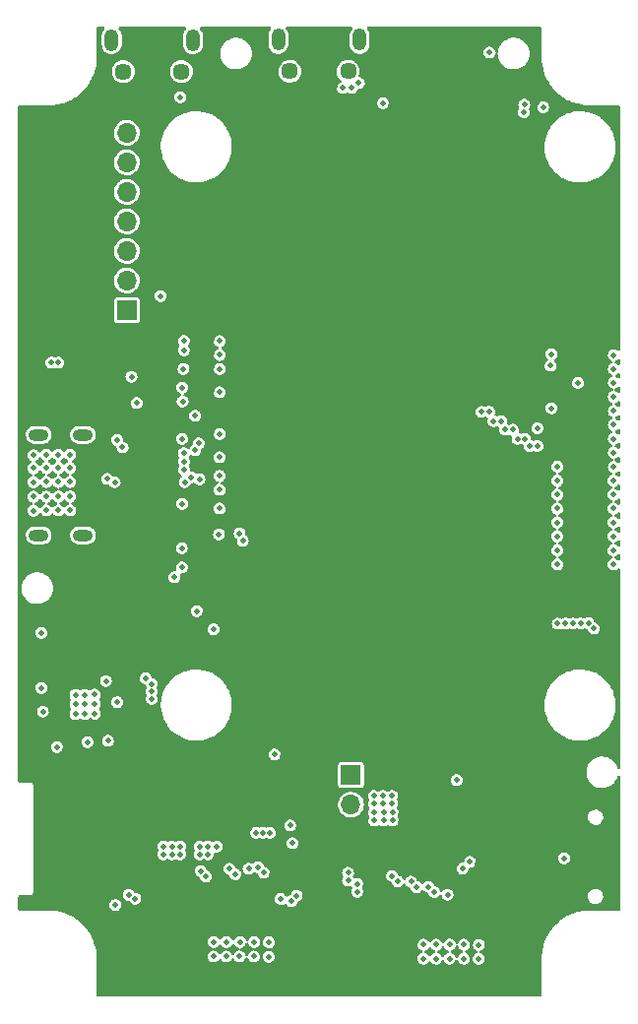
<source format=gbr>
%TF.GenerationSoftware,KiCad,Pcbnew,(5.99.0-10362-gce3a84f579)*%
%TF.CreationDate,2021-05-11T09:50:07-04:00*%
%TF.ProjectId,rpi-cm4-carrier,7270692d-636d-4342-9d63-617272696572,v01*%
%TF.SameCoordinates,Original*%
%TF.FileFunction,Copper,L3,Inr*%
%TF.FilePolarity,Positive*%
%FSLAX46Y46*%
G04 Gerber Fmt 4.6, Leading zero omitted, Abs format (unit mm)*
G04 Created by KiCad (PCBNEW (5.99.0-10362-gce3a84f579)) date 2021-05-11 09:50:07*
%MOMM*%
%LPD*%
G01*
G04 APERTURE LIST*
%TA.AperFunction,ComponentPad*%
%ADD10C,1.450000*%
%TD*%
%TA.AperFunction,ComponentPad*%
%ADD11O,1.200000X1.900000*%
%TD*%
%TA.AperFunction,ComponentPad*%
%ADD12R,1.700000X1.700000*%
%TD*%
%TA.AperFunction,ComponentPad*%
%ADD13O,1.700000X1.700000*%
%TD*%
%TA.AperFunction,ComponentPad*%
%ADD14O,1.701800X1.016000*%
%TD*%
%TA.AperFunction,ViaPad*%
%ADD15C,0.508000*%
%TD*%
G04 APERTURE END LIST*
D10*
%TO.N,GND*%
%TO.C,J6*%
X124425000Y-55102500D03*
D11*
X125425000Y-52402500D03*
D10*
X119425000Y-55102500D03*
D11*
X118425000Y-52402500D03*
%TD*%
D12*
%TO.N,/CM4 GPIO/nRPIBOOT*%
%TO.C,J9*%
X139000000Y-115610000D03*
D13*
%TO.N,GND*%
X139000000Y-118150000D03*
%TD*%
D12*
%TO.N,GND*%
%TO.C,J1*%
X119725000Y-75600000D03*
D13*
%TO.N,/CM4 GPIO/GPIO14*%
X119725000Y-73060000D03*
%TO.N,/CM4 GPIO/GPIO15*%
X119725000Y-70520000D03*
%TO.N,GND*%
X119725000Y-67980000D03*
%TO.N,/CM4 GPIO/GPIO12*%
X119725000Y-65440000D03*
%TO.N,/CM4 GPIO/GPIO13*%
X119725000Y-62900000D03*
%TO.N,/+5v*%
X119725000Y-60360000D03*
%TD*%
D14*
%TO.N,N/C*%
%TO.C,J8*%
X112149401Y-94969999D03*
X112149401Y-86330001D03*
X115949401Y-94970002D03*
X115949401Y-86329998D03*
%TD*%
D10*
%TO.N,GND*%
%TO.C,J7*%
X133750000Y-55077500D03*
X138750000Y-55077500D03*
D11*
X132750000Y-52377500D03*
X139750000Y-52377500D03*
%TD*%
D15*
%TO.N,GND*%
X127700000Y-88275000D03*
X121875000Y-108400000D03*
X118100000Y-112650000D03*
X161575000Y-93875000D03*
X123600000Y-122400000D03*
X114850000Y-89175000D03*
X113850000Y-90375000D03*
X127175000Y-131200000D03*
X128275000Y-131200000D03*
X150000000Y-130200000D03*
X156725000Y-95075000D03*
X122875000Y-122400000D03*
X158525000Y-81875000D03*
X124300000Y-122400000D03*
X113850000Y-91625000D03*
X161600000Y-80675000D03*
X141775000Y-118075000D03*
X141800000Y-118800000D03*
X161600000Y-89100000D03*
X161600000Y-84275000D03*
X124300000Y-121725000D03*
X141775000Y-117400000D03*
X124625000Y-78275000D03*
X116975000Y-110325000D03*
X142575000Y-119500000D03*
X126700000Y-121725000D03*
X122875000Y-121725000D03*
X131950000Y-129975000D03*
X129450000Y-129950000D03*
X147300000Y-125875000D03*
X121875000Y-109050000D03*
X124600000Y-80675000D03*
X112800000Y-89175000D03*
X125600000Y-84700000D03*
X116125000Y-109525000D03*
X141800000Y-119500000D03*
X127700000Y-89850000D03*
X113700000Y-113175000D03*
X121350000Y-107275000D03*
X161600000Y-83075000D03*
X146350000Y-130175000D03*
X114850000Y-90375000D03*
X155025000Y-85775000D03*
X127725000Y-80675000D03*
X124625000Y-79075000D03*
X141000000Y-118800000D03*
X129425000Y-131200000D03*
X161575000Y-96275000D03*
X161575000Y-90275000D03*
X156750000Y-96275000D03*
X131412500Y-120562500D03*
X149239100Y-123065900D03*
X156725000Y-93875000D03*
X127700000Y-92675000D03*
X116975000Y-108675000D03*
X124700000Y-90400000D03*
X127475000Y-121750000D03*
X141000000Y-119500000D03*
X115300000Y-109525000D03*
X148725000Y-130175000D03*
X113850000Y-92825000D03*
X116125000Y-110350000D03*
X121837500Y-107762500D03*
X112800000Y-88050000D03*
X146325000Y-131375000D03*
X156250000Y-84050000D03*
X114850000Y-91625000D03*
X111700000Y-92850000D03*
X161600000Y-87875000D03*
X113825000Y-80125000D03*
X132012500Y-120562500D03*
X161600000Y-81850000D03*
X156250000Y-79400000D03*
X161600000Y-86675000D03*
X140975000Y-118075000D03*
X145250000Y-130175000D03*
X111700000Y-88075000D03*
X123600000Y-121725000D03*
X116975000Y-109500000D03*
X147475000Y-131375000D03*
X156750000Y-91475000D03*
X153875000Y-58600000D03*
X142575000Y-118800000D03*
X161575000Y-92675000D03*
X115300000Y-110350000D03*
X111700000Y-89200000D03*
X131925000Y-131225000D03*
X130650000Y-131200000D03*
X130675000Y-129950000D03*
X127700000Y-91050000D03*
X112800000Y-92825000D03*
X149975000Y-131400000D03*
X125975000Y-122400000D03*
X130812500Y-120562500D03*
X161575000Y-95075000D03*
X124525000Y-83475000D03*
X145225000Y-131375000D03*
X127725000Y-79450000D03*
X140975000Y-117400000D03*
X148700000Y-131375000D03*
X116125000Y-108700000D03*
X142550000Y-118075000D03*
X111700000Y-91650000D03*
X114850000Y-88050000D03*
X111700000Y-90400000D03*
X126700000Y-122400000D03*
X124475000Y-86675000D03*
X127650000Y-94900000D03*
X161600000Y-85475000D03*
X127725000Y-82675000D03*
X112800000Y-90375000D03*
X142550000Y-117400000D03*
X114850000Y-92825000D03*
X156175000Y-80400000D03*
X127200000Y-129950000D03*
X156750000Y-90275000D03*
X113850000Y-89175000D03*
X161575000Y-97475000D03*
X113850000Y-88050000D03*
X127725000Y-86275000D03*
X118750000Y-126762500D03*
X113225000Y-80125000D03*
X150900000Y-53450000D03*
X128300000Y-129950000D03*
X127725000Y-78275000D03*
X147500000Y-130175000D03*
X156725000Y-92675000D03*
X161600000Y-79475000D03*
X156750000Y-97475000D03*
X156750000Y-89075000D03*
X125975000Y-121725000D03*
X124500000Y-92275000D03*
X161575000Y-91475000D03*
X115300000Y-108700000D03*
X112800000Y-91625000D03*
X148604034Y-123629034D03*
%TO.N,/+3.3v*%
X149925000Y-123800000D03*
X126061420Y-93475000D03*
X135300000Y-126450000D03*
X149025000Y-124575000D03*
X153525000Y-125900000D03*
X153600000Y-121525000D03*
X154600000Y-122475000D03*
X151575000Y-123775000D03*
X116951920Y-79298080D03*
X123925000Y-99900000D03*
X121226885Y-82151885D03*
X118675000Y-128762500D03*
X149895000Y-123205000D03*
X149450000Y-56975000D03*
X151575000Y-123125000D03*
X118223080Y-79298080D03*
X126061420Y-94675000D03*
X153600000Y-120700000D03*
X121238944Y-81561056D03*
X120925000Y-134012500D03*
%TO.N,/PSUs/SYS*%
X133775000Y-119925000D03*
X148083465Y-116033465D03*
X112375000Y-103375000D03*
X116350000Y-112750000D03*
%TO.N,/PSUs/VBUS*%
X112374989Y-108100000D03*
X117925000Y-107500000D03*
%TO.N,/PSUs/REGN*%
X118900000Y-109325000D03*
X112505737Y-110137469D03*
%TO.N,/+5v*%
X133975000Y-121459300D03*
X139675000Y-56100000D03*
X138309215Y-56515785D03*
X132414330Y-113825020D03*
X139075000Y-56500000D03*
%TO.N,/CM4 GPIO/GPIO14*%
X124650000Y-89350000D03*
X122639617Y-74395794D03*
%TO.N,/CM4 GPIO/nRPIBOOT*%
X124450000Y-96075000D03*
%TO.N,/CM4 GPIO/GPIO2*%
X124634101Y-88615893D03*
X120125000Y-81339780D03*
%TO.N,/CM4 GPIO/GPIO3*%
X124612500Y-87912499D03*
X120583022Y-83600000D03*
%TO.N,/CM4 High Speed/CAM0_D0_N*%
X156776947Y-102579136D03*
X142541513Y-124266513D03*
%TO.N,/CM4 High Speed/CAM0_D0_P*%
X157437347Y-102579136D03*
X143008487Y-124733487D03*
%TO.N,/CM4 High Speed/CAM0_D1_N*%
X158096949Y-102554748D03*
X144166513Y-124766513D03*
%TO.N,/CM4 High Speed/CAM0_D1_P*%
X144633487Y-125233487D03*
X158757349Y-102554748D03*
%TO.N,/CM4 High Speed/CAM0_C_N*%
X159416513Y-102516513D03*
X159416513Y-102516513D03*
X145666513Y-125191513D03*
X145666513Y-125191513D03*
%TO.N,/CM4 High Speed/CAM0_C_P*%
X146133487Y-125658487D03*
X159883487Y-102983487D03*
X159883487Y-102983487D03*
X146133487Y-125658487D03*
%TO.N,/CM4 High Speed/CAM1_D0_N*%
X126066513Y-123841513D03*
X150219800Y-84350000D03*
X126066513Y-123841513D03*
X126066513Y-123841513D03*
X150219800Y-84350000D03*
%TO.N,/CM4 High Speed/CAM1_D0_P*%
X126533487Y-124308487D03*
X150880200Y-84350000D03*
X126533487Y-124308487D03*
X126533487Y-124308487D03*
X150880200Y-84350000D03*
%TO.N,/CM4 High Speed/CAM1_D1_N*%
X151245813Y-85154288D03*
X128566513Y-123666513D03*
X128566513Y-123666513D03*
X151245813Y-85154288D03*
%TO.N,/CM4 High Speed/CAM1_D1_P*%
X129033487Y-124133487D03*
X129033487Y-124133487D03*
X151906213Y-85154288D03*
X151906213Y-85154288D03*
%TO.N,/CM4 High Speed/CAM1_C_N*%
X152269800Y-85900000D03*
X152269800Y-85900000D03*
X131016513Y-123516513D03*
%TO.N,/CM4 High Speed/CAM1_C_P*%
X152930200Y-85900000D03*
X152930200Y-85900000D03*
X131483487Y-123983487D03*
%TO.N,/CM4 High Speed/CAM1_D2_N*%
X153315452Y-86671302D03*
X138750000Y-123997499D03*
%TO.N,/CM4 High Speed/CAM1_D2_P*%
X153975852Y-86671302D03*
X138750000Y-124657899D03*
%TO.N,/CM4 High Speed/CAM1_D3_N*%
X154369800Y-87300000D03*
X139525000Y-124969800D03*
X154369800Y-87300000D03*
%TO.N,/CM4 High Speed/CAM1_D3_P*%
X155030200Y-87300000D03*
X139525000Y-125630200D03*
X155030200Y-87300000D03*
%TO.N,Net-(J6-Pad1)*%
X141725000Y-57825000D03*
X124325000Y-57296685D03*
%TO.N,Net-(J8-Pad3)*%
X118050000Y-90125000D03*
X118875000Y-86775000D03*
%TO.N,Net-(J8-Pad4)*%
X118681600Y-90418908D03*
X119357100Y-87426827D03*
%TO.N,/CM4 GPIO/nLED_Activity*%
X124500000Y-82275000D03*
X119875000Y-125887500D03*
%TO.N,/CM4 GPIO/nPWR_LED*%
X123825000Y-98600000D03*
X120455057Y-126219979D03*
%TO.N,/CM4 High Speed/USBOTG*%
X153903653Y-57940720D03*
X155525000Y-58175000D03*
%TO.N,Net-(S1-Pad2)*%
X130200000Y-123650000D03*
X157325000Y-122750000D03*
%TO.N,/CM4 High Speed/ID_SD*%
X125975000Y-90150000D03*
X125900000Y-87075000D03*
%TO.N,/CM4 High Speed/SCL0*%
X133870096Y-126431458D03*
X129697220Y-95440897D03*
%TO.N,/CM4 High Speed/ID_SC*%
X125598312Y-87675000D03*
X127179138Y-103059829D03*
X125725000Y-101500000D03*
X125275000Y-90000000D03*
%TO.N,/CM4 High Speed/CAM_GPIO*%
X132950000Y-126250000D03*
X124455111Y-97749681D03*
%TO.N,/CM4 High Speed/SDA0*%
X134335823Y-125963944D03*
X129425000Y-94800000D03*
%TD*%
%TA.AperFunction,Conductor*%
%TO.N,/+3.3v*%
G36*
X117773687Y-51274002D02*
G01*
X117820180Y-51327658D01*
X117830284Y-51397932D01*
X117800893Y-51458487D01*
X117802574Y-51459772D01*
X117693958Y-51601835D01*
X117693955Y-51601839D01*
X117689814Y-51607256D01*
X117611355Y-51775513D01*
X117593199Y-51856736D01*
X117575021Y-51938060D01*
X117570856Y-51956692D01*
X117570500Y-51963060D01*
X117570500Y-52798526D01*
X117585550Y-52937065D01*
X117644765Y-53113019D01*
X117740383Y-53272153D01*
X117745074Y-53277113D01*
X117745075Y-53277115D01*
X117790012Y-53324634D01*
X117867941Y-53407042D01*
X117873586Y-53410878D01*
X117873588Y-53410880D01*
X118015847Y-53507559D01*
X118021489Y-53511393D01*
X118027818Y-53513925D01*
X118027821Y-53513926D01*
X118187522Y-53577802D01*
X118187524Y-53577803D01*
X118193863Y-53580338D01*
X118288438Y-53595995D01*
X118370284Y-53609545D01*
X118370287Y-53609545D01*
X118377021Y-53610660D01*
X118383838Y-53610303D01*
X118383842Y-53610303D01*
X118540373Y-53602099D01*
X118562418Y-53600944D01*
X118741403Y-53551643D01*
X118905626Y-53465058D01*
X119047426Y-53345228D01*
X119061936Y-53326250D01*
X119156042Y-53203165D01*
X119156045Y-53203161D01*
X119160186Y-53197744D01*
X119238645Y-53029487D01*
X119263447Y-52918532D01*
X119278017Y-52853352D01*
X119278018Y-52853346D01*
X119279144Y-52848308D01*
X119279500Y-52841940D01*
X119279500Y-52006474D01*
X119264450Y-51867935D01*
X119205235Y-51691981D01*
X119190214Y-51666981D01*
X119113133Y-51538699D01*
X119109617Y-51532847D01*
X119046943Y-51466571D01*
X119014673Y-51403335D01*
X119021713Y-51332688D01*
X119065830Y-51277063D01*
X119138493Y-51254000D01*
X124705566Y-51254000D01*
X124773687Y-51274002D01*
X124820180Y-51327658D01*
X124830284Y-51397932D01*
X124800893Y-51458487D01*
X124802574Y-51459772D01*
X124693958Y-51601835D01*
X124693955Y-51601839D01*
X124689814Y-51607256D01*
X124611355Y-51775513D01*
X124593199Y-51856736D01*
X124575021Y-51938060D01*
X124570856Y-51956692D01*
X124570500Y-51963060D01*
X124570500Y-52798526D01*
X124585550Y-52937065D01*
X124644765Y-53113019D01*
X124740383Y-53272153D01*
X124745074Y-53277113D01*
X124745075Y-53277115D01*
X124790012Y-53324634D01*
X124867941Y-53407042D01*
X124873586Y-53410878D01*
X124873588Y-53410880D01*
X125015847Y-53507559D01*
X125021489Y-53511393D01*
X125027818Y-53513925D01*
X125027821Y-53513926D01*
X125187522Y-53577802D01*
X125187524Y-53577803D01*
X125193863Y-53580338D01*
X125288438Y-53595995D01*
X125370284Y-53609545D01*
X125370287Y-53609545D01*
X125377021Y-53610660D01*
X125383838Y-53610303D01*
X125383842Y-53610303D01*
X125540373Y-53602099D01*
X125562418Y-53600944D01*
X125741403Y-53551643D01*
X125905626Y-53465058D01*
X126047426Y-53345228D01*
X126061936Y-53326250D01*
X126156042Y-53203165D01*
X126156045Y-53203161D01*
X126160186Y-53197744D01*
X126238645Y-53029487D01*
X126263447Y-52918532D01*
X126278017Y-52853352D01*
X126278018Y-52853346D01*
X126279144Y-52848308D01*
X126279500Y-52841940D01*
X126279500Y-52006474D01*
X126264450Y-51867935D01*
X126205235Y-51691981D01*
X126190214Y-51666981D01*
X126113133Y-51538699D01*
X126109617Y-51532847D01*
X126046943Y-51466571D01*
X126014673Y-51403335D01*
X126021713Y-51332688D01*
X126065830Y-51277063D01*
X126138493Y-51254000D01*
X132010844Y-51254000D01*
X132078965Y-51274002D01*
X132125458Y-51327658D01*
X132135562Y-51397932D01*
X132110942Y-51456526D01*
X132014814Y-51582256D01*
X131936355Y-51750513D01*
X131918199Y-51831736D01*
X131910108Y-51867935D01*
X131895856Y-51931692D01*
X131895500Y-51938060D01*
X131895500Y-52773526D01*
X131910550Y-52912065D01*
X131969765Y-53088019D01*
X131973280Y-53093869D01*
X131973281Y-53093871D01*
X131988303Y-53118871D01*
X132065383Y-53247153D01*
X132070074Y-53252113D01*
X132070075Y-53252115D01*
X132113191Y-53297709D01*
X132192941Y-53382042D01*
X132198586Y-53385878D01*
X132198588Y-53385880D01*
X132340728Y-53482478D01*
X132346489Y-53486393D01*
X132352818Y-53488925D01*
X132352821Y-53488926D01*
X132512522Y-53552802D01*
X132512524Y-53552803D01*
X132518863Y-53555338D01*
X132627989Y-53573404D01*
X132695284Y-53584545D01*
X132695287Y-53584545D01*
X132702021Y-53585660D01*
X132708838Y-53585303D01*
X132708842Y-53585303D01*
X132865373Y-53577099D01*
X132887418Y-53575944D01*
X132981607Y-53550000D01*
X133059821Y-53528456D01*
X133066403Y-53526643D01*
X133230626Y-53440058D01*
X133372426Y-53320228D01*
X133376574Y-53314803D01*
X133481042Y-53178165D01*
X133481045Y-53178161D01*
X133485186Y-53172744D01*
X133563645Y-53004487D01*
X133590488Y-52884402D01*
X133603017Y-52828352D01*
X133603018Y-52828346D01*
X133604144Y-52823308D01*
X133604500Y-52816940D01*
X133604500Y-51981474D01*
X133589450Y-51842935D01*
X133530235Y-51666981D01*
X133434617Y-51507847D01*
X133395586Y-51466573D01*
X133363314Y-51403335D01*
X133370354Y-51332689D01*
X133414471Y-51277063D01*
X133487134Y-51254000D01*
X139010844Y-51254000D01*
X139078965Y-51274002D01*
X139125458Y-51327658D01*
X139135562Y-51397932D01*
X139110942Y-51456526D01*
X139014814Y-51582256D01*
X138936355Y-51750513D01*
X138918199Y-51831736D01*
X138910108Y-51867935D01*
X138895856Y-51931692D01*
X138895500Y-51938060D01*
X138895500Y-52773526D01*
X138910550Y-52912065D01*
X138969765Y-53088019D01*
X138973280Y-53093869D01*
X138973281Y-53093871D01*
X138988303Y-53118871D01*
X139065383Y-53247153D01*
X139070074Y-53252113D01*
X139070075Y-53252115D01*
X139113191Y-53297709D01*
X139192941Y-53382042D01*
X139198586Y-53385878D01*
X139198588Y-53385880D01*
X139340728Y-53482478D01*
X139346489Y-53486393D01*
X139352818Y-53488925D01*
X139352821Y-53488926D01*
X139512522Y-53552802D01*
X139512524Y-53552803D01*
X139518863Y-53555338D01*
X139627989Y-53573404D01*
X139695284Y-53584545D01*
X139695287Y-53584545D01*
X139702021Y-53585660D01*
X139708838Y-53585303D01*
X139708842Y-53585303D01*
X139865373Y-53577099D01*
X139887418Y-53575944D01*
X139981607Y-53550000D01*
X140059821Y-53528456D01*
X140066403Y-53526643D01*
X140223667Y-53443727D01*
X150386538Y-53443727D01*
X150387702Y-53452629D01*
X150387702Y-53452632D01*
X150404234Y-53579051D01*
X150405416Y-53588090D01*
X150464053Y-53721353D01*
X150525695Y-53794685D01*
X150534152Y-53804745D01*
X150557736Y-53832802D01*
X150565207Y-53837775D01*
X150565208Y-53837776D01*
X150583246Y-53849783D01*
X150678933Y-53913478D01*
X150817901Y-53956894D01*
X150963469Y-53959562D01*
X150973255Y-53956894D01*
X151095273Y-53923629D01*
X151095276Y-53923628D01*
X151103935Y-53921267D01*
X151111585Y-53916570D01*
X151111587Y-53916569D01*
X151220359Y-53849783D01*
X151220360Y-53849782D01*
X151228007Y-53845087D01*
X151325711Y-53737146D01*
X151389192Y-53606121D01*
X151394616Y-53573881D01*
X151425643Y-53510023D01*
X151470840Y-53482478D01*
X151568630Y-53482478D01*
X151616037Y-53514570D01*
X151643980Y-53579836D01*
X151644864Y-53595995D01*
X151644817Y-53600944D01*
X151644327Y-53651934D01*
X151645176Y-53657205D01*
X151677784Y-53859651D01*
X151680883Y-53878893D01*
X151755157Y-54096448D01*
X151865024Y-54298379D01*
X151868322Y-54302563D01*
X151868325Y-54302567D01*
X152004041Y-54474722D01*
X152004045Y-54474726D01*
X152007344Y-54478911D01*
X152011303Y-54482482D01*
X152011305Y-54482484D01*
X152042741Y-54510838D01*
X152178048Y-54632882D01*
X152372253Y-54755891D01*
X152584407Y-54844420D01*
X152808445Y-54895937D01*
X152813776Y-54896240D01*
X152813778Y-54896240D01*
X152946029Y-54903750D01*
X153037959Y-54908970D01*
X153043266Y-54908370D01*
X153043268Y-54908370D01*
X153157657Y-54895438D01*
X153266389Y-54883146D01*
X153271504Y-54881665D01*
X153271508Y-54881664D01*
X153482078Y-54820687D01*
X153482083Y-54820685D01*
X153487201Y-54819203D01*
X153694083Y-54718969D01*
X153829495Y-54622202D01*
X153876773Y-54588417D01*
X153876775Y-54588415D01*
X153881119Y-54585311D01*
X153968032Y-54497637D01*
X154039208Y-54425837D01*
X154039209Y-54425836D01*
X154042961Y-54422051D01*
X154174982Y-54233856D01*
X154200618Y-54179746D01*
X154271121Y-54030930D01*
X154273406Y-54026107D01*
X154292049Y-53959562D01*
X154313232Y-53883946D01*
X154335420Y-53804745D01*
X154359249Y-53576099D01*
X154359500Y-53550000D01*
X154352293Y-53465058D01*
X154340515Y-53326250D01*
X154340514Y-53326246D01*
X154340064Y-53320939D01*
X154338472Y-53314803D01*
X154283653Y-53103598D01*
X154282311Y-53098427D01*
X154187893Y-52888827D01*
X154059510Y-52698132D01*
X153900832Y-52531795D01*
X153716396Y-52394571D01*
X153711645Y-52392155D01*
X153711641Y-52392153D01*
X153599324Y-52335048D01*
X153511477Y-52290384D01*
X153291933Y-52222214D01*
X153286646Y-52221513D01*
X153286645Y-52221513D01*
X153069325Y-52192709D01*
X153069321Y-52192709D01*
X153064041Y-52192009D01*
X153058712Y-52192209D01*
X153058711Y-52192209D01*
X152975811Y-52195322D01*
X152834319Y-52200634D01*
X152609333Y-52247840D01*
X152604374Y-52249798D01*
X152604372Y-52249799D01*
X152400483Y-52330319D01*
X152400481Y-52330320D01*
X152395518Y-52332280D01*
X152390959Y-52335047D01*
X152390956Y-52335048D01*
X152296851Y-52392153D01*
X152198988Y-52451538D01*
X152194958Y-52455035D01*
X152102055Y-52535652D01*
X152025360Y-52602204D01*
X152021973Y-52606335D01*
X151882984Y-52775843D01*
X151882980Y-52775849D01*
X151879600Y-52779971D01*
X151765877Y-52979755D01*
X151764056Y-52984771D01*
X151764054Y-52984776D01*
X151697519Y-53168077D01*
X151687440Y-53195844D01*
X151686491Y-53201093D01*
X151686490Y-53201096D01*
X151652688Y-53388028D01*
X151620884Y-53451502D01*
X151568630Y-53482478D01*
X151470840Y-53482478D01*
X151478398Y-53477872D01*
X151430559Y-53444629D01*
X151403972Y-53383470D01*
X151392860Y-53305878D01*
X151332599Y-53173341D01*
X151237562Y-53063045D01*
X151230031Y-53058164D01*
X151230028Y-53058161D01*
X151122920Y-52988737D01*
X151122918Y-52988736D01*
X151115389Y-52983856D01*
X151106792Y-52981285D01*
X151106790Y-52981284D01*
X151022487Y-52956072D01*
X150975900Y-52942140D01*
X150966924Y-52942085D01*
X150966923Y-52942085D01*
X150905146Y-52941708D01*
X150830310Y-52941251D01*
X150690322Y-52981260D01*
X150567190Y-53058950D01*
X150561248Y-53065678D01*
X150561247Y-53065679D01*
X150525152Y-53106549D01*
X150470813Y-53168077D01*
X150408938Y-53299867D01*
X150407558Y-53308732D01*
X150407557Y-53308734D01*
X150389912Y-53422060D01*
X150386538Y-53443727D01*
X140223667Y-53443727D01*
X140230626Y-53440058D01*
X140372426Y-53320228D01*
X140376574Y-53314803D01*
X140481042Y-53178165D01*
X140481045Y-53178161D01*
X140485186Y-53172744D01*
X140563645Y-53004487D01*
X140590488Y-52884402D01*
X140603017Y-52828352D01*
X140603018Y-52828346D01*
X140604144Y-52823308D01*
X140604500Y-52816940D01*
X140604500Y-51981474D01*
X140589450Y-51842935D01*
X140530235Y-51666981D01*
X140434617Y-51507847D01*
X140395586Y-51466573D01*
X140363314Y-51403335D01*
X140370354Y-51332689D01*
X140414471Y-51277063D01*
X140487134Y-51254000D01*
X155270000Y-51254000D01*
X155338121Y-51274002D01*
X155384614Y-51327658D01*
X155396000Y-51380000D01*
X155396000Y-53813073D01*
X155393908Y-53835938D01*
X155390675Y-53853458D01*
X155392998Y-54020972D01*
X155393565Y-54061893D01*
X155393160Y-54072302D01*
X155393170Y-54073844D01*
X155392604Y-54080007D01*
X155393251Y-54086160D01*
X155393402Y-54087595D01*
X155394080Y-54099016D01*
X155394186Y-54106658D01*
X155395479Y-54112715D01*
X155395652Y-54114256D01*
X155397284Y-54124534D01*
X155415109Y-54294125D01*
X155431999Y-54454822D01*
X155435895Y-54491894D01*
X155436574Y-54503415D01*
X155436671Y-54510837D01*
X155437960Y-54516899D01*
X155438118Y-54518317D01*
X155439353Y-54526112D01*
X155439636Y-54527485D01*
X155440283Y-54533646D01*
X155442488Y-54540746D01*
X155445402Y-54551911D01*
X155522778Y-54915942D01*
X155524657Y-54927325D01*
X155525530Y-54934701D01*
X155527440Y-54940578D01*
X155527738Y-54941939D01*
X155529796Y-54949620D01*
X155530221Y-54950958D01*
X155531507Y-54957007D01*
X155533949Y-54962690D01*
X155533951Y-54962697D01*
X155534442Y-54963839D01*
X155538506Y-54974637D01*
X155653510Y-55328583D01*
X155656566Y-55339695D01*
X155658209Y-55346954D01*
X155660725Y-55352605D01*
X155661176Y-55353962D01*
X155664004Y-55361327D01*
X155664572Y-55362626D01*
X155666485Y-55368514D01*
X155669509Y-55373913D01*
X155670114Y-55374993D01*
X155675285Y-55385308D01*
X155826658Y-55725299D01*
X155830864Y-55736047D01*
X155830865Y-55736049D01*
X155833252Y-55743080D01*
X155836345Y-55748438D01*
X155836927Y-55749722D01*
X155840530Y-55756792D01*
X155841218Y-55758002D01*
X155843736Y-55763657D01*
X155848034Y-55769738D01*
X155854248Y-55779446D01*
X156030928Y-56085465D01*
X156040324Y-56101740D01*
X156045633Y-56111994D01*
X156045888Y-56112546D01*
X156048743Y-56118740D01*
X156052383Y-56123749D01*
X156053103Y-56124978D01*
X156057392Y-56131582D01*
X156058222Y-56132740D01*
X156061320Y-56138107D01*
X156065402Y-56142761D01*
X156065404Y-56142764D01*
X156066221Y-56143695D01*
X156073428Y-56152715D01*
X156292168Y-56453784D01*
X156298518Y-56463422D01*
X156302321Y-56469816D01*
X156306467Y-56474420D01*
X156307299Y-56475550D01*
X156312274Y-56481695D01*
X156313219Y-56482759D01*
X156316855Y-56487763D01*
X156321400Y-56491964D01*
X156321405Y-56491970D01*
X156322312Y-56492808D01*
X156330416Y-56501019D01*
X156579440Y-56777588D01*
X156586762Y-56786510D01*
X156587496Y-56787493D01*
X156587500Y-56787497D01*
X156591208Y-56792463D01*
X156595814Y-56796610D01*
X156596774Y-56797662D01*
X156602361Y-56803249D01*
X156603394Y-56804192D01*
X156607537Y-56808793D01*
X156612507Y-56812504D01*
X156613496Y-56813243D01*
X156622418Y-56820564D01*
X156638919Y-56835422D01*
X156898978Y-57069582D01*
X156907185Y-57077682D01*
X156908035Y-57078601D01*
X156912237Y-57083146D01*
X156917240Y-57086781D01*
X156918282Y-57087707D01*
X156924460Y-57092710D01*
X156925588Y-57093541D01*
X156930184Y-57097679D01*
X156936576Y-57101482D01*
X156946204Y-57107825D01*
X157247291Y-57326577D01*
X157256301Y-57333776D01*
X157257234Y-57334594D01*
X157257237Y-57334596D01*
X157261892Y-57338678D01*
X157267254Y-57341774D01*
X157268395Y-57342591D01*
X157275050Y-57346913D01*
X157276254Y-57347619D01*
X157281260Y-57351256D01*
X157287898Y-57354316D01*
X157288015Y-57354370D01*
X157298261Y-57359676D01*
X157620553Y-57545752D01*
X157630270Y-57551972D01*
X157636342Y-57556263D01*
X157641994Y-57558780D01*
X157643219Y-57559476D01*
X157650272Y-57563070D01*
X157651560Y-57563654D01*
X157656918Y-57566747D01*
X157663956Y-57569136D01*
X157674697Y-57573340D01*
X157713210Y-57590487D01*
X158014691Y-57724716D01*
X158025003Y-57729886D01*
X158026034Y-57730463D01*
X158031486Y-57733516D01*
X158037374Y-57735429D01*
X158038670Y-57735996D01*
X158046059Y-57738832D01*
X158047389Y-57739274D01*
X158053045Y-57741792D01*
X158059086Y-57743159D01*
X158059087Y-57743159D01*
X158060297Y-57743433D01*
X158071426Y-57746493D01*
X158425367Y-57861496D01*
X158436165Y-57865560D01*
X158437305Y-57866050D01*
X158437307Y-57866051D01*
X158442992Y-57868493D01*
X158449044Y-57869780D01*
X158450386Y-57870206D01*
X158458044Y-57872258D01*
X158459414Y-57872559D01*
X158465298Y-57874470D01*
X158472673Y-57875343D01*
X158484058Y-57877222D01*
X158848092Y-57954600D01*
X158859254Y-57957513D01*
X158859261Y-57957515D01*
X158866353Y-57959717D01*
X158872515Y-57960365D01*
X158873898Y-57960649D01*
X158881694Y-57961884D01*
X158883107Y-57962042D01*
X158889162Y-57963329D01*
X158896582Y-57963426D01*
X158908098Y-57964105D01*
X159063201Y-57980407D01*
X159275466Y-58002717D01*
X159285746Y-58004349D01*
X159287281Y-58004522D01*
X159293341Y-58005815D01*
X159299535Y-58005901D01*
X159299537Y-58005901D01*
X159300983Y-58005921D01*
X159312396Y-58006599D01*
X159319991Y-58007397D01*
X159326154Y-58006831D01*
X159327696Y-58006841D01*
X159338101Y-58006436D01*
X159546542Y-58009326D01*
X159564055Y-58006094D01*
X159586922Y-58004002D01*
X160388652Y-58004001D01*
X162020000Y-58004000D01*
X162088121Y-58024002D01*
X162134614Y-58077658D01*
X162146000Y-58130000D01*
X162146000Y-78994443D01*
X162125998Y-79062564D01*
X162072342Y-79109057D01*
X162002068Y-79119161D01*
X161939737Y-79090569D01*
X161937562Y-79088045D01*
X161929293Y-79082685D01*
X161822920Y-79013737D01*
X161822918Y-79013736D01*
X161815389Y-79008856D01*
X161806792Y-79006285D01*
X161806790Y-79006284D01*
X161708739Y-78976961D01*
X161675900Y-78967140D01*
X161666924Y-78967085D01*
X161666923Y-78967085D01*
X161605146Y-78966708D01*
X161530310Y-78966251D01*
X161390322Y-79006260D01*
X161267190Y-79083950D01*
X161170813Y-79193077D01*
X161108938Y-79324867D01*
X161107558Y-79333732D01*
X161107557Y-79333734D01*
X161089309Y-79450932D01*
X161086538Y-79468727D01*
X161087702Y-79477629D01*
X161087702Y-79477632D01*
X161103221Y-79596305D01*
X161105416Y-79613090D01*
X161164053Y-79746353D01*
X161191571Y-79779089D01*
X161235001Y-79830755D01*
X161257736Y-79857802D01*
X161378933Y-79938478D01*
X161387500Y-79941154D01*
X161387501Y-79941155D01*
X161429858Y-79954388D01*
X161488914Y-79993794D01*
X161517291Y-80058873D01*
X161505978Y-80128963D01*
X161458569Y-80181810D01*
X161426914Y-80195802D01*
X161390322Y-80206260D01*
X161267190Y-80283950D01*
X161170813Y-80393077D01*
X161108938Y-80524867D01*
X161107558Y-80533732D01*
X161107557Y-80533734D01*
X161091858Y-80634562D01*
X161086538Y-80668727D01*
X161087702Y-80677629D01*
X161087702Y-80677632D01*
X161103676Y-80799783D01*
X161105416Y-80813090D01*
X161164053Y-80946353D01*
X161225695Y-81019685D01*
X161235001Y-81030755D01*
X161257736Y-81057802D01*
X161265207Y-81062775D01*
X161265208Y-81062776D01*
X161266198Y-81063435D01*
X161378933Y-81138478D01*
X161389172Y-81141677D01*
X161390617Y-81142641D01*
X161395603Y-81145019D01*
X161395260Y-81145739D01*
X161448228Y-81181081D01*
X161476606Y-81246160D01*
X161465296Y-81316249D01*
X161417887Y-81369098D01*
X161403049Y-81376961D01*
X161398953Y-81378793D01*
X161390322Y-81381260D01*
X161382731Y-81386050D01*
X161382730Y-81386050D01*
X161350699Y-81406260D01*
X161267190Y-81458950D01*
X161261248Y-81465678D01*
X161261247Y-81465679D01*
X161249341Y-81479160D01*
X161170813Y-81568077D01*
X161108938Y-81699867D01*
X161107558Y-81708732D01*
X161107557Y-81708734D01*
X161091208Y-81813737D01*
X161086538Y-81843727D01*
X161087702Y-81852629D01*
X161087702Y-81852632D01*
X161104252Y-81979191D01*
X161105416Y-81988090D01*
X161164053Y-82121353D01*
X161198343Y-82162146D01*
X161235001Y-82205755D01*
X161257736Y-82232802D01*
X161378933Y-82313478D01*
X161434455Y-82330824D01*
X161471648Y-82342444D01*
X161530705Y-82381850D01*
X161559082Y-82446929D01*
X161547770Y-82517018D01*
X161500360Y-82569866D01*
X161468698Y-82583860D01*
X161398952Y-82603793D01*
X161398949Y-82603794D01*
X161390322Y-82606260D01*
X161267190Y-82683950D01*
X161170813Y-82793077D01*
X161108938Y-82924867D01*
X161107558Y-82933732D01*
X161107557Y-82933734D01*
X161089309Y-83050932D01*
X161086538Y-83068727D01*
X161087702Y-83077629D01*
X161087702Y-83077632D01*
X161104248Y-83204160D01*
X161105416Y-83213090D01*
X161164053Y-83346353D01*
X161225695Y-83419685D01*
X161235001Y-83430755D01*
X161257736Y-83457802D01*
X161265207Y-83462775D01*
X161265208Y-83462776D01*
X161283246Y-83474783D01*
X161378933Y-83538478D01*
X161387500Y-83541154D01*
X161387501Y-83541155D01*
X161429858Y-83554388D01*
X161488914Y-83593794D01*
X161517291Y-83658873D01*
X161505978Y-83728963D01*
X161458569Y-83781810D01*
X161426914Y-83795802D01*
X161390322Y-83806260D01*
X161267190Y-83883950D01*
X161261248Y-83890678D01*
X161261247Y-83890679D01*
X161253133Y-83899867D01*
X161170813Y-83993077D01*
X161108938Y-84124867D01*
X161107558Y-84133732D01*
X161107557Y-84133734D01*
X161091208Y-84238737D01*
X161086538Y-84268727D01*
X161087702Y-84277629D01*
X161087702Y-84277632D01*
X161104252Y-84404191D01*
X161105416Y-84413090D01*
X161164053Y-84546353D01*
X161179529Y-84564764D01*
X161249502Y-84648006D01*
X161257736Y-84657802D01*
X161378933Y-84738478D01*
X161387500Y-84741154D01*
X161387501Y-84741155D01*
X161429858Y-84754388D01*
X161488914Y-84793794D01*
X161517291Y-84858873D01*
X161505978Y-84928963D01*
X161458569Y-84981810D01*
X161426914Y-84995802D01*
X161390322Y-85006260D01*
X161267190Y-85083950D01*
X161170813Y-85193077D01*
X161108938Y-85324867D01*
X161107558Y-85333732D01*
X161107557Y-85333734D01*
X161091208Y-85438737D01*
X161086538Y-85468727D01*
X161087702Y-85477629D01*
X161087702Y-85477632D01*
X161101492Y-85583083D01*
X161105416Y-85613090D01*
X161164053Y-85746353D01*
X161214666Y-85806564D01*
X161235001Y-85830755D01*
X161257736Y-85857802D01*
X161265207Y-85862775D01*
X161265208Y-85862776D01*
X161268450Y-85864934D01*
X161378933Y-85938478D01*
X161387500Y-85941154D01*
X161387501Y-85941155D01*
X161429858Y-85954388D01*
X161488914Y-85993794D01*
X161517291Y-86058873D01*
X161505978Y-86128963D01*
X161458569Y-86181810D01*
X161426914Y-86195802D01*
X161390322Y-86206260D01*
X161267190Y-86283950D01*
X161261248Y-86290678D01*
X161261247Y-86290679D01*
X161247465Y-86306284D01*
X161170813Y-86393077D01*
X161108938Y-86524867D01*
X161107558Y-86533732D01*
X161107557Y-86533734D01*
X161089309Y-86650932D01*
X161086538Y-86668727D01*
X161087702Y-86677629D01*
X161087702Y-86677632D01*
X161104252Y-86804191D01*
X161105416Y-86813090D01*
X161164053Y-86946353D01*
X161185489Y-86971854D01*
X161235001Y-87030755D01*
X161257736Y-87057802D01*
X161265207Y-87062775D01*
X161265208Y-87062776D01*
X161282696Y-87074417D01*
X161378933Y-87138478D01*
X161387500Y-87141154D01*
X161387501Y-87141155D01*
X161429858Y-87154388D01*
X161488914Y-87193794D01*
X161517291Y-87258873D01*
X161505978Y-87328963D01*
X161458569Y-87381810D01*
X161426914Y-87395802D01*
X161390322Y-87406260D01*
X161267190Y-87483950D01*
X161170813Y-87593077D01*
X161108938Y-87724867D01*
X161107558Y-87733732D01*
X161107557Y-87733734D01*
X161091136Y-87839200D01*
X161086538Y-87868727D01*
X161087702Y-87877629D01*
X161087702Y-87877632D01*
X161104252Y-88004191D01*
X161105416Y-88013090D01*
X161164053Y-88146353D01*
X161196171Y-88184562D01*
X161235001Y-88230755D01*
X161257736Y-88257802D01*
X161265207Y-88262775D01*
X161265208Y-88262776D01*
X161283246Y-88274783D01*
X161378933Y-88338478D01*
X161434455Y-88355824D01*
X161471648Y-88367444D01*
X161530705Y-88406850D01*
X161559082Y-88471929D01*
X161547770Y-88542018D01*
X161500360Y-88594866D01*
X161468699Y-88608860D01*
X161461039Y-88611049D01*
X161398952Y-88628793D01*
X161398949Y-88628794D01*
X161390322Y-88631260D01*
X161267190Y-88708950D01*
X161261248Y-88715678D01*
X161261247Y-88715679D01*
X161245506Y-88733503D01*
X161170813Y-88818077D01*
X161108938Y-88949867D01*
X161107558Y-88958732D01*
X161107557Y-88958734D01*
X161088437Y-89081534D01*
X161086538Y-89093727D01*
X161087702Y-89102629D01*
X161087702Y-89102632D01*
X161103221Y-89221305D01*
X161105416Y-89238090D01*
X161164053Y-89371353D01*
X161198832Y-89412727D01*
X161245969Y-89468803D01*
X161257736Y-89482802D01*
X161265207Y-89487775D01*
X161265208Y-89487776D01*
X161276191Y-89495087D01*
X161378933Y-89563478D01*
X161387499Y-89566154D01*
X161393400Y-89568969D01*
X161446273Y-89616349D01*
X161465138Y-89684794D01*
X161444003Y-89752572D01*
X161389580Y-89798164D01*
X161374095Y-89803729D01*
X161373949Y-89803794D01*
X161365322Y-89806260D01*
X161242190Y-89883950D01*
X161236248Y-89890678D01*
X161236247Y-89890679D01*
X161200385Y-89931285D01*
X161145813Y-89993077D01*
X161083938Y-90124867D01*
X161082558Y-90133732D01*
X161082557Y-90133734D01*
X161063539Y-90255878D01*
X161061538Y-90268727D01*
X161062702Y-90277629D01*
X161062702Y-90277632D01*
X161077884Y-90393727D01*
X161080416Y-90413090D01*
X161139053Y-90546353D01*
X161232736Y-90657802D01*
X161240207Y-90662775D01*
X161240208Y-90662776D01*
X161241198Y-90663435D01*
X161353933Y-90738478D01*
X161362500Y-90741154D01*
X161362501Y-90741155D01*
X161404858Y-90754388D01*
X161463914Y-90793794D01*
X161492291Y-90858873D01*
X161480978Y-90928963D01*
X161433569Y-90981810D01*
X161401914Y-90995802D01*
X161365322Y-91006260D01*
X161242190Y-91083950D01*
X161236248Y-91090678D01*
X161236247Y-91090679D01*
X161213663Y-91116251D01*
X161145813Y-91193077D01*
X161083938Y-91324867D01*
X161082558Y-91333732D01*
X161082557Y-91333734D01*
X161064488Y-91449783D01*
X161061538Y-91468727D01*
X161062702Y-91477629D01*
X161062702Y-91477632D01*
X161073416Y-91559562D01*
X161080416Y-91613090D01*
X161139053Y-91746353D01*
X161232736Y-91857802D01*
X161240207Y-91862775D01*
X161240208Y-91862776D01*
X161241198Y-91863435D01*
X161353933Y-91938478D01*
X161362500Y-91941154D01*
X161362501Y-91941155D01*
X161404858Y-91954388D01*
X161463914Y-91993794D01*
X161492291Y-92058873D01*
X161480978Y-92128963D01*
X161433569Y-92181810D01*
X161401914Y-92195802D01*
X161365322Y-92206260D01*
X161242190Y-92283950D01*
X161236248Y-92290678D01*
X161236247Y-92290679D01*
X161213663Y-92316251D01*
X161145813Y-92393077D01*
X161083938Y-92524867D01*
X161082558Y-92533732D01*
X161082557Y-92533734D01*
X161064309Y-92650932D01*
X161061538Y-92668727D01*
X161062702Y-92677629D01*
X161062702Y-92677632D01*
X161076664Y-92784397D01*
X161080416Y-92813090D01*
X161139053Y-92946353D01*
X161232736Y-93057802D01*
X161240207Y-93062775D01*
X161240208Y-93062776D01*
X161241198Y-93063435D01*
X161353933Y-93138478D01*
X161362500Y-93141154D01*
X161362501Y-93141155D01*
X161404858Y-93154388D01*
X161463914Y-93193794D01*
X161492291Y-93258873D01*
X161480978Y-93328963D01*
X161433569Y-93381810D01*
X161401914Y-93395802D01*
X161365322Y-93406260D01*
X161242190Y-93483950D01*
X161236248Y-93490678D01*
X161236247Y-93490679D01*
X161197705Y-93534320D01*
X161145813Y-93593077D01*
X161083938Y-93724867D01*
X161061538Y-93868727D01*
X161062702Y-93877629D01*
X161062702Y-93877632D01*
X161079252Y-94004191D01*
X161080416Y-94013090D01*
X161139053Y-94146353D01*
X161189997Y-94206958D01*
X161225251Y-94248897D01*
X161232736Y-94257802D01*
X161240207Y-94262775D01*
X161240208Y-94262776D01*
X161241198Y-94263435D01*
X161353933Y-94338478D01*
X161362500Y-94341154D01*
X161362501Y-94341155D01*
X161404858Y-94354388D01*
X161463914Y-94393794D01*
X161492291Y-94458873D01*
X161480978Y-94528963D01*
X161433569Y-94581810D01*
X161401914Y-94595802D01*
X161365322Y-94606260D01*
X161242190Y-94683950D01*
X161236248Y-94690678D01*
X161236247Y-94690679D01*
X161197705Y-94734320D01*
X161145813Y-94793077D01*
X161083938Y-94924867D01*
X161082558Y-94933732D01*
X161082557Y-94933734D01*
X161063501Y-95056121D01*
X161061538Y-95068727D01*
X161062702Y-95077629D01*
X161062702Y-95077632D01*
X161079252Y-95204191D01*
X161080416Y-95213090D01*
X161139053Y-95346353D01*
X161232736Y-95457802D01*
X161240207Y-95462775D01*
X161240208Y-95462776D01*
X161241198Y-95463435D01*
X161353933Y-95538478D01*
X161362500Y-95541154D01*
X161362501Y-95541155D01*
X161404858Y-95554388D01*
X161463914Y-95593794D01*
X161492291Y-95658873D01*
X161480978Y-95728963D01*
X161433569Y-95781810D01*
X161401914Y-95795802D01*
X161365322Y-95806260D01*
X161242190Y-95883950D01*
X161236248Y-95890678D01*
X161236247Y-95890679D01*
X161207959Y-95922709D01*
X161145813Y-95993077D01*
X161083938Y-96124867D01*
X161082558Y-96133732D01*
X161082557Y-96133734D01*
X161066136Y-96239200D01*
X161061538Y-96268727D01*
X161062702Y-96277629D01*
X161062702Y-96277632D01*
X161079252Y-96404191D01*
X161080416Y-96413090D01*
X161139053Y-96546353D01*
X161232736Y-96657802D01*
X161240207Y-96662775D01*
X161240208Y-96662776D01*
X161241198Y-96663435D01*
X161353933Y-96738478D01*
X161362500Y-96741154D01*
X161362501Y-96741155D01*
X161404858Y-96754388D01*
X161463914Y-96793794D01*
X161492291Y-96858873D01*
X161480978Y-96928963D01*
X161433569Y-96981810D01*
X161401914Y-96995802D01*
X161365322Y-97006260D01*
X161242190Y-97083950D01*
X161236248Y-97090678D01*
X161236247Y-97090679D01*
X161197705Y-97134320D01*
X161145813Y-97193077D01*
X161083938Y-97324867D01*
X161082558Y-97333732D01*
X161082557Y-97333734D01*
X161078681Y-97358631D01*
X161061538Y-97468727D01*
X161062702Y-97477629D01*
X161062702Y-97477632D01*
X161077583Y-97591425D01*
X161080416Y-97613090D01*
X161139053Y-97746353D01*
X161232736Y-97857802D01*
X161240207Y-97862775D01*
X161240208Y-97862776D01*
X161241198Y-97863435D01*
X161353933Y-97938478D01*
X161492901Y-97981894D01*
X161638469Y-97984562D01*
X161648255Y-97981894D01*
X161770273Y-97948629D01*
X161770276Y-97948628D01*
X161778935Y-97946267D01*
X161786585Y-97941570D01*
X161786587Y-97941569D01*
X161895359Y-97874783D01*
X161895360Y-97874782D01*
X161903007Y-97870087D01*
X161909028Y-97863435D01*
X161909032Y-97863432D01*
X161926586Y-97844039D01*
X161987129Y-97806958D01*
X162058109Y-97808496D01*
X162116990Y-97848165D01*
X162145077Y-97913370D01*
X162146000Y-97928595D01*
X162146000Y-114927378D01*
X162125998Y-114995499D01*
X162072342Y-115041992D01*
X162002068Y-115052096D01*
X161937488Y-115022602D01*
X161898041Y-114959032D01*
X161883653Y-114903598D01*
X161882311Y-114898427D01*
X161787893Y-114688827D01*
X161777148Y-114672866D01*
X161711828Y-114575843D01*
X161659510Y-114498132D01*
X161500832Y-114331795D01*
X161453108Y-114296287D01*
X161397663Y-114255035D01*
X161316396Y-114194571D01*
X161311645Y-114192155D01*
X161311641Y-114192153D01*
X161199324Y-114135048D01*
X161111477Y-114090384D01*
X160891933Y-114022214D01*
X160886646Y-114021513D01*
X160886645Y-114021513D01*
X160669325Y-113992709D01*
X160669321Y-113992709D01*
X160664041Y-113992009D01*
X160658712Y-113992209D01*
X160658711Y-113992209D01*
X160575811Y-113995322D01*
X160434319Y-114000634D01*
X160209333Y-114047840D01*
X160204374Y-114049798D01*
X160204372Y-114049799D01*
X160000483Y-114130319D01*
X160000481Y-114130320D01*
X159995518Y-114132280D01*
X159990959Y-114135047D01*
X159990956Y-114135048D01*
X159896851Y-114192153D01*
X159798988Y-114251538D01*
X159794958Y-114255035D01*
X159702055Y-114335652D01*
X159625360Y-114402204D01*
X159621973Y-114406335D01*
X159482984Y-114575843D01*
X159482980Y-114575849D01*
X159479600Y-114579971D01*
X159365877Y-114779755D01*
X159364056Y-114784771D01*
X159364054Y-114784776D01*
X159312292Y-114927378D01*
X159287440Y-114995844D01*
X159246534Y-115222060D01*
X159244327Y-115451934D01*
X159245176Y-115457205D01*
X159276763Y-115653312D01*
X159280883Y-115678893D01*
X159282608Y-115683945D01*
X159282608Y-115683946D01*
X159298627Y-115730866D01*
X159355157Y-115896448D01*
X159465024Y-116098379D01*
X159468322Y-116102563D01*
X159468325Y-116102567D01*
X159604041Y-116274722D01*
X159604045Y-116274726D01*
X159607344Y-116278911D01*
X159611303Y-116282482D01*
X159611305Y-116282484D01*
X159653576Y-116320611D01*
X159778048Y-116432882D01*
X159972253Y-116555891D01*
X160184407Y-116644420D01*
X160408445Y-116695937D01*
X160413776Y-116696240D01*
X160413778Y-116696240D01*
X160518174Y-116702168D01*
X160637959Y-116708970D01*
X160643266Y-116708370D01*
X160643268Y-116708370D01*
X160757657Y-116695438D01*
X160866389Y-116683146D01*
X160871504Y-116681665D01*
X160871508Y-116681664D01*
X161082078Y-116620687D01*
X161082083Y-116620685D01*
X161087201Y-116619203D01*
X161294083Y-116518969D01*
X161430840Y-116421241D01*
X161476773Y-116388417D01*
X161476775Y-116388415D01*
X161481119Y-116385311D01*
X161563533Y-116302175D01*
X161639208Y-116225837D01*
X161639209Y-116225836D01*
X161642961Y-116222051D01*
X161774982Y-116033856D01*
X161777450Y-116028648D01*
X161871121Y-115830930D01*
X161873406Y-115826107D01*
X161892821Y-115756806D01*
X161898671Y-115735922D01*
X161936308Y-115675723D01*
X162000516Y-115645428D01*
X162070911Y-115654655D01*
X162125141Y-115700476D01*
X162146000Y-115769912D01*
X162146000Y-127120000D01*
X162125998Y-127188121D01*
X162072342Y-127234614D01*
X162020000Y-127246000D01*
X159586928Y-127246000D01*
X159564063Y-127243908D01*
X159546543Y-127240675D01*
X159338102Y-127243565D01*
X159327697Y-127243160D01*
X159326155Y-127243170D01*
X159319992Y-127242604D01*
X159312397Y-127243402D01*
X159300984Y-127244080D01*
X159299530Y-127244100D01*
X159299527Y-127244100D01*
X159293342Y-127244186D01*
X159287289Y-127245477D01*
X159285763Y-127245649D01*
X159275475Y-127247283D01*
X158908099Y-127285895D01*
X158896585Y-127286574D01*
X158889163Y-127286671D01*
X158883108Y-127287958D01*
X158881695Y-127288116D01*
X158873898Y-127289351D01*
X158872515Y-127289636D01*
X158866354Y-127290283D01*
X158859248Y-127292490D01*
X158848092Y-127295401D01*
X158701162Y-127326632D01*
X158484058Y-127372778D01*
X158472675Y-127374657D01*
X158465299Y-127375530D01*
X158459422Y-127377440D01*
X158458061Y-127377738D01*
X158450380Y-127379796D01*
X158449042Y-127380221D01*
X158442993Y-127381507D01*
X158437310Y-127383949D01*
X158437303Y-127383951D01*
X158436161Y-127384442D01*
X158425363Y-127388506D01*
X158159585Y-127474863D01*
X158082222Y-127500000D01*
X158071419Y-127503510D01*
X158060298Y-127506568D01*
X158053047Y-127508209D01*
X158047396Y-127510725D01*
X158046076Y-127511163D01*
X158038650Y-127514014D01*
X158037379Y-127514570D01*
X158031486Y-127516485D01*
X158024997Y-127520119D01*
X158014689Y-127525287D01*
X157674701Y-127676658D01*
X157663961Y-127680862D01*
X157656920Y-127683252D01*
X157651561Y-127686346D01*
X157650280Y-127686926D01*
X157643201Y-127690534D01*
X157641996Y-127691219D01*
X157636344Y-127693736D01*
X157631290Y-127697308D01*
X157631288Y-127697309D01*
X157630267Y-127698030D01*
X157620550Y-127704250D01*
X157452281Y-127801400D01*
X157315903Y-127880138D01*
X157298260Y-127890324D01*
X157288006Y-127895633D01*
X157281260Y-127898743D01*
X157276249Y-127902384D01*
X157275037Y-127903094D01*
X157268393Y-127907408D01*
X157267250Y-127908227D01*
X157261893Y-127911320D01*
X157256301Y-127916224D01*
X157247298Y-127923418D01*
X156946200Y-128142179D01*
X156936570Y-128148522D01*
X156930184Y-128152321D01*
X156925583Y-128156464D01*
X156924448Y-128157300D01*
X156918307Y-128162273D01*
X156917250Y-128163212D01*
X156912237Y-128166854D01*
X156907190Y-128172314D01*
X156898983Y-128180414D01*
X156622421Y-128429433D01*
X156613496Y-128436757D01*
X156613102Y-128437051D01*
X156607537Y-128441207D01*
X156603394Y-128445808D01*
X156602361Y-128446751D01*
X156596774Y-128452338D01*
X156595814Y-128453390D01*
X156591208Y-128457537D01*
X156587500Y-128462503D01*
X156587496Y-128462507D01*
X156586762Y-128463490D01*
X156579440Y-128472412D01*
X156330423Y-128748974D01*
X156322323Y-128757181D01*
X156316854Y-128762237D01*
X156313216Y-128767245D01*
X156312284Y-128768293D01*
X156307290Y-128774460D01*
X156306459Y-128775588D01*
X156302321Y-128780184D01*
X156298517Y-128786578D01*
X156292175Y-128796204D01*
X156073423Y-129097291D01*
X156066224Y-129106301D01*
X156065406Y-129107234D01*
X156065403Y-129107239D01*
X156061322Y-129111892D01*
X156058226Y-129117254D01*
X156057409Y-129118395D01*
X156053087Y-129125050D01*
X156052381Y-129126254D01*
X156048744Y-129131260D01*
X156046154Y-129136879D01*
X156045630Y-129138015D01*
X156040324Y-129148261D01*
X155854251Y-129470548D01*
X155848031Y-129480265D01*
X155847312Y-129481282D01*
X155847309Y-129481288D01*
X155843737Y-129486342D01*
X155841220Y-129491994D01*
X155840524Y-129493219D01*
X155836930Y-129500272D01*
X155836346Y-129501560D01*
X155833253Y-129506918D01*
X155830939Y-129513737D01*
X155830866Y-129513951D01*
X155826660Y-129524697D01*
X155734187Y-129732394D01*
X155675286Y-129864688D01*
X155670112Y-129875007D01*
X155669509Y-129876083D01*
X155669505Y-129876091D01*
X155666484Y-129881486D01*
X155664572Y-129887370D01*
X155664008Y-129888660D01*
X155661169Y-129896057D01*
X155660727Y-129897387D01*
X155658208Y-129903045D01*
X155656564Y-129910308D01*
X155653510Y-129921413D01*
X155538509Y-130275356D01*
X155534442Y-130286161D01*
X155531507Y-130292992D01*
X155530220Y-130299050D01*
X155529794Y-130300389D01*
X155527742Y-130308046D01*
X155527441Y-130309418D01*
X155525530Y-130315299D01*
X155524656Y-130322682D01*
X155522779Y-130334055D01*
X155445401Y-130698089D01*
X155445400Y-130698095D01*
X155442491Y-130709243D01*
X155440283Y-130716353D01*
X155439636Y-130722512D01*
X155439352Y-130723892D01*
X155438116Y-130731694D01*
X155437958Y-130733107D01*
X155436671Y-130739162D01*
X155436590Y-130745355D01*
X155436574Y-130746578D01*
X155435895Y-130758098D01*
X155427216Y-130840679D01*
X155397283Y-131125466D01*
X155395651Y-131135746D01*
X155395478Y-131137281D01*
X155394185Y-131143341D01*
X155394099Y-131149535D01*
X155394099Y-131149537D01*
X155394079Y-131150983D01*
X155393401Y-131162396D01*
X155392603Y-131169991D01*
X155393169Y-131176154D01*
X155393159Y-131177696D01*
X155393564Y-131188101D01*
X155390674Y-131396541D01*
X155391798Y-131402630D01*
X155391798Y-131402631D01*
X155393906Y-131414054D01*
X155395998Y-131436921D01*
X155396000Y-134524000D01*
X155375998Y-134592121D01*
X155322342Y-134638614D01*
X155270000Y-134650000D01*
X117255000Y-134650000D01*
X117186879Y-134629998D01*
X117140386Y-134576342D01*
X117129000Y-134524000D01*
X117129000Y-131436928D01*
X117131092Y-131414060D01*
X117131261Y-131413145D01*
X117134325Y-131396543D01*
X117131513Y-131193727D01*
X126661538Y-131193727D01*
X126662702Y-131202629D01*
X126662702Y-131202632D01*
X126676686Y-131309566D01*
X126680416Y-131338090D01*
X126739053Y-131471353D01*
X126832736Y-131582802D01*
X126840207Y-131587775D01*
X126840208Y-131587776D01*
X126847661Y-131592737D01*
X126953933Y-131663478D01*
X126979140Y-131671353D01*
X127058886Y-131696267D01*
X127092901Y-131706894D01*
X127238469Y-131709562D01*
X127248255Y-131706894D01*
X127370273Y-131673629D01*
X127370276Y-131673628D01*
X127378935Y-131671267D01*
X127386585Y-131666570D01*
X127386587Y-131666569D01*
X127495359Y-131599783D01*
X127495360Y-131599782D01*
X127503007Y-131595087D01*
X127600711Y-131487146D01*
X127608363Y-131471353D01*
X127610368Y-131467215D01*
X127658071Y-131414632D01*
X127726630Y-131396188D01*
X127794277Y-131417737D01*
X127830731Y-131455574D01*
X127835437Y-131463134D01*
X127839053Y-131471353D01*
X127932736Y-131582802D01*
X127940207Y-131587775D01*
X127940208Y-131587776D01*
X127947661Y-131592737D01*
X128053933Y-131663478D01*
X128079140Y-131671353D01*
X128158886Y-131696267D01*
X128192901Y-131706894D01*
X128338469Y-131709562D01*
X128348255Y-131706894D01*
X128470273Y-131673629D01*
X128470276Y-131673628D01*
X128478935Y-131671267D01*
X128486585Y-131666570D01*
X128486587Y-131666569D01*
X128595359Y-131599783D01*
X128595360Y-131599782D01*
X128603007Y-131595087D01*
X128700711Y-131487146D01*
X128736564Y-131413145D01*
X128784266Y-131360562D01*
X128852824Y-131342116D01*
X128920472Y-131363663D01*
X128965285Y-131417336D01*
X128989053Y-131471353D01*
X129082736Y-131582802D01*
X129090207Y-131587775D01*
X129090208Y-131587776D01*
X129097661Y-131592737D01*
X129203933Y-131663478D01*
X129229140Y-131671353D01*
X129308886Y-131696267D01*
X129342901Y-131706894D01*
X129488469Y-131709562D01*
X129498255Y-131706894D01*
X129620273Y-131673629D01*
X129620276Y-131673628D01*
X129628935Y-131671267D01*
X129636585Y-131666570D01*
X129636587Y-131666569D01*
X129745359Y-131599783D01*
X129745360Y-131599782D01*
X129753007Y-131595087D01*
X129850711Y-131487146D01*
X129914192Y-131356121D01*
X129915681Y-131347269D01*
X129917527Y-131341486D01*
X129957293Y-131282671D01*
X130022544Y-131254692D01*
X130092563Y-131266432D01*
X130145120Y-131314164D01*
X130155371Y-131337743D01*
X130155416Y-131338090D01*
X130214053Y-131471353D01*
X130307736Y-131582802D01*
X130315207Y-131587775D01*
X130315208Y-131587776D01*
X130322661Y-131592737D01*
X130428933Y-131663478D01*
X130454140Y-131671353D01*
X130533886Y-131696267D01*
X130567901Y-131706894D01*
X130713469Y-131709562D01*
X130723255Y-131706894D01*
X130845273Y-131673629D01*
X130845276Y-131673628D01*
X130853935Y-131671267D01*
X130861585Y-131666570D01*
X130861587Y-131666569D01*
X130970359Y-131599783D01*
X130970360Y-131599782D01*
X130978007Y-131595087D01*
X131075711Y-131487146D01*
X131111854Y-131412546D01*
X131135278Y-131364200D01*
X131135278Y-131364199D01*
X131139192Y-131356121D01*
X131162666Y-131216593D01*
X131163001Y-131215904D01*
X131409572Y-131215904D01*
X131411856Y-131221159D01*
X131428169Y-131345905D01*
X131430416Y-131363090D01*
X131489053Y-131496353D01*
X131525069Y-131539199D01*
X131570073Y-131592737D01*
X131582736Y-131607802D01*
X131703933Y-131688478D01*
X131842901Y-131731894D01*
X131988469Y-131734562D01*
X131998255Y-131731894D01*
X132120273Y-131698629D01*
X132120276Y-131698628D01*
X132128935Y-131696267D01*
X132136585Y-131691570D01*
X132136587Y-131691569D01*
X132245359Y-131624783D01*
X132245360Y-131624782D01*
X132253007Y-131620087D01*
X132350711Y-131512146D01*
X132392739Y-131425400D01*
X132410278Y-131389200D01*
X132410278Y-131389199D01*
X132414192Y-131381121D01*
X132416277Y-131368727D01*
X144711538Y-131368727D01*
X144712702Y-131377629D01*
X144712702Y-131377632D01*
X144728227Y-131496353D01*
X144730416Y-131513090D01*
X144789053Y-131646353D01*
X144882736Y-131757802D01*
X145003933Y-131838478D01*
X145036425Y-131848629D01*
X145108886Y-131871267D01*
X145142901Y-131881894D01*
X145288469Y-131884562D01*
X145298255Y-131881894D01*
X145420273Y-131848629D01*
X145420276Y-131848628D01*
X145428935Y-131846267D01*
X145436585Y-131841570D01*
X145436587Y-131841569D01*
X145545359Y-131774783D01*
X145545360Y-131774782D01*
X145553007Y-131770087D01*
X145650711Y-131662146D01*
X145658363Y-131646353D01*
X145660368Y-131642215D01*
X145708071Y-131589632D01*
X145776630Y-131571188D01*
X145844277Y-131592737D01*
X145880731Y-131630574D01*
X145885437Y-131638134D01*
X145889053Y-131646353D01*
X145982736Y-131757802D01*
X146103933Y-131838478D01*
X146136425Y-131848629D01*
X146208886Y-131871267D01*
X146242901Y-131881894D01*
X146388469Y-131884562D01*
X146398255Y-131881894D01*
X146520273Y-131848629D01*
X146520276Y-131848628D01*
X146528935Y-131846267D01*
X146536585Y-131841570D01*
X146536587Y-131841569D01*
X146645359Y-131774783D01*
X146645360Y-131774782D01*
X146653007Y-131770087D01*
X146750711Y-131662146D01*
X146786564Y-131588145D01*
X146834266Y-131535562D01*
X146902824Y-131517116D01*
X146970472Y-131538663D01*
X147015285Y-131592336D01*
X147039053Y-131646353D01*
X147132736Y-131757802D01*
X147253933Y-131838478D01*
X147286425Y-131848629D01*
X147358886Y-131871267D01*
X147392901Y-131881894D01*
X147538469Y-131884562D01*
X147548255Y-131881894D01*
X147670273Y-131848629D01*
X147670276Y-131848628D01*
X147678935Y-131846267D01*
X147686585Y-131841570D01*
X147686587Y-131841569D01*
X147795359Y-131774783D01*
X147795360Y-131774782D01*
X147803007Y-131770087D01*
X147900711Y-131662146D01*
X147964192Y-131531121D01*
X147965681Y-131522269D01*
X147967527Y-131516486D01*
X148007293Y-131457671D01*
X148072544Y-131429692D01*
X148142563Y-131441432D01*
X148195120Y-131489164D01*
X148205371Y-131512743D01*
X148205416Y-131513090D01*
X148264053Y-131646353D01*
X148357736Y-131757802D01*
X148478933Y-131838478D01*
X148511425Y-131848629D01*
X148583886Y-131871267D01*
X148617901Y-131881894D01*
X148763469Y-131884562D01*
X148773255Y-131881894D01*
X148895273Y-131848629D01*
X148895276Y-131848628D01*
X148903935Y-131846267D01*
X148911585Y-131841570D01*
X148911587Y-131841569D01*
X149020359Y-131774783D01*
X149020360Y-131774782D01*
X149028007Y-131770087D01*
X149125711Y-131662146D01*
X149169780Y-131571188D01*
X149185278Y-131539200D01*
X149185278Y-131539199D01*
X149189192Y-131531121D01*
X149212666Y-131391593D01*
X149213001Y-131390904D01*
X149459572Y-131390904D01*
X149461856Y-131396159D01*
X149478169Y-131520905D01*
X149480416Y-131538090D01*
X149539053Y-131671353D01*
X149632736Y-131782802D01*
X149753933Y-131863478D01*
X149892901Y-131906894D01*
X150038469Y-131909562D01*
X150048255Y-131906894D01*
X150170273Y-131873629D01*
X150170276Y-131873628D01*
X150178935Y-131871267D01*
X150186585Y-131866570D01*
X150186587Y-131866569D01*
X150295359Y-131799783D01*
X150295360Y-131799782D01*
X150303007Y-131795087D01*
X150400711Y-131687146D01*
X150464192Y-131556121D01*
X150488347Y-131412546D01*
X150488500Y-131400000D01*
X150478359Y-131329191D01*
X150469133Y-131264764D01*
X150469132Y-131264761D01*
X150467860Y-131255878D01*
X150460534Y-131239764D01*
X150434022Y-131181455D01*
X150407599Y-131123341D01*
X150312562Y-131013045D01*
X150305031Y-131008164D01*
X150305028Y-131008161D01*
X150197920Y-130938737D01*
X150197918Y-130938736D01*
X150190389Y-130933856D01*
X150164793Y-130926201D01*
X150159914Y-130924742D01*
X150100380Y-130886061D01*
X150071210Y-130821334D01*
X150081664Y-130751111D01*
X150128424Y-130697688D01*
X150162872Y-130682462D01*
X150187836Y-130675656D01*
X150203935Y-130671267D01*
X150211585Y-130666570D01*
X150211587Y-130666569D01*
X150320359Y-130599783D01*
X150320360Y-130599782D01*
X150328007Y-130595087D01*
X150425711Y-130487146D01*
X150473677Y-130388145D01*
X150485278Y-130364200D01*
X150485278Y-130364199D01*
X150489192Y-130356121D01*
X150513347Y-130212546D01*
X150513500Y-130200000D01*
X150507751Y-130159855D01*
X150494133Y-130064764D01*
X150494132Y-130064761D01*
X150492860Y-130055878D01*
X150485534Y-130039764D01*
X150459581Y-129982685D01*
X150432599Y-129923341D01*
X150337562Y-129813045D01*
X150330031Y-129808164D01*
X150330028Y-129808161D01*
X150222920Y-129738737D01*
X150222918Y-129738736D01*
X150215389Y-129733856D01*
X150206792Y-129731285D01*
X150206790Y-129731284D01*
X150114868Y-129703794D01*
X150075900Y-129692140D01*
X150066924Y-129692085D01*
X150066923Y-129692085D01*
X150005146Y-129691708D01*
X149930310Y-129691251D01*
X149790322Y-129731260D01*
X149667190Y-129808950D01*
X149661248Y-129815678D01*
X149661247Y-129815679D01*
X149653133Y-129824867D01*
X149570813Y-129918077D01*
X149508938Y-130049867D01*
X149507558Y-130058732D01*
X149507557Y-130058734D01*
X149501707Y-130096305D01*
X149488620Y-130180359D01*
X149488167Y-130183268D01*
X149484572Y-130190904D01*
X149486856Y-130196159D01*
X149503169Y-130320905D01*
X149505416Y-130338090D01*
X149564053Y-130471353D01*
X149657736Y-130582802D01*
X149665207Y-130587775D01*
X149665208Y-130587776D01*
X149683246Y-130599783D01*
X149778933Y-130663478D01*
X149808413Y-130672688D01*
X149817913Y-130675656D01*
X149876969Y-130715061D01*
X149905347Y-130780140D01*
X149894035Y-130850230D01*
X149846626Y-130903078D01*
X149814964Y-130917072D01*
X149811448Y-130918077D01*
X149765322Y-130931260D01*
X149642190Y-131008950D01*
X149636248Y-131015678D01*
X149636247Y-131015679D01*
X149598752Y-131058135D01*
X149545813Y-131118077D01*
X149483938Y-131249867D01*
X149482558Y-131258732D01*
X149482557Y-131258734D01*
X149478830Y-131282671D01*
X149463620Y-131380359D01*
X149463167Y-131383268D01*
X149459572Y-131390904D01*
X149213001Y-131390904D01*
X149215835Y-131385071D01*
X149213749Y-131380359D01*
X149213469Y-131377519D01*
X149213500Y-131375000D01*
X149212602Y-131368727D01*
X149194133Y-131239764D01*
X149194132Y-131239761D01*
X149192860Y-131230878D01*
X149184466Y-131212415D01*
X149160312Y-131159293D01*
X149132599Y-131098341D01*
X149037562Y-130988045D01*
X149030031Y-130983164D01*
X149030028Y-130983161D01*
X148922920Y-130913737D01*
X148922918Y-130913736D01*
X148915389Y-130908856D01*
X148884914Y-130899742D01*
X148825380Y-130861061D01*
X148796210Y-130796334D01*
X148806664Y-130726111D01*
X148853424Y-130672688D01*
X148887872Y-130657462D01*
X148895026Y-130655512D01*
X148928935Y-130646267D01*
X148936585Y-130641570D01*
X148936587Y-130641569D01*
X149045359Y-130574783D01*
X149045360Y-130574782D01*
X149053007Y-130570087D01*
X149150711Y-130462146D01*
X149195313Y-130370087D01*
X149210278Y-130339200D01*
X149210278Y-130339199D01*
X149214192Y-130331121D01*
X149237666Y-130191593D01*
X149240835Y-130185071D01*
X149238749Y-130180359D01*
X149238469Y-130177519D01*
X149238500Y-130175000D01*
X149237460Y-130167737D01*
X149219133Y-130039764D01*
X149219132Y-130039761D01*
X149217860Y-130030878D01*
X149209466Y-130012415D01*
X149185312Y-129959293D01*
X149157599Y-129898341D01*
X149062562Y-129788045D01*
X149055031Y-129783164D01*
X149055028Y-129783161D01*
X148947920Y-129713737D01*
X148947918Y-129713736D01*
X148940389Y-129708856D01*
X148931792Y-129706285D01*
X148931790Y-129706284D01*
X148847487Y-129681072D01*
X148800900Y-129667140D01*
X148791924Y-129667085D01*
X148791923Y-129667085D01*
X148730146Y-129666708D01*
X148655310Y-129666251D01*
X148515322Y-129706260D01*
X148392190Y-129783950D01*
X148386248Y-129790678D01*
X148386247Y-129790679D01*
X148360487Y-129819847D01*
X148295813Y-129893077D01*
X148276198Y-129934855D01*
X148260296Y-129968727D01*
X148233938Y-130024867D01*
X148232705Y-130032785D01*
X148193926Y-130091677D01*
X148129021Y-130120450D01*
X148058864Y-130109566D01*
X148005728Y-130062479D01*
X147993482Y-130035223D01*
X147992860Y-130030878D01*
X147932599Y-129898341D01*
X147837562Y-129788045D01*
X147830031Y-129783164D01*
X147830028Y-129783161D01*
X147722920Y-129713737D01*
X147722918Y-129713736D01*
X147715389Y-129708856D01*
X147706792Y-129706285D01*
X147706790Y-129706284D01*
X147622487Y-129681072D01*
X147575900Y-129667140D01*
X147566924Y-129667085D01*
X147566923Y-129667085D01*
X147505146Y-129666708D01*
X147430310Y-129666251D01*
X147290322Y-129706260D01*
X147167190Y-129783950D01*
X147161248Y-129790678D01*
X147161247Y-129790679D01*
X147135487Y-129819847D01*
X147070813Y-129893077D01*
X147062731Y-129910291D01*
X147039068Y-129960691D01*
X146992011Y-130013853D01*
X146923683Y-130033135D01*
X146855777Y-130012415D01*
X146810312Y-129959293D01*
X146782599Y-129898341D01*
X146687562Y-129788045D01*
X146680031Y-129783164D01*
X146680028Y-129783161D01*
X146572920Y-129713737D01*
X146572918Y-129713736D01*
X146565389Y-129708856D01*
X146556792Y-129706285D01*
X146556790Y-129706284D01*
X146472487Y-129681072D01*
X146425900Y-129667140D01*
X146416924Y-129667085D01*
X146416923Y-129667085D01*
X146355146Y-129666708D01*
X146280310Y-129666251D01*
X146140322Y-129706260D01*
X146017190Y-129783950D01*
X146011248Y-129790678D01*
X146011247Y-129790679D01*
X145985487Y-129819847D01*
X145920813Y-129893077D01*
X145916999Y-129901201D01*
X145914469Y-129906590D01*
X145867412Y-129959751D01*
X145799084Y-129979033D01*
X145731178Y-129958313D01*
X145692553Y-129913180D01*
X145691151Y-129914076D01*
X145686316Y-129906515D01*
X145682599Y-129898341D01*
X145587562Y-129788045D01*
X145580031Y-129783164D01*
X145580028Y-129783161D01*
X145472920Y-129713737D01*
X145472918Y-129713736D01*
X145465389Y-129708856D01*
X145456792Y-129706285D01*
X145456790Y-129706284D01*
X145372487Y-129681072D01*
X145325900Y-129667140D01*
X145316924Y-129667085D01*
X145316923Y-129667085D01*
X145255146Y-129666708D01*
X145180310Y-129666251D01*
X145040322Y-129706260D01*
X144917190Y-129783950D01*
X144911248Y-129790678D01*
X144911247Y-129790679D01*
X144885487Y-129819847D01*
X144820813Y-129893077D01*
X144758938Y-130024867D01*
X144757558Y-130033732D01*
X144757557Y-130033734D01*
X144741136Y-130139200D01*
X144736538Y-130168727D01*
X144737702Y-130177629D01*
X144737702Y-130177632D01*
X144751895Y-130286166D01*
X144755416Y-130313090D01*
X144814053Y-130446353D01*
X144907736Y-130557802D01*
X145028933Y-130638478D01*
X145061422Y-130648628D01*
X145067913Y-130650656D01*
X145126969Y-130690061D01*
X145155347Y-130755140D01*
X145144035Y-130825230D01*
X145096626Y-130878078D01*
X145064964Y-130892072D01*
X145046208Y-130897433D01*
X145015322Y-130906260D01*
X144892190Y-130983950D01*
X144795813Y-131093077D01*
X144733938Y-131224867D01*
X144732558Y-131233732D01*
X144732557Y-131233734D01*
X144713501Y-131356121D01*
X144711538Y-131368727D01*
X132416277Y-131368727D01*
X132438347Y-131237546D01*
X132438500Y-131225000D01*
X132431726Y-131177697D01*
X132419133Y-131089764D01*
X132419132Y-131089761D01*
X132417860Y-131080878D01*
X132410534Y-131064764D01*
X132385156Y-131008950D01*
X132357599Y-130948341D01*
X132262562Y-130838045D01*
X132255031Y-130833164D01*
X132255028Y-130833161D01*
X132147920Y-130763737D01*
X132147918Y-130763736D01*
X132140389Y-130758856D01*
X132022452Y-130723585D01*
X131962920Y-130684905D01*
X131933749Y-130620177D01*
X131944204Y-130549955D01*
X131990965Y-130496532D01*
X132025413Y-130481306D01*
X132145273Y-130448629D01*
X132145276Y-130448628D01*
X132153935Y-130446267D01*
X132161585Y-130441570D01*
X132161587Y-130441569D01*
X132270359Y-130374783D01*
X132270360Y-130374782D01*
X132278007Y-130370087D01*
X132375711Y-130262146D01*
X132411854Y-130187546D01*
X132435278Y-130139200D01*
X132435278Y-130139199D01*
X132439192Y-130131121D01*
X132463347Y-129987546D01*
X132463500Y-129975000D01*
X132455128Y-129916538D01*
X132444133Y-129839764D01*
X132444132Y-129839761D01*
X132442860Y-129830878D01*
X132435950Y-129815679D01*
X132419345Y-129779160D01*
X132382599Y-129698341D01*
X132287562Y-129588045D01*
X132280031Y-129583164D01*
X132280028Y-129583161D01*
X132172920Y-129513737D01*
X132172918Y-129513736D01*
X132165389Y-129508856D01*
X132156792Y-129506285D01*
X132156790Y-129506284D01*
X132037302Y-129470550D01*
X132025900Y-129467140D01*
X132016924Y-129467085D01*
X132016923Y-129467085D01*
X131955146Y-129466708D01*
X131880310Y-129466251D01*
X131740322Y-129506260D01*
X131617190Y-129583950D01*
X131520813Y-129693077D01*
X131458938Y-129824867D01*
X131457558Y-129833732D01*
X131457557Y-129833734D01*
X131452737Y-129864689D01*
X131438620Y-129955359D01*
X131438167Y-129958268D01*
X131434572Y-129965904D01*
X131436856Y-129971159D01*
X131453169Y-130095905D01*
X131455416Y-130113090D01*
X131514053Y-130246353D01*
X131607736Y-130357802D01*
X131615207Y-130362775D01*
X131615208Y-130362776D01*
X131626191Y-130370087D01*
X131728933Y-130438478D01*
X131737502Y-130441155D01*
X131737504Y-130441156D01*
X131851493Y-130476768D01*
X131910550Y-130516173D01*
X131938928Y-130581252D01*
X131927616Y-130651342D01*
X131880207Y-130704189D01*
X131848545Y-130718184D01*
X131776633Y-130738737D01*
X131715322Y-130756260D01*
X131592190Y-130833950D01*
X131586248Y-130840678D01*
X131586247Y-130840679D01*
X131563663Y-130866251D01*
X131495813Y-130943077D01*
X131433938Y-131074867D01*
X131432558Y-131083732D01*
X131432557Y-131083734D01*
X131425029Y-131132081D01*
X131413620Y-131205359D01*
X131413167Y-131208268D01*
X131409572Y-131215904D01*
X131163001Y-131215904D01*
X131165835Y-131210071D01*
X131163749Y-131205359D01*
X131163469Y-131202519D01*
X131163500Y-131200000D01*
X131161797Y-131188106D01*
X131144133Y-131064764D01*
X131144132Y-131064761D01*
X131142860Y-131055878D01*
X131134466Y-131037415D01*
X131110156Y-130983950D01*
X131082599Y-130923341D01*
X130987562Y-130813045D01*
X130980031Y-130808164D01*
X130980028Y-130808161D01*
X130872920Y-130738737D01*
X130872918Y-130738736D01*
X130865389Y-130733856D01*
X130747452Y-130698585D01*
X130687920Y-130659905D01*
X130658749Y-130595177D01*
X130669204Y-130524955D01*
X130715965Y-130471532D01*
X130750413Y-130456306D01*
X130870273Y-130423629D01*
X130870276Y-130423628D01*
X130878935Y-130421267D01*
X130886585Y-130416570D01*
X130886587Y-130416569D01*
X130995359Y-130349783D01*
X130995360Y-130349782D01*
X131003007Y-130345087D01*
X131100711Y-130237146D01*
X131144780Y-130146188D01*
X131160278Y-130114200D01*
X131160278Y-130114199D01*
X131164192Y-130106121D01*
X131187666Y-129966593D01*
X131190835Y-129960071D01*
X131188749Y-129955359D01*
X131188469Y-129952519D01*
X131188500Y-129950000D01*
X131184682Y-129923341D01*
X131169133Y-129814764D01*
X131169132Y-129814761D01*
X131167860Y-129805878D01*
X131160950Y-129790679D01*
X131137333Y-129738737D01*
X131107599Y-129673341D01*
X131012562Y-129563045D01*
X131005031Y-129558164D01*
X131005028Y-129558161D01*
X130897920Y-129488737D01*
X130897918Y-129488736D01*
X130890389Y-129483856D01*
X130881792Y-129481285D01*
X130881790Y-129481284D01*
X130797487Y-129456072D01*
X130750900Y-129442140D01*
X130741924Y-129442085D01*
X130741923Y-129442085D01*
X130680146Y-129441708D01*
X130605310Y-129441251D01*
X130465322Y-129481260D01*
X130342190Y-129558950D01*
X130245813Y-129668077D01*
X130226667Y-129708856D01*
X130216138Y-129731284D01*
X130183938Y-129799867D01*
X130182705Y-129807785D01*
X130143926Y-129866677D01*
X130079021Y-129895450D01*
X130008864Y-129884566D01*
X129955728Y-129837479D01*
X129943482Y-129810223D01*
X129942860Y-129805878D01*
X129882599Y-129673341D01*
X129787562Y-129563045D01*
X129780031Y-129558164D01*
X129780028Y-129558161D01*
X129672920Y-129488737D01*
X129672918Y-129488736D01*
X129665389Y-129483856D01*
X129656792Y-129481285D01*
X129656790Y-129481284D01*
X129572487Y-129456072D01*
X129525900Y-129442140D01*
X129516924Y-129442085D01*
X129516923Y-129442085D01*
X129455146Y-129441708D01*
X129380310Y-129441251D01*
X129240322Y-129481260D01*
X129117190Y-129558950D01*
X129020813Y-129668077D01*
X129016999Y-129676201D01*
X129016998Y-129676203D01*
X128989068Y-129735691D01*
X128942011Y-129788853D01*
X128873683Y-129808135D01*
X128805777Y-129787415D01*
X128760312Y-129734293D01*
X128732599Y-129673341D01*
X128637562Y-129563045D01*
X128630031Y-129558164D01*
X128630028Y-129558161D01*
X128522920Y-129488737D01*
X128522918Y-129488736D01*
X128515389Y-129483856D01*
X128506792Y-129481285D01*
X128506790Y-129481284D01*
X128422487Y-129456072D01*
X128375900Y-129442140D01*
X128366924Y-129442085D01*
X128366923Y-129442085D01*
X128305146Y-129441708D01*
X128230310Y-129441251D01*
X128090322Y-129481260D01*
X127967190Y-129558950D01*
X127870813Y-129668077D01*
X127866999Y-129676201D01*
X127864469Y-129681590D01*
X127817412Y-129734751D01*
X127749084Y-129754033D01*
X127681178Y-129733313D01*
X127642553Y-129688180D01*
X127641151Y-129689076D01*
X127636316Y-129681515D01*
X127632599Y-129673341D01*
X127537562Y-129563045D01*
X127530031Y-129558164D01*
X127530028Y-129558161D01*
X127422920Y-129488737D01*
X127422918Y-129488736D01*
X127415389Y-129483856D01*
X127406792Y-129481285D01*
X127406790Y-129481284D01*
X127322487Y-129456072D01*
X127275900Y-129442140D01*
X127266924Y-129442085D01*
X127266923Y-129442085D01*
X127205146Y-129441708D01*
X127130310Y-129441251D01*
X126990322Y-129481260D01*
X126867190Y-129558950D01*
X126770813Y-129668077D01*
X126708938Y-129799867D01*
X126707558Y-129808732D01*
X126707557Y-129808734D01*
X126689267Y-129926203D01*
X126686538Y-129943727D01*
X126687702Y-129952629D01*
X126687702Y-129952632D01*
X126704145Y-130078369D01*
X126705416Y-130088090D01*
X126764053Y-130221353D01*
X126857736Y-130332802D01*
X126865207Y-130337775D01*
X126865208Y-130337776D01*
X126876191Y-130345087D01*
X126978933Y-130413478D01*
X126987502Y-130416155D01*
X126987504Y-130416156D01*
X127101493Y-130451768D01*
X127160550Y-130491173D01*
X127188928Y-130556252D01*
X127177616Y-130626342D01*
X127130207Y-130679189D01*
X127098545Y-130693184D01*
X127042277Y-130709266D01*
X126965322Y-130731260D01*
X126842190Y-130808950D01*
X126745813Y-130918077D01*
X126683938Y-131049867D01*
X126682558Y-131058732D01*
X126682557Y-131058734D01*
X126663449Y-131181456D01*
X126661538Y-131193727D01*
X117131513Y-131193727D01*
X117131435Y-131188102D01*
X117131840Y-131177697D01*
X117131830Y-131176155D01*
X117132396Y-131169992D01*
X117131598Y-131162397D01*
X117130920Y-131150984D01*
X117130900Y-131149530D01*
X117130900Y-131149527D01*
X117130814Y-131143342D01*
X117129523Y-131137289D01*
X117129351Y-131135763D01*
X117127717Y-131125472D01*
X117089105Y-130758099D01*
X117088426Y-130746581D01*
X117088410Y-130745355D01*
X117088329Y-130739163D01*
X117087042Y-130733108D01*
X117086884Y-130731695D01*
X117085649Y-130723898D01*
X117085364Y-130722515D01*
X117084717Y-130716354D01*
X117082510Y-130709248D01*
X117079598Y-130698089D01*
X117078556Y-130693184D01*
X117032555Y-130476768D01*
X117002222Y-130334058D01*
X117000343Y-130322674D01*
X117000197Y-130321443D01*
X116999470Y-130315299D01*
X116997560Y-130309422D01*
X116997262Y-130308061D01*
X116995204Y-130300380D01*
X116994779Y-130299042D01*
X116993493Y-130292993D01*
X116991051Y-130287310D01*
X116991049Y-130287303D01*
X116990558Y-130286161D01*
X116986494Y-130275363D01*
X116887652Y-129971159D01*
X116871489Y-129921417D01*
X116868429Y-129910288D01*
X116866791Y-129903047D01*
X116864275Y-129897396D01*
X116863837Y-129896076D01*
X116860986Y-129888650D01*
X116860430Y-129887379D01*
X116858515Y-129881486D01*
X116854881Y-129874997D01*
X116849713Y-129864689D01*
X116837599Y-129837479D01*
X116791861Y-129734751D01*
X116698342Y-129524701D01*
X116694135Y-129513953D01*
X116691748Y-129506920D01*
X116688654Y-129501561D01*
X116688074Y-129500280D01*
X116684466Y-129493201D01*
X116683781Y-129491996D01*
X116681264Y-129486344D01*
X116677688Y-129481284D01*
X116676970Y-129480267D01*
X116670750Y-129470550D01*
X116484676Y-129148260D01*
X116479367Y-129138006D01*
X116478851Y-129136887D01*
X116478851Y-129136886D01*
X116476257Y-129131260D01*
X116472616Y-129126249D01*
X116471906Y-129125037D01*
X116467592Y-129118393D01*
X116466773Y-129117250D01*
X116463680Y-129111893D01*
X116458775Y-129106300D01*
X116451577Y-129097291D01*
X116232821Y-128796200D01*
X116226471Y-128786559D01*
X116222679Y-128780184D01*
X116218536Y-128775583D01*
X116217700Y-128774448D01*
X116212727Y-128768307D01*
X116211788Y-128767250D01*
X116208146Y-128762237D01*
X116202681Y-128757185D01*
X116194586Y-128748983D01*
X115945567Y-128472421D01*
X115938243Y-128463496D01*
X115937497Y-128462498D01*
X115933793Y-128457537D01*
X115929192Y-128453394D01*
X115928249Y-128452361D01*
X115922662Y-128446774D01*
X115921610Y-128445814D01*
X115917463Y-128441208D01*
X115912497Y-128437500D01*
X115912493Y-128437496D01*
X115911510Y-128436762D01*
X115902588Y-128429440D01*
X115626026Y-128180423D01*
X115617819Y-128172323D01*
X115612763Y-128166854D01*
X115607755Y-128163216D01*
X115606707Y-128162284D01*
X115600540Y-128157290D01*
X115599412Y-128156459D01*
X115594816Y-128152321D01*
X115588422Y-128148517D01*
X115578796Y-128142175D01*
X115277709Y-127923423D01*
X115268699Y-127916224D01*
X115267766Y-127915406D01*
X115267761Y-127915403D01*
X115263108Y-127911322D01*
X115257746Y-127908226D01*
X115256605Y-127907409D01*
X115249950Y-127903087D01*
X115248746Y-127902381D01*
X115243740Y-127898744D01*
X115237102Y-127895684D01*
X115236985Y-127895630D01*
X115226739Y-127890324D01*
X114904452Y-127704251D01*
X114894735Y-127698031D01*
X114893718Y-127697312D01*
X114893710Y-127697307D01*
X114888658Y-127693737D01*
X114883006Y-127691220D01*
X114881781Y-127690524D01*
X114874728Y-127686930D01*
X114873440Y-127686346D01*
X114868082Y-127683253D01*
X114861040Y-127680863D01*
X114850300Y-127676659D01*
X114510312Y-127525286D01*
X114499993Y-127520112D01*
X114498917Y-127519509D01*
X114498909Y-127519505D01*
X114493514Y-127516484D01*
X114487630Y-127514572D01*
X114486340Y-127514008D01*
X114478943Y-127511169D01*
X114477613Y-127510727D01*
X114471955Y-127508208D01*
X114464692Y-127506564D01*
X114453587Y-127503510D01*
X114099636Y-127388506D01*
X114088834Y-127384440D01*
X114082008Y-127381507D01*
X114075950Y-127380220D01*
X114074611Y-127379794D01*
X114066954Y-127377742D01*
X114065582Y-127377441D01*
X114059701Y-127375530D01*
X114052318Y-127374656D01*
X114040945Y-127372779D01*
X113676901Y-127295399D01*
X113665757Y-127292491D01*
X113658647Y-127290283D01*
X113652488Y-127289636D01*
X113651108Y-127289352D01*
X113643306Y-127288116D01*
X113641893Y-127287958D01*
X113635838Y-127286671D01*
X113628418Y-127286574D01*
X113616902Y-127285895D01*
X113459903Y-127269394D01*
X113249534Y-127247283D01*
X113239254Y-127245651D01*
X113237719Y-127245478D01*
X113231659Y-127244185D01*
X113225465Y-127244099D01*
X113225463Y-127244099D01*
X113224017Y-127244079D01*
X113212604Y-127243401D01*
X113205009Y-127242603D01*
X113198846Y-127243169D01*
X113197304Y-127243159D01*
X113186899Y-127243564D01*
X112978459Y-127240674D01*
X112962295Y-127243657D01*
X112960946Y-127243906D01*
X112938079Y-127245998D01*
X112136357Y-127245999D01*
X110505000Y-127246000D01*
X110436879Y-127225998D01*
X110390386Y-127172342D01*
X110379000Y-127120000D01*
X110379000Y-126756227D01*
X118236538Y-126756227D01*
X118237702Y-126765129D01*
X118237702Y-126765132D01*
X118244777Y-126819234D01*
X118255416Y-126900590D01*
X118314053Y-127033853D01*
X118407736Y-127145302D01*
X118528933Y-127225978D01*
X118667901Y-127269394D01*
X118813469Y-127272062D01*
X118823255Y-127269394D01*
X118945273Y-127236129D01*
X118945276Y-127236128D01*
X118953935Y-127233767D01*
X118961585Y-127229070D01*
X118961587Y-127229069D01*
X119070359Y-127162283D01*
X119070360Y-127162282D01*
X119078007Y-127157587D01*
X119175711Y-127049646D01*
X119229553Y-126938516D01*
X119235278Y-126926700D01*
X119235278Y-126926699D01*
X119239192Y-126918621D01*
X119263347Y-126775046D01*
X119263500Y-126762500D01*
X119256863Y-126716155D01*
X119244133Y-126627264D01*
X119244132Y-126627261D01*
X119242860Y-126618378D01*
X119235769Y-126602781D01*
X119198745Y-126521353D01*
X119182599Y-126485841D01*
X119087562Y-126375545D01*
X119080031Y-126370664D01*
X119080028Y-126370661D01*
X118972920Y-126301237D01*
X118972918Y-126301236D01*
X118965389Y-126296356D01*
X118956792Y-126293785D01*
X118956790Y-126293784D01*
X118872487Y-126268572D01*
X118825900Y-126254640D01*
X118816924Y-126254585D01*
X118816923Y-126254585D01*
X118755146Y-126254208D01*
X118680310Y-126253751D01*
X118540322Y-126293760D01*
X118417190Y-126371450D01*
X118411248Y-126378178D01*
X118411247Y-126378179D01*
X118402494Y-126388090D01*
X118320813Y-126480577D01*
X118258938Y-126612367D01*
X118257558Y-126621232D01*
X118257557Y-126621234D01*
X118240719Y-126729376D01*
X118236538Y-126756227D01*
X110379000Y-126756227D01*
X110379000Y-126055000D01*
X110399002Y-125986879D01*
X110452658Y-125940386D01*
X110505000Y-125929000D01*
X111362453Y-125929000D01*
X111387033Y-125931421D01*
X111387827Y-125931579D01*
X111387829Y-125931579D01*
X111400000Y-125934000D01*
X111499115Y-125914285D01*
X111509433Y-125907391D01*
X111509435Y-125907390D01*
X111548591Y-125881227D01*
X119361538Y-125881227D01*
X119362702Y-125890129D01*
X119362702Y-125890132D01*
X119378770Y-126013002D01*
X119380416Y-126025590D01*
X119439053Y-126158853D01*
X119446783Y-126168049D01*
X119522229Y-126257802D01*
X119532736Y-126270302D01*
X119653933Y-126350978D01*
X119694741Y-126363727D01*
X119744239Y-126379191D01*
X119792901Y-126394394D01*
X119888176Y-126396140D01*
X119897382Y-126396309D01*
X119965125Y-126417556D01*
X120010402Y-126471541D01*
X120019110Y-126491332D01*
X120050121Y-126528224D01*
X120106805Y-126595657D01*
X120112793Y-126602781D01*
X120233990Y-126683457D01*
X120372958Y-126726873D01*
X120518526Y-126729541D01*
X120534229Y-126725260D01*
X120650330Y-126693608D01*
X120650333Y-126693607D01*
X120658992Y-126691246D01*
X120666642Y-126686549D01*
X120666644Y-126686548D01*
X120775416Y-126619762D01*
X120775417Y-126619761D01*
X120783064Y-126615066D01*
X120880768Y-126507125D01*
X120938712Y-126387529D01*
X120940335Y-126384179D01*
X120940335Y-126384178D01*
X120944249Y-126376100D01*
X120966519Y-126243727D01*
X132436538Y-126243727D01*
X132437702Y-126252629D01*
X132437702Y-126252632D01*
X132453848Y-126376100D01*
X132455416Y-126388090D01*
X132514053Y-126521353D01*
X132550628Y-126564864D01*
X132590559Y-126612367D01*
X132607736Y-126632802D01*
X132728933Y-126713478D01*
X132867901Y-126756894D01*
X133013469Y-126759562D01*
X133025702Y-126756227D01*
X133145273Y-126723629D01*
X133145276Y-126723628D01*
X133153935Y-126721267D01*
X133161585Y-126716570D01*
X133161587Y-126716569D01*
X133259343Y-126656547D01*
X133327860Y-126637949D01*
X133395556Y-126659346D01*
X133431322Y-126696386D01*
X133434149Y-126702811D01*
X133527832Y-126814260D01*
X133649029Y-126894936D01*
X133787997Y-126938352D01*
X133933565Y-126941020D01*
X133943351Y-126938352D01*
X134065369Y-126905087D01*
X134065372Y-126905086D01*
X134074031Y-126902725D01*
X134081681Y-126898028D01*
X134081683Y-126898027D01*
X134190455Y-126831241D01*
X134190456Y-126831240D01*
X134198103Y-126826545D01*
X134295807Y-126718604D01*
X134359288Y-126587579D01*
X134364110Y-126558918D01*
X134395136Y-126495059D01*
X134455222Y-126458258D01*
X134531096Y-126437573D01*
X134531099Y-126437572D01*
X134539758Y-126435211D01*
X134547408Y-126430514D01*
X134547410Y-126430513D01*
X134656182Y-126363727D01*
X134656183Y-126363726D01*
X134663830Y-126359031D01*
X134761534Y-126251090D01*
X134801847Y-126167884D01*
X134821101Y-126128144D01*
X134821101Y-126128143D01*
X134825015Y-126120065D01*
X134849170Y-125976490D01*
X134849323Y-125963944D01*
X134840388Y-125901553D01*
X134829956Y-125828708D01*
X134829955Y-125828705D01*
X134828683Y-125819822D01*
X134814550Y-125788737D01*
X134795436Y-125746699D01*
X134768422Y-125687285D01*
X134673385Y-125576989D01*
X134665854Y-125572108D01*
X134665851Y-125572105D01*
X134558743Y-125502681D01*
X134558741Y-125502680D01*
X134551212Y-125497800D01*
X134542615Y-125495229D01*
X134542613Y-125495228D01*
X134421901Y-125459128D01*
X134411723Y-125456084D01*
X134402747Y-125456029D01*
X134402746Y-125456029D01*
X134340969Y-125455652D01*
X134266133Y-125455195D01*
X134126145Y-125495204D01*
X134003013Y-125572894D01*
X133997071Y-125579622D01*
X133997070Y-125579623D01*
X133956657Y-125625383D01*
X133906636Y-125682021D01*
X133844761Y-125813811D01*
X133843381Y-125822677D01*
X133843379Y-125822682D01*
X133841477Y-125834896D01*
X133811232Y-125899127D01*
X133751603Y-125936657D01*
X133660418Y-125962718D01*
X133562466Y-126024521D01*
X133494184Y-126043954D01*
X133426232Y-126023385D01*
X133389084Y-125985843D01*
X133386314Y-125981511D01*
X133382599Y-125973341D01*
X133370352Y-125959127D01*
X133293423Y-125869847D01*
X133287562Y-125863045D01*
X133280031Y-125858164D01*
X133280028Y-125858161D01*
X133172920Y-125788737D01*
X133172918Y-125788736D01*
X133165389Y-125783856D01*
X133156792Y-125781285D01*
X133156790Y-125781284D01*
X133039589Y-125746234D01*
X133025900Y-125742140D01*
X133016924Y-125742085D01*
X133016923Y-125742085D01*
X132955146Y-125741708D01*
X132880310Y-125741251D01*
X132740322Y-125781260D01*
X132617190Y-125858950D01*
X132520813Y-125968077D01*
X132458938Y-126099867D01*
X132457558Y-126108732D01*
X132457557Y-126108734D01*
X132440236Y-126219979D01*
X132436538Y-126243727D01*
X120966519Y-126243727D01*
X120968404Y-126232525D01*
X120968557Y-126219979D01*
X120957069Y-126139762D01*
X120949190Y-126084743D01*
X120949189Y-126084740D01*
X120947917Y-126075857D01*
X120887656Y-125943320D01*
X120792619Y-125833024D01*
X120785088Y-125828143D01*
X120785085Y-125828140D01*
X120677977Y-125758716D01*
X120677975Y-125758715D01*
X120670446Y-125753835D01*
X120661849Y-125751264D01*
X120661847Y-125751263D01*
X120573583Y-125724867D01*
X120530957Y-125712119D01*
X120521980Y-125712064D01*
X120521979Y-125712064D01*
X120433732Y-125711525D01*
X120365735Y-125691107D01*
X120319801Y-125637678D01*
X120316401Y-125630200D01*
X120307599Y-125610841D01*
X120212562Y-125500545D01*
X120205031Y-125495664D01*
X120205028Y-125495661D01*
X120097920Y-125426237D01*
X120097918Y-125426236D01*
X120090389Y-125421356D01*
X120081792Y-125418785D01*
X120081790Y-125418784D01*
X119977934Y-125387725D01*
X119950900Y-125379640D01*
X119941924Y-125379585D01*
X119941923Y-125379585D01*
X119880146Y-125379208D01*
X119805310Y-125378751D01*
X119665322Y-125418760D01*
X119542190Y-125496450D01*
X119536248Y-125503178D01*
X119536247Y-125503179D01*
X119514954Y-125527289D01*
X119445813Y-125605577D01*
X119383938Y-125737367D01*
X119382558Y-125746232D01*
X119382557Y-125746234D01*
X119363258Y-125870183D01*
X119361538Y-125881227D01*
X111548591Y-125881227D01*
X111572825Y-125865034D01*
X111583141Y-125858141D01*
X111600951Y-125831487D01*
X111632390Y-125784435D01*
X111632391Y-125784433D01*
X111639285Y-125774115D01*
X111654000Y-125700137D01*
X111659000Y-125675000D01*
X111656421Y-125662033D01*
X111654000Y-125637453D01*
X111654000Y-123835240D01*
X125553051Y-123835240D01*
X125554215Y-123844142D01*
X125554215Y-123844145D01*
X125568520Y-123953537D01*
X125571929Y-123979603D01*
X125630566Y-124112866D01*
X125724249Y-124224315D01*
X125845446Y-124304991D01*
X125854016Y-124307668D01*
X125854015Y-124307668D01*
X125950926Y-124337945D01*
X126009982Y-124377351D01*
X126032946Y-124429695D01*
X126035326Y-124429031D01*
X126037739Y-124437672D01*
X126038903Y-124446577D01*
X126097540Y-124579840D01*
X126191223Y-124691289D01*
X126198694Y-124696262D01*
X126198695Y-124696263D01*
X126206285Y-124701315D01*
X126312420Y-124771965D01*
X126451388Y-124815381D01*
X126596956Y-124818049D01*
X126606742Y-124815381D01*
X126728760Y-124782116D01*
X126728763Y-124782115D01*
X126737422Y-124779754D01*
X126745072Y-124775057D01*
X126745074Y-124775056D01*
X126853846Y-124708270D01*
X126853847Y-124708269D01*
X126861494Y-124703574D01*
X126959198Y-124595633D01*
X127001769Y-124507766D01*
X127018765Y-124472687D01*
X127018765Y-124472686D01*
X127022679Y-124464608D01*
X127046834Y-124321033D01*
X127046987Y-124308487D01*
X127035645Y-124229289D01*
X127027620Y-124173251D01*
X127027619Y-124173248D01*
X127026347Y-124164365D01*
X127016999Y-124143804D01*
X127004615Y-124116569D01*
X126966086Y-124031828D01*
X126871049Y-123921532D01*
X126863518Y-123916651D01*
X126863515Y-123916648D01*
X126756407Y-123847224D01*
X126756405Y-123847223D01*
X126748876Y-123842343D01*
X126740279Y-123839772D01*
X126740277Y-123839771D01*
X126649783Y-123812708D01*
X126590249Y-123774027D01*
X126563408Y-123714819D01*
X126563164Y-123714890D01*
X126562662Y-123713172D01*
X126561158Y-123709855D01*
X126560646Y-123706277D01*
X126560645Y-123706274D01*
X126559373Y-123697391D01*
X126542481Y-123660240D01*
X128053051Y-123660240D01*
X128054215Y-123669142D01*
X128054215Y-123669145D01*
X128070442Y-123793234D01*
X128071929Y-123804603D01*
X128130566Y-123937866D01*
X128165650Y-123979603D01*
X128216421Y-124040002D01*
X128224249Y-124049315D01*
X128345446Y-124129991D01*
X128365429Y-124136234D01*
X128450926Y-124162945D01*
X128509982Y-124202351D01*
X128532946Y-124254695D01*
X128535326Y-124254031D01*
X128537739Y-124262672D01*
X128538903Y-124271577D01*
X128597540Y-124404840D01*
X128644837Y-124461106D01*
X128677231Y-124499643D01*
X128691223Y-124516289D01*
X128812420Y-124596965D01*
X128951388Y-124640381D01*
X129096956Y-124643049D01*
X129114845Y-124638172D01*
X129228760Y-124607116D01*
X129228763Y-124607115D01*
X129237422Y-124604754D01*
X129245072Y-124600057D01*
X129245074Y-124600056D01*
X129353846Y-124533270D01*
X129353847Y-124533269D01*
X129361494Y-124528574D01*
X129459198Y-124420633D01*
X129504149Y-124327855D01*
X129518765Y-124297687D01*
X129518765Y-124297686D01*
X129522679Y-124289608D01*
X129546834Y-124146033D01*
X129546987Y-124133487D01*
X129527160Y-123995043D01*
X129537302Y-123924775D01*
X129542383Y-123918918D01*
X129510973Y-123909257D01*
X129474293Y-123872023D01*
X129469801Y-123864999D01*
X129466086Y-123856828D01*
X129419328Y-123802562D01*
X129376910Y-123753334D01*
X129371049Y-123746532D01*
X129363518Y-123741651D01*
X129363515Y-123741648D01*
X129256407Y-123672224D01*
X129256405Y-123672223D01*
X129248876Y-123667343D01*
X129240279Y-123664772D01*
X129240277Y-123664771D01*
X129169909Y-123643727D01*
X129686538Y-123643727D01*
X129687702Y-123652629D01*
X129687702Y-123652632D01*
X129705378Y-123787800D01*
X129694378Y-123857940D01*
X129690345Y-123862476D01*
X129720066Y-123871221D01*
X129758858Y-123910599D01*
X129760438Y-123913138D01*
X129764053Y-123921353D01*
X129769827Y-123928222D01*
X129834521Y-124005184D01*
X129857736Y-124032802D01*
X129865207Y-124037775D01*
X129865208Y-124037776D01*
X129868552Y-124040002D01*
X129978933Y-124113478D01*
X130016604Y-124125247D01*
X130098485Y-124150828D01*
X130117901Y-124156894D01*
X130263469Y-124159562D01*
X130273255Y-124156894D01*
X130395273Y-124123629D01*
X130395276Y-124123628D01*
X130403935Y-124121267D01*
X130411585Y-124116570D01*
X130411587Y-124116569D01*
X130520359Y-124049783D01*
X130520360Y-124049782D01*
X130528007Y-124045087D01*
X130542734Y-124028817D01*
X130592471Y-123973869D01*
X130653014Y-123936788D01*
X130723994Y-123938325D01*
X130755705Y-123953537D01*
X130795446Y-123979991D01*
X130804016Y-123982668D01*
X130804015Y-123982668D01*
X130900926Y-124012945D01*
X130959982Y-124052351D01*
X130982946Y-124104695D01*
X130985326Y-124104031D01*
X130987739Y-124112672D01*
X130988903Y-124121577D01*
X131047540Y-124254840D01*
X131099095Y-124316172D01*
X131126192Y-124348407D01*
X131141223Y-124366289D01*
X131148694Y-124371262D01*
X131148695Y-124371263D01*
X131166733Y-124383270D01*
X131262420Y-124446965D01*
X131401388Y-124490381D01*
X131546956Y-124493049D01*
X131558675Y-124489854D01*
X131678760Y-124457116D01*
X131678763Y-124457115D01*
X131687422Y-124454754D01*
X131695072Y-124450057D01*
X131695074Y-124450056D01*
X131803846Y-124383270D01*
X131803847Y-124383269D01*
X131811494Y-124378574D01*
X131909198Y-124270633D01*
X131956379Y-124173251D01*
X131968765Y-124147687D01*
X131968765Y-124147686D01*
X131972679Y-124139608D01*
X131996834Y-123996033D01*
X131996893Y-123991226D01*
X138236538Y-123991226D01*
X138237702Y-124000128D01*
X138237702Y-124000131D01*
X138254252Y-124126690D01*
X138255416Y-124135589D01*
X138266905Y-124161699D01*
X138310264Y-124260240D01*
X138313389Y-124267343D01*
X138314053Y-124268852D01*
X138313160Y-124269245D01*
X138330048Y-124329990D01*
X138318116Y-124381720D01*
X138258938Y-124507766D01*
X138257558Y-124516631D01*
X138257557Y-124516633D01*
X138237968Y-124642445D01*
X138236538Y-124651626D01*
X138237702Y-124660528D01*
X138237702Y-124660531D01*
X138253293Y-124779754D01*
X138255416Y-124795989D01*
X138314053Y-124929252D01*
X138407736Y-125040701D01*
X138528933Y-125121377D01*
X138567001Y-125133270D01*
X138621870Y-125150412D01*
X138667901Y-125164793D01*
X138813469Y-125167461D01*
X138925838Y-125136826D01*
X138996820Y-125138206D01*
X139055789Y-125177743D01*
X139074308Y-125207642D01*
X139085320Y-125232668D01*
X139088786Y-125240545D01*
X139089053Y-125241152D01*
X139088160Y-125241545D01*
X139105048Y-125302291D01*
X139093116Y-125354021D01*
X139033938Y-125480067D01*
X139032558Y-125488932D01*
X139032557Y-125488934D01*
X139013113Y-125613815D01*
X139011538Y-125623927D01*
X139012702Y-125632829D01*
X139012702Y-125632832D01*
X139028579Y-125754241D01*
X139030416Y-125768290D01*
X139089053Y-125901553D01*
X139126106Y-125945633D01*
X139175335Y-126004197D01*
X139182736Y-126013002D01*
X139190207Y-126017975D01*
X139190208Y-126017976D01*
X139208246Y-126029983D01*
X139303933Y-126093678D01*
X139442901Y-126137094D01*
X139588469Y-126139762D01*
X139598255Y-126137094D01*
X139720273Y-126103829D01*
X139720276Y-126103828D01*
X139728935Y-126101467D01*
X139736585Y-126096770D01*
X139736587Y-126096769D01*
X139845359Y-126029983D01*
X139845360Y-126029982D01*
X139853007Y-126025287D01*
X139950711Y-125917346D01*
X140004809Y-125805688D01*
X140010278Y-125794400D01*
X140010278Y-125794399D01*
X140014192Y-125786321D01*
X140038347Y-125642746D01*
X140038500Y-125630200D01*
X140030880Y-125576989D01*
X140019133Y-125494964D01*
X140019132Y-125494961D01*
X140017860Y-125486078D01*
X140009491Y-125467670D01*
X139957599Y-125353541D01*
X139960254Y-125352334D01*
X139944529Y-125298346D01*
X139957137Y-125243683D01*
X140010278Y-125134000D01*
X140010278Y-125133999D01*
X140014192Y-125125921D01*
X140038347Y-124982346D01*
X140038500Y-124969800D01*
X140026018Y-124882640D01*
X140019133Y-124834564D01*
X140019132Y-124834561D01*
X140017860Y-124825678D01*
X140013318Y-124815687D01*
X139988107Y-124760240D01*
X139957599Y-124693141D01*
X139862562Y-124582845D01*
X139855031Y-124577964D01*
X139855028Y-124577961D01*
X139747920Y-124508537D01*
X139747918Y-124508536D01*
X139740389Y-124503656D01*
X139731792Y-124501085D01*
X139731790Y-124501084D01*
X139647487Y-124475872D01*
X139600900Y-124461940D01*
X139591924Y-124461885D01*
X139591923Y-124461885D01*
X139530146Y-124461508D01*
X139455310Y-124461051D01*
X139350465Y-124491016D01*
X139279471Y-124490504D01*
X139220024Y-124451690D01*
X139201141Y-124422019D01*
X139182600Y-124381241D01*
X139185254Y-124380034D01*
X139169529Y-124326045D01*
X139182137Y-124271382D01*
X139187535Y-124260240D01*
X142028051Y-124260240D01*
X142029215Y-124269142D01*
X142029215Y-124269145D01*
X142043998Y-124382192D01*
X142046929Y-124404603D01*
X142105566Y-124537866D01*
X142199249Y-124649315D01*
X142320446Y-124729991D01*
X142329016Y-124732668D01*
X142329015Y-124732668D01*
X142425926Y-124762945D01*
X142484982Y-124802351D01*
X142507946Y-124854695D01*
X142510326Y-124854031D01*
X142512739Y-124862672D01*
X142513903Y-124871577D01*
X142572540Y-125004840D01*
X142666223Y-125116289D01*
X142673694Y-125121262D01*
X142673695Y-125121263D01*
X142677888Y-125124054D01*
X142787420Y-125196965D01*
X142926388Y-125240381D01*
X143071956Y-125243049D01*
X143081742Y-125240381D01*
X143203760Y-125207116D01*
X143203763Y-125207115D01*
X143212422Y-125204754D01*
X143220072Y-125200057D01*
X143220074Y-125200056D01*
X143328846Y-125133270D01*
X143328847Y-125133269D01*
X143336494Y-125128574D01*
X143434198Y-125020633D01*
X143466642Y-124953669D01*
X143514344Y-124901085D01*
X143582903Y-124882640D01*
X143650551Y-124904188D01*
X143695363Y-124957861D01*
X143712418Y-124996622D01*
X143730566Y-125037866D01*
X143824249Y-125149315D01*
X143831720Y-125154288D01*
X143831721Y-125154289D01*
X143844369Y-125162708D01*
X143945446Y-125229991D01*
X143954016Y-125232668D01*
X143954015Y-125232668D01*
X144050926Y-125262945D01*
X144109982Y-125302351D01*
X144132946Y-125354695D01*
X144135326Y-125354031D01*
X144137739Y-125362672D01*
X144138903Y-125371577D01*
X144197540Y-125504840D01*
X144228848Y-125542085D01*
X144282219Y-125605577D01*
X144291223Y-125616289D01*
X144298694Y-125621262D01*
X144298695Y-125621263D01*
X144309678Y-125628574D01*
X144412420Y-125696965D01*
X144444912Y-125707116D01*
X144541741Y-125737367D01*
X144551388Y-125740381D01*
X144696956Y-125743049D01*
X144708129Y-125740003D01*
X144828760Y-125707116D01*
X144828763Y-125707115D01*
X144837422Y-125704754D01*
X144845072Y-125700057D01*
X144845074Y-125700056D01*
X144953846Y-125633270D01*
X144953847Y-125633269D01*
X144961494Y-125628574D01*
X145059198Y-125520633D01*
X145062968Y-125512853D01*
X145117513Y-125467670D01*
X145187994Y-125459128D01*
X145251904Y-125490048D01*
X145263749Y-125502342D01*
X145318471Y-125567442D01*
X145318473Y-125567444D01*
X145324249Y-125574315D01*
X145331720Y-125579288D01*
X145331721Y-125579289D01*
X145359854Y-125598016D01*
X145445446Y-125654991D01*
X145470528Y-125662827D01*
X145550926Y-125687945D01*
X145609982Y-125727351D01*
X145632946Y-125779695D01*
X145635326Y-125779031D01*
X145637739Y-125787672D01*
X145638903Y-125796577D01*
X145697540Y-125929840D01*
X145751473Y-125994001D01*
X145778027Y-126025590D01*
X145791223Y-126041289D01*
X145798694Y-126046262D01*
X145798695Y-126046263D01*
X145816733Y-126058270D01*
X145912420Y-126121965D01*
X146051388Y-126165381D01*
X146196956Y-126168049D01*
X146206742Y-126165381D01*
X146328760Y-126132116D01*
X146328763Y-126132115D01*
X146337422Y-126129754D01*
X146345072Y-126125057D01*
X146345074Y-126125056D01*
X146453846Y-126058270D01*
X146453847Y-126058269D01*
X146461494Y-126053574D01*
X146559198Y-125945633D01*
X146563114Y-125937551D01*
X146568130Y-125930114D01*
X146569568Y-125931084D01*
X146610145Y-125886357D01*
X146678704Y-125867913D01*
X146746351Y-125889462D01*
X146791609Y-125944164D01*
X146800767Y-125977535D01*
X146805416Y-126013090D01*
X146864053Y-126146353D01*
X146957736Y-126257802D01*
X146965207Y-126262775D01*
X146965208Y-126262776D01*
X146966198Y-126263435D01*
X147078933Y-126338478D01*
X147217901Y-126381894D01*
X147363469Y-126384562D01*
X147376982Y-126380878D01*
X147495273Y-126348629D01*
X147495276Y-126348628D01*
X147503935Y-126346267D01*
X147511585Y-126341570D01*
X147511587Y-126341569D01*
X147620359Y-126274783D01*
X147620360Y-126274782D01*
X147628007Y-126270087D01*
X147725711Y-126162146D01*
X147767518Y-126075857D01*
X147785278Y-126039200D01*
X147785278Y-126039199D01*
X147789192Y-126031121D01*
X147796768Y-125986090D01*
X159366801Y-125986090D01*
X159369148Y-126023385D01*
X159376460Y-126139597D01*
X159377182Y-126151078D01*
X159379631Y-126158614D01*
X159379631Y-126158616D01*
X159424386Y-126296356D01*
X159428267Y-126308301D01*
X159516847Y-126447881D01*
X159522626Y-126453308D01*
X159522627Y-126453309D01*
X159554368Y-126483116D01*
X159637356Y-126561047D01*
X159782222Y-126640688D01*
X159942343Y-126681800D01*
X159945522Y-126682000D01*
X160064580Y-126682000D01*
X160112645Y-126675928D01*
X160181146Y-126667275D01*
X160181149Y-126667274D01*
X160189011Y-126666281D01*
X160196377Y-126663364D01*
X160196379Y-126663364D01*
X160335348Y-126608342D01*
X160335350Y-126608341D01*
X160342717Y-126605424D01*
X160356161Y-126595657D01*
X160470045Y-126512915D01*
X160476459Y-126508255D01*
X160492634Y-126488703D01*
X160576781Y-126386987D01*
X160576784Y-126386983D01*
X160581834Y-126380878D01*
X160652222Y-126231297D01*
X160665413Y-126162146D01*
X160681714Y-126076696D01*
X160681714Y-126076694D01*
X160683199Y-126068910D01*
X160676595Y-125963944D01*
X160673316Y-125911833D01*
X160673316Y-125911831D01*
X160672818Y-125903922D01*
X160669055Y-125892341D01*
X160624184Y-125754241D01*
X160624183Y-125754238D01*
X160621733Y-125746699D01*
X160533153Y-125607119D01*
X160524346Y-125598848D01*
X160418420Y-125499377D01*
X160412644Y-125493953D01*
X160398320Y-125486078D01*
X160372610Y-125471944D01*
X160267778Y-125414312D01*
X160107657Y-125373200D01*
X160104478Y-125373000D01*
X159985420Y-125373000D01*
X159939895Y-125378751D01*
X159868854Y-125387725D01*
X159868851Y-125387726D01*
X159860989Y-125388719D01*
X159853623Y-125391636D01*
X159853621Y-125391636D01*
X159714652Y-125446658D01*
X159714650Y-125446659D01*
X159707283Y-125449576D01*
X159700872Y-125454234D01*
X159700870Y-125454235D01*
X159631218Y-125504840D01*
X159573541Y-125546745D01*
X159568488Y-125552853D01*
X159473219Y-125668013D01*
X159473216Y-125668017D01*
X159468166Y-125674122D01*
X159397778Y-125823703D01*
X159396293Y-125831486D01*
X159396293Y-125831487D01*
X159369560Y-125971629D01*
X159366801Y-125986090D01*
X147796768Y-125986090D01*
X147813347Y-125887546D01*
X147813500Y-125875000D01*
X147800079Y-125781284D01*
X147794133Y-125739764D01*
X147794132Y-125739761D01*
X147792860Y-125730878D01*
X147732599Y-125598341D01*
X147637562Y-125488045D01*
X147630031Y-125483164D01*
X147630028Y-125483161D01*
X147522920Y-125413737D01*
X147522918Y-125413736D01*
X147515389Y-125408856D01*
X147506792Y-125406285D01*
X147506790Y-125406284D01*
X147417513Y-125379585D01*
X147375900Y-125367140D01*
X147366924Y-125367085D01*
X147366923Y-125367085D01*
X147305146Y-125366708D01*
X147230310Y-125366251D01*
X147090322Y-125406260D01*
X146967190Y-125483950D01*
X146961248Y-125490678D01*
X146961247Y-125490679D01*
X146934793Y-125520633D01*
X146870813Y-125593077D01*
X146866998Y-125601203D01*
X146862462Y-125608108D01*
X146808344Y-125654062D01*
X146737972Y-125663463D01*
X146673690Y-125633326D01*
X146635905Y-125573219D01*
X146632426Y-125556810D01*
X146626347Y-125514365D01*
X146620881Y-125502342D01*
X146599444Y-125455195D01*
X146566086Y-125381828D01*
X146471049Y-125271532D01*
X146463518Y-125266651D01*
X146463515Y-125266648D01*
X146356407Y-125197224D01*
X146356405Y-125197223D01*
X146348876Y-125192343D01*
X146340279Y-125189772D01*
X146340277Y-125189771D01*
X146249783Y-125162708D01*
X146190249Y-125124027D01*
X146163408Y-125064819D01*
X146163164Y-125064890D01*
X146162662Y-125063172D01*
X146161158Y-125059855D01*
X146160646Y-125056277D01*
X146160645Y-125056274D01*
X146159373Y-125047391D01*
X146099112Y-124914854D01*
X146004075Y-124804558D01*
X145996544Y-124799677D01*
X145996541Y-124799674D01*
X145889433Y-124730250D01*
X145889431Y-124730249D01*
X145881902Y-124725369D01*
X145873305Y-124722798D01*
X145873303Y-124722797D01*
X145751391Y-124686338D01*
X145742413Y-124683653D01*
X145733437Y-124683598D01*
X145733436Y-124683598D01*
X145671659Y-124683221D01*
X145596823Y-124682764D01*
X145456835Y-124722773D01*
X145333703Y-124800463D01*
X145327761Y-124807191D01*
X145327760Y-124807192D01*
X145287009Y-124853334D01*
X145237326Y-124909590D01*
X145235990Y-124912435D01*
X145184111Y-124956490D01*
X145113740Y-124965892D01*
X145049457Y-124935757D01*
X145037462Y-124923608D01*
X144976910Y-124853334D01*
X144971049Y-124846532D01*
X144963518Y-124841651D01*
X144963515Y-124841648D01*
X144856407Y-124772224D01*
X144856405Y-124772223D01*
X144848876Y-124767343D01*
X144840279Y-124764772D01*
X144840277Y-124764771D01*
X144749783Y-124737708D01*
X144690249Y-124699027D01*
X144663408Y-124639819D01*
X144663164Y-124639890D01*
X144662662Y-124638172D01*
X144661158Y-124634855D01*
X144660646Y-124631277D01*
X144660645Y-124631274D01*
X144659373Y-124622391D01*
X144599112Y-124489854D01*
X144504075Y-124379558D01*
X144496544Y-124374677D01*
X144496541Y-124374674D01*
X144389433Y-124305250D01*
X144389431Y-124305249D01*
X144381902Y-124300369D01*
X144373305Y-124297798D01*
X144373303Y-124297797D01*
X144252638Y-124261711D01*
X144242413Y-124258653D01*
X144233437Y-124258598D01*
X144233436Y-124258598D01*
X144171659Y-124258221D01*
X144096823Y-124257764D01*
X143956835Y-124297773D01*
X143833703Y-124375463D01*
X143737326Y-124484590D01*
X143733511Y-124492716D01*
X143709132Y-124544641D01*
X143662075Y-124597803D01*
X143593747Y-124617085D01*
X143525841Y-124596365D01*
X143480377Y-124543244D01*
X143441086Y-124456828D01*
X143346049Y-124346532D01*
X143338518Y-124341651D01*
X143338515Y-124341648D01*
X143231407Y-124272224D01*
X143231405Y-124272223D01*
X143223876Y-124267343D01*
X143215279Y-124264772D01*
X143215277Y-124264771D01*
X143124783Y-124237708D01*
X143065249Y-124199027D01*
X143038408Y-124139819D01*
X143038164Y-124139890D01*
X143037662Y-124138172D01*
X143036158Y-124134855D01*
X143035646Y-124131277D01*
X143035645Y-124131274D01*
X143034373Y-124122391D01*
X142974112Y-123989854D01*
X142879075Y-123879558D01*
X142871544Y-123874677D01*
X142871541Y-123874674D01*
X142764433Y-123805250D01*
X142764431Y-123805249D01*
X142756902Y-123800369D01*
X142748305Y-123797798D01*
X142748303Y-123797797D01*
X142645738Y-123767124D01*
X142617413Y-123758653D01*
X142608437Y-123758598D01*
X142608436Y-123758598D01*
X142546659Y-123758221D01*
X142471823Y-123757764D01*
X142331835Y-123797773D01*
X142208703Y-123875463D01*
X142202761Y-123882191D01*
X142202760Y-123882192D01*
X142166865Y-123922836D01*
X142112326Y-123984590D01*
X142050451Y-124116380D01*
X142049071Y-124125245D01*
X142049070Y-124125247D01*
X142033645Y-124224315D01*
X142028051Y-124260240D01*
X139187535Y-124260240D01*
X139235278Y-124161699D01*
X139235278Y-124161698D01*
X139239192Y-124153620D01*
X139263347Y-124010045D01*
X139263500Y-123997499D01*
X139254857Y-123937146D01*
X139244133Y-123862263D01*
X139244132Y-123862260D01*
X139242860Y-123853377D01*
X139238663Y-123844145D01*
X139211841Y-123785155D01*
X139182599Y-123720840D01*
X139098089Y-123622761D01*
X148090572Y-123622761D01*
X148091736Y-123631663D01*
X148091736Y-123631666D01*
X148108226Y-123757764D01*
X148109450Y-123767124D01*
X148168087Y-123900387D01*
X148261770Y-124011836D01*
X148382967Y-124092512D01*
X148421963Y-124104695D01*
X148502932Y-124129991D01*
X148521935Y-124135928D01*
X148667503Y-124138596D01*
X148686243Y-124133487D01*
X148799307Y-124102663D01*
X148799310Y-124102662D01*
X148807969Y-124100301D01*
X148815619Y-124095604D01*
X148815621Y-124095603D01*
X148924393Y-124028817D01*
X148924394Y-124028816D01*
X148932041Y-124024121D01*
X149029745Y-123916180D01*
X149070919Y-123831196D01*
X149089312Y-123793234D01*
X149089312Y-123793233D01*
X149093226Y-123785155D01*
X149111027Y-123679345D01*
X149142054Y-123615488D01*
X149202679Y-123578541D01*
X149237590Y-123574271D01*
X149302569Y-123575462D01*
X149312355Y-123572794D01*
X149434373Y-123539529D01*
X149434376Y-123539528D01*
X149443035Y-123537167D01*
X149450685Y-123532470D01*
X149450687Y-123532469D01*
X149559459Y-123465683D01*
X149559460Y-123465682D01*
X149567107Y-123460987D01*
X149664811Y-123353046D01*
X149720558Y-123237984D01*
X149724378Y-123230100D01*
X149724378Y-123230099D01*
X149728292Y-123222021D01*
X149752447Y-123078446D01*
X149752600Y-123065900D01*
X149731960Y-122921778D01*
X149723976Y-122904217D01*
X149706670Y-122866155D01*
X149671699Y-122789241D01*
X149632482Y-122743727D01*
X156811538Y-122743727D01*
X156812702Y-122752629D01*
X156812702Y-122752632D01*
X156827602Y-122866570D01*
X156830416Y-122888090D01*
X156889053Y-123021353D01*
X156950695Y-123094685D01*
X156972962Y-123121174D01*
X156982736Y-123132802D01*
X156990207Y-123137775D01*
X156990208Y-123137776D01*
X157001191Y-123145087D01*
X157103933Y-123213478D01*
X157166583Y-123233051D01*
X157188359Y-123239854D01*
X157242901Y-123256894D01*
X157388469Y-123259562D01*
X157398255Y-123256894D01*
X157520273Y-123223629D01*
X157520276Y-123223628D01*
X157528935Y-123221267D01*
X157536585Y-123216570D01*
X157536587Y-123216569D01*
X157645359Y-123149783D01*
X157645360Y-123149782D01*
X157653007Y-123145087D01*
X157750711Y-123037146D01*
X157814192Y-122906121D01*
X157838347Y-122762546D01*
X157838500Y-122750000D01*
X157817860Y-122605878D01*
X157757599Y-122473341D01*
X157662562Y-122363045D01*
X157655031Y-122358164D01*
X157655028Y-122358161D01*
X157547920Y-122288737D01*
X157547918Y-122288736D01*
X157540389Y-122283856D01*
X157531792Y-122281285D01*
X157531790Y-122281284D01*
X157411583Y-122245335D01*
X157400900Y-122242140D01*
X157391924Y-122242085D01*
X157391923Y-122242085D01*
X157330146Y-122241708D01*
X157255310Y-122241251D01*
X157115322Y-122281260D01*
X156992190Y-122358950D01*
X156895813Y-122468077D01*
X156833938Y-122599867D01*
X156832558Y-122608732D01*
X156832557Y-122608734D01*
X156819312Y-122693802D01*
X156811538Y-122743727D01*
X149632482Y-122743727D01*
X149576662Y-122678945D01*
X149569131Y-122674064D01*
X149569128Y-122674061D01*
X149462020Y-122604637D01*
X149462018Y-122604636D01*
X149454489Y-122599756D01*
X149445892Y-122597185D01*
X149445890Y-122597184D01*
X149361587Y-122571972D01*
X149315000Y-122558040D01*
X149306024Y-122557985D01*
X149306023Y-122557985D01*
X149244246Y-122557608D01*
X149169410Y-122557151D01*
X149029422Y-122597160D01*
X148906290Y-122674850D01*
X148900348Y-122681578D01*
X148900347Y-122681579D01*
X148889552Y-122693802D01*
X148809913Y-122783977D01*
X148748038Y-122915767D01*
X148733705Y-123007819D01*
X148732724Y-123014119D01*
X148702479Y-123078351D01*
X148642309Y-123116035D01*
X148607455Y-123120731D01*
X148563481Y-123120463D01*
X148534344Y-123120285D01*
X148394356Y-123160294D01*
X148271224Y-123237984D01*
X148265282Y-123244712D01*
X148265281Y-123244713D01*
X148252313Y-123259397D01*
X148174847Y-123347111D01*
X148112972Y-123478901D01*
X148111592Y-123487766D01*
X148111591Y-123487768D01*
X148093112Y-123606449D01*
X148090572Y-123622761D01*
X139098089Y-123622761D01*
X139087562Y-123610544D01*
X139080031Y-123605663D01*
X139080028Y-123605660D01*
X138972920Y-123536236D01*
X138972918Y-123536235D01*
X138965389Y-123531355D01*
X138956792Y-123528784D01*
X138956790Y-123528783D01*
X138860100Y-123499867D01*
X138825900Y-123489639D01*
X138816924Y-123489584D01*
X138816923Y-123489584D01*
X138755146Y-123489207D01*
X138680310Y-123488750D01*
X138540322Y-123528759D01*
X138417190Y-123606449D01*
X138411248Y-123613177D01*
X138411247Y-123613178D01*
X138384267Y-123643727D01*
X138320813Y-123715576D01*
X138258938Y-123847366D01*
X138257558Y-123856231D01*
X138257557Y-123856233D01*
X138238348Y-123979603D01*
X138236538Y-123991226D01*
X131996893Y-123991226D01*
X131996987Y-123983487D01*
X131986549Y-123910599D01*
X131977620Y-123848251D01*
X131977619Y-123848248D01*
X131976347Y-123839365D01*
X131916086Y-123706828D01*
X131835392Y-123613178D01*
X131826910Y-123603334D01*
X131821049Y-123596532D01*
X131813518Y-123591651D01*
X131813515Y-123591648D01*
X131706407Y-123522224D01*
X131706405Y-123522223D01*
X131698876Y-123517343D01*
X131690279Y-123514772D01*
X131690277Y-123514771D01*
X131599783Y-123487708D01*
X131540249Y-123449027D01*
X131513408Y-123389819D01*
X131513164Y-123389890D01*
X131512662Y-123388172D01*
X131511158Y-123384855D01*
X131510646Y-123381277D01*
X131510645Y-123381274D01*
X131509373Y-123372391D01*
X131449112Y-123239854D01*
X131354075Y-123129558D01*
X131346544Y-123124677D01*
X131346541Y-123124674D01*
X131239433Y-123055250D01*
X131239431Y-123055249D01*
X131231902Y-123050369D01*
X131223305Y-123047798D01*
X131223303Y-123047797D01*
X131110690Y-123014119D01*
X131092413Y-123008653D01*
X131083437Y-123008598D01*
X131083436Y-123008598D01*
X131021659Y-123008221D01*
X130946823Y-123007764D01*
X130806835Y-123047773D01*
X130683703Y-123125463D01*
X130677762Y-123132190D01*
X130677756Y-123132195D01*
X130625096Y-123191822D01*
X130565011Y-123229641D01*
X130494017Y-123228971D01*
X130462122Y-123214147D01*
X130422920Y-123188737D01*
X130422918Y-123188736D01*
X130415389Y-123183856D01*
X130406792Y-123181285D01*
X130406790Y-123181284D01*
X130285754Y-123145087D01*
X130275900Y-123142140D01*
X130266924Y-123142085D01*
X130266923Y-123142085D01*
X130205146Y-123141708D01*
X130130310Y-123141251D01*
X129990322Y-123181260D01*
X129867190Y-123258950D01*
X129861248Y-123265678D01*
X129861247Y-123265679D01*
X129842982Y-123286360D01*
X129770813Y-123368077D01*
X129708938Y-123499867D01*
X129707558Y-123508732D01*
X129707557Y-123508734D01*
X129688826Y-123629034D01*
X129686538Y-123643727D01*
X129169909Y-123643727D01*
X129149783Y-123637708D01*
X129090249Y-123599027D01*
X129063408Y-123539819D01*
X129063164Y-123539890D01*
X129062662Y-123538172D01*
X129061158Y-123534855D01*
X129060646Y-123531277D01*
X129060645Y-123531274D01*
X129059373Y-123522391D01*
X128999112Y-123389854D01*
X128904075Y-123279558D01*
X128896544Y-123274677D01*
X128896541Y-123274674D01*
X128789433Y-123205250D01*
X128789431Y-123205249D01*
X128781902Y-123200369D01*
X128773305Y-123197798D01*
X128773303Y-123197797D01*
X128663913Y-123165083D01*
X128642413Y-123158653D01*
X128633437Y-123158598D01*
X128633436Y-123158598D01*
X128571659Y-123158221D01*
X128496823Y-123157764D01*
X128356835Y-123197773D01*
X128233703Y-123275463D01*
X128137326Y-123384590D01*
X128075451Y-123516380D01*
X128074071Y-123525245D01*
X128074070Y-123525247D01*
X128057004Y-123634855D01*
X128053051Y-123660240D01*
X126542481Y-123660240D01*
X126499112Y-123564854D01*
X126404075Y-123454558D01*
X126396544Y-123449677D01*
X126396541Y-123449674D01*
X126289433Y-123380250D01*
X126289431Y-123380249D01*
X126281902Y-123375369D01*
X126273305Y-123372798D01*
X126273303Y-123372797D01*
X126164913Y-123340382D01*
X126142413Y-123333653D01*
X126133437Y-123333598D01*
X126133436Y-123333598D01*
X126071659Y-123333221D01*
X125996823Y-123332764D01*
X125856835Y-123372773D01*
X125733703Y-123450463D01*
X125727761Y-123457191D01*
X125727760Y-123457192D01*
X125697245Y-123491744D01*
X125637326Y-123559590D01*
X125575451Y-123691380D01*
X125574071Y-123700245D01*
X125574070Y-123700247D01*
X125557721Y-123805250D01*
X125553051Y-123835240D01*
X111654000Y-123835240D01*
X111654000Y-121718727D01*
X122361538Y-121718727D01*
X122362702Y-121727629D01*
X122362702Y-121727632D01*
X122365627Y-121750000D01*
X122380416Y-121863090D01*
X122439053Y-121996353D01*
X122440980Y-121998646D01*
X122459190Y-122064149D01*
X122443038Y-122116774D01*
X122445813Y-122118077D01*
X122383938Y-122249867D01*
X122382558Y-122258732D01*
X122382557Y-122258734D01*
X122367076Y-122358161D01*
X122361538Y-122393727D01*
X122362702Y-122402629D01*
X122362702Y-122402632D01*
X122379252Y-122529191D01*
X122380416Y-122538090D01*
X122439053Y-122671353D01*
X122532736Y-122782802D01*
X122540207Y-122787775D01*
X122540208Y-122787776D01*
X122551191Y-122795087D01*
X122653933Y-122863478D01*
X122792901Y-122906894D01*
X122938469Y-122909562D01*
X122951091Y-122906121D01*
X123070273Y-122873629D01*
X123070276Y-122873628D01*
X123078935Y-122871267D01*
X123172409Y-122813874D01*
X123240924Y-122795277D01*
X123308153Y-122816363D01*
X123378933Y-122863478D01*
X123517901Y-122906894D01*
X123663469Y-122909562D01*
X123676091Y-122906121D01*
X123795273Y-122873629D01*
X123795276Y-122873628D01*
X123803935Y-122871267D01*
X123884404Y-122821859D01*
X123952919Y-122803262D01*
X124020149Y-122824348D01*
X124078933Y-122863478D01*
X124217901Y-122906894D01*
X124363469Y-122909562D01*
X124376091Y-122906121D01*
X124495273Y-122873629D01*
X124495276Y-122873628D01*
X124503935Y-122871267D01*
X124511585Y-122866570D01*
X124511587Y-122866569D01*
X124620359Y-122799783D01*
X124620360Y-122799782D01*
X124628007Y-122795087D01*
X124725711Y-122687146D01*
X124789192Y-122556121D01*
X124813347Y-122412546D01*
X124813500Y-122400000D01*
X124796867Y-122283856D01*
X124794133Y-122264764D01*
X124794132Y-122264761D01*
X124792860Y-122255878D01*
X124789146Y-122247709D01*
X124736316Y-122131515D01*
X124736314Y-122131512D01*
X124732599Y-122123341D01*
X124733318Y-122123014D01*
X124715504Y-122061854D01*
X124728112Y-122007190D01*
X124785278Y-121889200D01*
X124785278Y-121889199D01*
X124789192Y-121881121D01*
X124813347Y-121737546D01*
X124813500Y-121725000D01*
X124812602Y-121718727D01*
X125461538Y-121718727D01*
X125462702Y-121727629D01*
X125462702Y-121727632D01*
X125465627Y-121750000D01*
X125480416Y-121863090D01*
X125539053Y-121996353D01*
X125540980Y-121998646D01*
X125559190Y-122064149D01*
X125543038Y-122116774D01*
X125545813Y-122118077D01*
X125483938Y-122249867D01*
X125482558Y-122258732D01*
X125482557Y-122258734D01*
X125467076Y-122358161D01*
X125461538Y-122393727D01*
X125462702Y-122402629D01*
X125462702Y-122402632D01*
X125479252Y-122529191D01*
X125480416Y-122538090D01*
X125539053Y-122671353D01*
X125632736Y-122782802D01*
X125640207Y-122787775D01*
X125640208Y-122787776D01*
X125651191Y-122795087D01*
X125753933Y-122863478D01*
X125892901Y-122906894D01*
X126038469Y-122909562D01*
X126051091Y-122906121D01*
X126170273Y-122873629D01*
X126170276Y-122873628D01*
X126178935Y-122871267D01*
X126272409Y-122813874D01*
X126340924Y-122795277D01*
X126408153Y-122816363D01*
X126478933Y-122863478D01*
X126617901Y-122906894D01*
X126763469Y-122909562D01*
X126776091Y-122906121D01*
X126895273Y-122873629D01*
X126895276Y-122873628D01*
X126903935Y-122871267D01*
X126911585Y-122866570D01*
X126911587Y-122866569D01*
X127020359Y-122799783D01*
X127020360Y-122799782D01*
X127028007Y-122795087D01*
X127125711Y-122687146D01*
X127189192Y-122556121D01*
X127213347Y-122412546D01*
X127213500Y-122400000D01*
X127211952Y-122389193D01*
X127222096Y-122318928D01*
X127268619Y-122265299D01*
X127336751Y-122245335D01*
X127374250Y-122251067D01*
X127392901Y-122256894D01*
X127538469Y-122259562D01*
X127569625Y-122251068D01*
X127670273Y-122223629D01*
X127670276Y-122223628D01*
X127678935Y-122221267D01*
X127686585Y-122216570D01*
X127686587Y-122216569D01*
X127795359Y-122149783D01*
X127795360Y-122149782D01*
X127803007Y-122145087D01*
X127900711Y-122037146D01*
X127964192Y-121906121D01*
X127988347Y-121762546D01*
X127988500Y-121750000D01*
X127967860Y-121605878D01*
X127960534Y-121589764D01*
X127911315Y-121481515D01*
X127907599Y-121473341D01*
X127890095Y-121453027D01*
X133461538Y-121453027D01*
X133462702Y-121461929D01*
X133462702Y-121461932D01*
X133478630Y-121583734D01*
X133480416Y-121597390D01*
X133539053Y-121730653D01*
X133632736Y-121842102D01*
X133753933Y-121922778D01*
X133892901Y-121966194D01*
X134038469Y-121968862D01*
X134048255Y-121966194D01*
X134170273Y-121932929D01*
X134170276Y-121932928D01*
X134178935Y-121930567D01*
X134186585Y-121925870D01*
X134186587Y-121925869D01*
X134295359Y-121859083D01*
X134295360Y-121859082D01*
X134303007Y-121854387D01*
X134400711Y-121746446D01*
X134464192Y-121615421D01*
X134488347Y-121471846D01*
X134488500Y-121459300D01*
X134474129Y-121358950D01*
X134469133Y-121324064D01*
X134469132Y-121324061D01*
X134467860Y-121315178D01*
X134407599Y-121182641D01*
X134312562Y-121072345D01*
X134305031Y-121067464D01*
X134305028Y-121067461D01*
X134197920Y-120998037D01*
X134197918Y-120998036D01*
X134190389Y-120993156D01*
X134181792Y-120990585D01*
X134181790Y-120990584D01*
X134097487Y-120965372D01*
X134050900Y-120951440D01*
X134041924Y-120951385D01*
X134041923Y-120951385D01*
X133980146Y-120951008D01*
X133905310Y-120950551D01*
X133765322Y-120990560D01*
X133642190Y-121068250D01*
X133545813Y-121177377D01*
X133483938Y-121309167D01*
X133482558Y-121318032D01*
X133482557Y-121318034D01*
X133463327Y-121441538D01*
X133461538Y-121453027D01*
X127890095Y-121453027D01*
X127812562Y-121363045D01*
X127805031Y-121358164D01*
X127805028Y-121358161D01*
X127697920Y-121288737D01*
X127697918Y-121288736D01*
X127690389Y-121283856D01*
X127681792Y-121281285D01*
X127681790Y-121281284D01*
X127589868Y-121253794D01*
X127550900Y-121242140D01*
X127541924Y-121242085D01*
X127541923Y-121242085D01*
X127480146Y-121241708D01*
X127405310Y-121241251D01*
X127265322Y-121281260D01*
X127189405Y-121329160D01*
X127173614Y-121339123D01*
X127105329Y-121358557D01*
X127037563Y-121338044D01*
X127037562Y-121338045D01*
X127037559Y-121338043D01*
X127036808Y-121337556D01*
X127036805Y-121337554D01*
X126922920Y-121263737D01*
X126922918Y-121263736D01*
X126915389Y-121258856D01*
X126906792Y-121256285D01*
X126906790Y-121256284D01*
X126822487Y-121231072D01*
X126775900Y-121217140D01*
X126766924Y-121217085D01*
X126766923Y-121217085D01*
X126705146Y-121216708D01*
X126630310Y-121216251D01*
X126490322Y-121256260D01*
X126438849Y-121288737D01*
X126404456Y-121310437D01*
X126336171Y-121329871D01*
X126268689Y-121309607D01*
X126197923Y-121263739D01*
X126197919Y-121263737D01*
X126190389Y-121258856D01*
X126181792Y-121256285D01*
X126181790Y-121256284D01*
X126097487Y-121231072D01*
X126050900Y-121217140D01*
X126041924Y-121217085D01*
X126041923Y-121217085D01*
X125980146Y-121216708D01*
X125905310Y-121216251D01*
X125765322Y-121256260D01*
X125642190Y-121333950D01*
X125545813Y-121443077D01*
X125483938Y-121574867D01*
X125482558Y-121583732D01*
X125482557Y-121583734D01*
X125476366Y-121623500D01*
X125461538Y-121718727D01*
X124812602Y-121718727D01*
X124797713Y-121614764D01*
X124794133Y-121589764D01*
X124794132Y-121589761D01*
X124792860Y-121580878D01*
X124732599Y-121448341D01*
X124637562Y-121338045D01*
X124630031Y-121333164D01*
X124630028Y-121333161D01*
X124522920Y-121263737D01*
X124522918Y-121263736D01*
X124515389Y-121258856D01*
X124506792Y-121256285D01*
X124506790Y-121256284D01*
X124422487Y-121231072D01*
X124375900Y-121217140D01*
X124366924Y-121217085D01*
X124366923Y-121217085D01*
X124305146Y-121216708D01*
X124230310Y-121216251D01*
X124090322Y-121256260D01*
X124061005Y-121274758D01*
X124017124Y-121302444D01*
X123948839Y-121321878D01*
X123881356Y-121301614D01*
X123822920Y-121263737D01*
X123822918Y-121263736D01*
X123815389Y-121258856D01*
X123806792Y-121256285D01*
X123806790Y-121256284D01*
X123722487Y-121231072D01*
X123675900Y-121217140D01*
X123666924Y-121217085D01*
X123666923Y-121217085D01*
X123605146Y-121216708D01*
X123530310Y-121216251D01*
X123390322Y-121256260D01*
X123338849Y-121288737D01*
X123304456Y-121310437D01*
X123236171Y-121329871D01*
X123168689Y-121309607D01*
X123097923Y-121263739D01*
X123097919Y-121263737D01*
X123090389Y-121258856D01*
X123081792Y-121256285D01*
X123081790Y-121256284D01*
X122997487Y-121231072D01*
X122950900Y-121217140D01*
X122941924Y-121217085D01*
X122941923Y-121217085D01*
X122880146Y-121216708D01*
X122805310Y-121216251D01*
X122665322Y-121256260D01*
X122542190Y-121333950D01*
X122445813Y-121443077D01*
X122383938Y-121574867D01*
X122382558Y-121583732D01*
X122382557Y-121583734D01*
X122376366Y-121623500D01*
X122361538Y-121718727D01*
X111654000Y-121718727D01*
X111654000Y-120556227D01*
X130299038Y-120556227D01*
X130300202Y-120565129D01*
X130300202Y-120565132D01*
X130316752Y-120691691D01*
X130317916Y-120700590D01*
X130376553Y-120833853D01*
X130470236Y-120945302D01*
X130477707Y-120950275D01*
X130477708Y-120950276D01*
X130483322Y-120954013D01*
X130591433Y-121025978D01*
X130730401Y-121069394D01*
X130875969Y-121072062D01*
X130885755Y-121069394D01*
X131007773Y-121036129D01*
X131007776Y-121036128D01*
X131016435Y-121033767D01*
X131040834Y-121018786D01*
X131044885Y-121016299D01*
X131113403Y-120997702D01*
X131175795Y-121017270D01*
X131175858Y-121017139D01*
X131176782Y-121017580D01*
X131180628Y-121018786D01*
X131182624Y-121020114D01*
X131191433Y-121025978D01*
X131330401Y-121069394D01*
X131475969Y-121072062D01*
X131485755Y-121069394D01*
X131607773Y-121036129D01*
X131607776Y-121036128D01*
X131616435Y-121033767D01*
X131640834Y-121018786D01*
X131644885Y-121016299D01*
X131713403Y-120997702D01*
X131775795Y-121017270D01*
X131775858Y-121017139D01*
X131776782Y-121017580D01*
X131780628Y-121018786D01*
X131782624Y-121020114D01*
X131791433Y-121025978D01*
X131930401Y-121069394D01*
X132075969Y-121072062D01*
X132085755Y-121069394D01*
X132207773Y-121036129D01*
X132207776Y-121036128D01*
X132216435Y-121033767D01*
X132224085Y-121029070D01*
X132224087Y-121029069D01*
X132332859Y-120962283D01*
X132332860Y-120962282D01*
X132340507Y-120957587D01*
X132438211Y-120849646D01*
X132501692Y-120718621D01*
X132525847Y-120575046D01*
X132526000Y-120562500D01*
X132507678Y-120434562D01*
X132506633Y-120427264D01*
X132506632Y-120427261D01*
X132505360Y-120418378D01*
X132492983Y-120391155D01*
X132462805Y-120324783D01*
X132445099Y-120285841D01*
X132350062Y-120175545D01*
X132342531Y-120170664D01*
X132342528Y-120170661D01*
X132235420Y-120101237D01*
X132235418Y-120101236D01*
X132227889Y-120096356D01*
X132219292Y-120093785D01*
X132219290Y-120093784D01*
X132116655Y-120063090D01*
X132088400Y-120054640D01*
X132079424Y-120054585D01*
X132079423Y-120054585D01*
X132017646Y-120054208D01*
X131942810Y-120053751D01*
X131802822Y-120093760D01*
X131790968Y-120101239D01*
X131780297Y-120107972D01*
X131712012Y-120127406D01*
X131644532Y-120107144D01*
X131627889Y-120096356D01*
X131488400Y-120054640D01*
X131479424Y-120054585D01*
X131479423Y-120054585D01*
X131417646Y-120054208D01*
X131342810Y-120053751D01*
X131202822Y-120093760D01*
X131190968Y-120101239D01*
X131180297Y-120107972D01*
X131112012Y-120127406D01*
X131044532Y-120107144D01*
X131027889Y-120096356D01*
X130888400Y-120054640D01*
X130879424Y-120054585D01*
X130879423Y-120054585D01*
X130817646Y-120054208D01*
X130742810Y-120053751D01*
X130602822Y-120093760D01*
X130479690Y-120171450D01*
X130473748Y-120178178D01*
X130473747Y-120178179D01*
X130451628Y-120203224D01*
X130383313Y-120280577D01*
X130321438Y-120412367D01*
X130320058Y-120421232D01*
X130320057Y-120421234D01*
X130318008Y-120434397D01*
X130299038Y-120556227D01*
X111654000Y-120556227D01*
X111654000Y-119918727D01*
X133261538Y-119918727D01*
X133262702Y-119927629D01*
X133262702Y-119927632D01*
X133279202Y-120053806D01*
X133280416Y-120063090D01*
X133339053Y-120196353D01*
X133400695Y-120269685D01*
X133416682Y-120288703D01*
X133432736Y-120307802D01*
X133553933Y-120388478D01*
X133692901Y-120431894D01*
X133838469Y-120434562D01*
X133848255Y-120431894D01*
X133970273Y-120398629D01*
X133970276Y-120398628D01*
X133978935Y-120396267D01*
X133986585Y-120391570D01*
X133986587Y-120391569D01*
X134095359Y-120324783D01*
X134095360Y-120324782D01*
X134103007Y-120320087D01*
X134200711Y-120212146D01*
X134251183Y-120107972D01*
X134260278Y-120089200D01*
X134260278Y-120089199D01*
X134264192Y-120081121D01*
X134288347Y-119937546D01*
X134288500Y-119925000D01*
X134272727Y-119814860D01*
X134269133Y-119789764D01*
X134269132Y-119789761D01*
X134267860Y-119780878D01*
X134258844Y-119761047D01*
X134232063Y-119702147D01*
X134207599Y-119648341D01*
X134112562Y-119538045D01*
X134105031Y-119533164D01*
X134105028Y-119533161D01*
X133997920Y-119463737D01*
X133997918Y-119463736D01*
X133990389Y-119458856D01*
X133981792Y-119456285D01*
X133981790Y-119456284D01*
X133872210Y-119423513D01*
X133850900Y-119417140D01*
X133841924Y-119417085D01*
X133841923Y-119417085D01*
X133780146Y-119416708D01*
X133705310Y-119416251D01*
X133565322Y-119456260D01*
X133442190Y-119533950D01*
X133345813Y-119643077D01*
X133283938Y-119774867D01*
X133282558Y-119783732D01*
X133282557Y-119783734D01*
X133264393Y-119900394D01*
X133261538Y-119918727D01*
X111654000Y-119918727D01*
X111654000Y-118252485D01*
X137895243Y-118252485D01*
X137914369Y-118353224D01*
X137933267Y-118452760D01*
X137934554Y-118459541D01*
X138012309Y-118655427D01*
X138015533Y-118660477D01*
X138015534Y-118660480D01*
X138036900Y-118693953D01*
X138125702Y-118833076D01*
X138270642Y-118986079D01*
X138275507Y-118989569D01*
X138275510Y-118989571D01*
X138411551Y-119087146D01*
X138441899Y-119108913D01*
X138447344Y-119111423D01*
X138626470Y-119194001D01*
X138633294Y-119197147D01*
X138639110Y-119198581D01*
X138639113Y-119198582D01*
X138717455Y-119217897D01*
X138837921Y-119247598D01*
X138843911Y-119247907D01*
X138843913Y-119247907D01*
X138917857Y-119251717D01*
X139048396Y-119258444D01*
X139054331Y-119257615D01*
X139054335Y-119257615D01*
X139216132Y-119235020D01*
X139257124Y-119229295D01*
X139406482Y-119178304D01*
X139450896Y-119163141D01*
X139450898Y-119163140D01*
X139456575Y-119161202D01*
X139598502Y-119080084D01*
X139634344Y-119059599D01*
X139634347Y-119059597D01*
X139639552Y-119056622D01*
X139644101Y-119052716D01*
X139644104Y-119052714D01*
X139794900Y-118923237D01*
X139794902Y-118923235D01*
X139799451Y-118919329D01*
X139930505Y-118754277D01*
X139934434Y-118746745D01*
X140025210Y-118572739D01*
X140025211Y-118572736D01*
X140027984Y-118567421D01*
X140088370Y-118365503D01*
X140089079Y-118358468D01*
X140099750Y-118252485D01*
X140109485Y-118155809D01*
X140109500Y-118150000D01*
X140102596Y-118077632D01*
X140090053Y-117946176D01*
X140089483Y-117940199D01*
X140030155Y-117737967D01*
X140018254Y-117714860D01*
X139936402Y-117555934D01*
X139936400Y-117555931D01*
X139933656Y-117550603D01*
X139892815Y-117498609D01*
X139810429Y-117393727D01*
X140461538Y-117393727D01*
X140462702Y-117402629D01*
X140462702Y-117402632D01*
X140479252Y-117529191D01*
X140480416Y-117538090D01*
X140539053Y-117671353D01*
X140540980Y-117673646D01*
X140559190Y-117739149D01*
X140543038Y-117791774D01*
X140545813Y-117793077D01*
X140483938Y-117924867D01*
X140482558Y-117933732D01*
X140482557Y-117933734D01*
X140464809Y-118047721D01*
X140461538Y-118068727D01*
X140462702Y-118077629D01*
X140462702Y-118077632D01*
X140473326Y-118158874D01*
X140480416Y-118213090D01*
X140539053Y-118346353D01*
X140544826Y-118353221D01*
X140544828Y-118353224D01*
X140560679Y-118372080D01*
X140589200Y-118437096D01*
X140578044Y-118507210D01*
X140573897Y-118514585D01*
X140570813Y-118518077D01*
X140508938Y-118649867D01*
X140507558Y-118658732D01*
X140507557Y-118658734D01*
X140492681Y-118754277D01*
X140486538Y-118793727D01*
X140487702Y-118802629D01*
X140487702Y-118802632D01*
X140504252Y-118929191D01*
X140505416Y-118938090D01*
X140564053Y-119071353D01*
X140569828Y-119078223D01*
X140573164Y-119083583D01*
X140592180Y-119151986D01*
X140572468Y-119216203D01*
X140570813Y-119218077D01*
X140566999Y-119226200D01*
X140566998Y-119226202D01*
X140537180Y-119289714D01*
X140508938Y-119349867D01*
X140507558Y-119358732D01*
X140507557Y-119358734D01*
X140491208Y-119463737D01*
X140486538Y-119493727D01*
X140487702Y-119502629D01*
X140487702Y-119502632D01*
X140498733Y-119586987D01*
X140505416Y-119638090D01*
X140564053Y-119771353D01*
X140657736Y-119882802D01*
X140665207Y-119887775D01*
X140665208Y-119887776D01*
X140684164Y-119900394D01*
X140778933Y-119963478D01*
X140917901Y-120006894D01*
X141063469Y-120009562D01*
X141073255Y-120006894D01*
X141195273Y-119973629D01*
X141195276Y-119973628D01*
X141203935Y-119971267D01*
X141211585Y-119966570D01*
X141211587Y-119966569D01*
X141320351Y-119899788D01*
X141320352Y-119899787D01*
X141320995Y-119899392D01*
X141320998Y-119899391D01*
X141328007Y-119895087D01*
X141328628Y-119896099D01*
X141385836Y-119871418D01*
X141455881Y-119883002D01*
X141470948Y-119891597D01*
X141578933Y-119963478D01*
X141717901Y-120006894D01*
X141863469Y-120009562D01*
X141873255Y-120006894D01*
X141995273Y-119973629D01*
X141995276Y-119973628D01*
X142003935Y-119971267D01*
X142011585Y-119966570D01*
X142011587Y-119966569D01*
X142123416Y-119897906D01*
X142191933Y-119879308D01*
X142259163Y-119900394D01*
X142346459Y-119958503D01*
X142353933Y-119963478D01*
X142492901Y-120006894D01*
X142638469Y-120009562D01*
X142648255Y-120006894D01*
X142770273Y-119973629D01*
X142770276Y-119973628D01*
X142778935Y-119971267D01*
X142786585Y-119966570D01*
X142786587Y-119966569D01*
X142895359Y-119899783D01*
X142895360Y-119899782D01*
X142903007Y-119895087D01*
X143000711Y-119787146D01*
X143064192Y-119656121D01*
X143088347Y-119512546D01*
X143088500Y-119500000D01*
X143077002Y-119419713D01*
X143069133Y-119364764D01*
X143069132Y-119364761D01*
X143067860Y-119355878D01*
X143007599Y-119223341D01*
X143002453Y-119217369D01*
X142993344Y-119186090D01*
X159366801Y-119186090D01*
X159371514Y-119260998D01*
X159376595Y-119341744D01*
X159377182Y-119351078D01*
X159379631Y-119358614D01*
X159379631Y-119358616D01*
X159425570Y-119500000D01*
X159428267Y-119508301D01*
X159516847Y-119647881D01*
X159522626Y-119653308D01*
X159522627Y-119653309D01*
X159526041Y-119656515D01*
X159637356Y-119761047D01*
X159782222Y-119840688D01*
X159942343Y-119881800D01*
X159945522Y-119882000D01*
X160064580Y-119882000D01*
X160112645Y-119875928D01*
X160181146Y-119867275D01*
X160181149Y-119867274D01*
X160189011Y-119866281D01*
X160196377Y-119863364D01*
X160196379Y-119863364D01*
X160335348Y-119808342D01*
X160335350Y-119808341D01*
X160342717Y-119805424D01*
X160358714Y-119793802D01*
X160470045Y-119712915D01*
X160476459Y-119708255D01*
X160481512Y-119702147D01*
X160576781Y-119586987D01*
X160576784Y-119586983D01*
X160581834Y-119580878D01*
X160652222Y-119431297D01*
X160683199Y-119268910D01*
X160675842Y-119151986D01*
X160673316Y-119111833D01*
X160673316Y-119111831D01*
X160672818Y-119103922D01*
X160667367Y-119087146D01*
X160624184Y-118954241D01*
X160624183Y-118954238D01*
X160621733Y-118946699D01*
X160533153Y-118807119D01*
X160509445Y-118784855D01*
X160418420Y-118699377D01*
X160412644Y-118693953D01*
X160267778Y-118614312D01*
X160107657Y-118573200D01*
X160104478Y-118573000D01*
X159985420Y-118573000D01*
X159937355Y-118579072D01*
X159868854Y-118587725D01*
X159868851Y-118587726D01*
X159860989Y-118588719D01*
X159853623Y-118591636D01*
X159853621Y-118591636D01*
X159714652Y-118646658D01*
X159714650Y-118646659D01*
X159707283Y-118649576D01*
X159700872Y-118654234D01*
X159700870Y-118654235D01*
X159591348Y-118733808D01*
X159573541Y-118746745D01*
X159568488Y-118752853D01*
X159473219Y-118868013D01*
X159473216Y-118868017D01*
X159468166Y-118874122D01*
X159397778Y-119023703D01*
X159396293Y-119031486D01*
X159396293Y-119031487D01*
X159369692Y-119170937D01*
X159366801Y-119186090D01*
X142993344Y-119186090D01*
X142982756Y-119149733D01*
X143001803Y-119087675D01*
X143000711Y-119087146D01*
X143004133Y-119080084D01*
X143004134Y-119080081D01*
X143047986Y-118989571D01*
X143060278Y-118964200D01*
X143060278Y-118964199D01*
X143064192Y-118956121D01*
X143088347Y-118812546D01*
X143088500Y-118800000D01*
X143067860Y-118655878D01*
X143007599Y-118523341D01*
X142990692Y-118503719D01*
X142961377Y-118439059D01*
X142971675Y-118368813D01*
X142974954Y-118362982D01*
X142975711Y-118362146D01*
X143039192Y-118231121D01*
X143063347Y-118087546D01*
X143063500Y-118075000D01*
X143042860Y-117930878D01*
X142999215Y-117834885D01*
X142986316Y-117806515D01*
X142986314Y-117806512D01*
X142982599Y-117798341D01*
X142983318Y-117798014D01*
X142965504Y-117736854D01*
X142978112Y-117682190D01*
X143035278Y-117564200D01*
X143035278Y-117564199D01*
X143039192Y-117556121D01*
X143063347Y-117412546D01*
X143063500Y-117400000D01*
X143042860Y-117255878D01*
X143037339Y-117243734D01*
X143013655Y-117191645D01*
X142982599Y-117123341D01*
X142887562Y-117013045D01*
X142880031Y-117008164D01*
X142880028Y-117008161D01*
X142772920Y-116938737D01*
X142772918Y-116938736D01*
X142765389Y-116933856D01*
X142756792Y-116931285D01*
X142756790Y-116931284D01*
X142672487Y-116906072D01*
X142625900Y-116892140D01*
X142616924Y-116892085D01*
X142616923Y-116892085D01*
X142555146Y-116891708D01*
X142480310Y-116891251D01*
X142340322Y-116931260D01*
X142332731Y-116936049D01*
X142332732Y-116936049D01*
X142229119Y-117001423D01*
X142160834Y-117020857D01*
X142093351Y-117000593D01*
X141997920Y-116938737D01*
X141997918Y-116938736D01*
X141990389Y-116933856D01*
X141981792Y-116931285D01*
X141981790Y-116931284D01*
X141897487Y-116906072D01*
X141850900Y-116892140D01*
X141841924Y-116892085D01*
X141841923Y-116892085D01*
X141780146Y-116891708D01*
X141705310Y-116891251D01*
X141565322Y-116931260D01*
X141442190Y-117008950D01*
X141440254Y-117005881D01*
X141391243Y-117027784D01*
X141321053Y-117017110D01*
X141305792Y-117008657D01*
X141294632Y-117001423D01*
X141280043Y-116991967D01*
X141197920Y-116938737D01*
X141197918Y-116938736D01*
X141190389Y-116933856D01*
X141181792Y-116931285D01*
X141181790Y-116931284D01*
X141097487Y-116906072D01*
X141050900Y-116892140D01*
X141041924Y-116892085D01*
X141041923Y-116892085D01*
X140980146Y-116891708D01*
X140905310Y-116891251D01*
X140765322Y-116931260D01*
X140642190Y-117008950D01*
X140545813Y-117118077D01*
X140483938Y-117249867D01*
X140482558Y-117258732D01*
X140482557Y-117258734D01*
X140463530Y-117380935D01*
X140461538Y-117393727D01*
X139810429Y-117393727D01*
X139807175Y-117389584D01*
X139807171Y-117389579D01*
X139803469Y-117384867D01*
X139644290Y-117246739D01*
X139461864Y-117141203D01*
X139456195Y-117139234D01*
X139456192Y-117139233D01*
X139268442Y-117074035D01*
X139262772Y-117072066D01*
X139256834Y-117071205D01*
X139060139Y-117042686D01*
X139060136Y-117042686D01*
X139054199Y-117041825D01*
X138843670Y-117051569D01*
X138837846Y-117052973D01*
X138837843Y-117052973D01*
X138644615Y-117099541D01*
X138644613Y-117099542D01*
X138638782Y-117100947D01*
X138633324Y-117103429D01*
X138633320Y-117103430D01*
X138550244Y-117141203D01*
X138446928Y-117188178D01*
X138275030Y-117310114D01*
X138129291Y-117462355D01*
X138014969Y-117639408D01*
X137995730Y-117687146D01*
X137948227Y-117805018D01*
X137936190Y-117834885D01*
X137895795Y-118041732D01*
X137895779Y-118047718D01*
X137895779Y-118047721D01*
X137895724Y-118068727D01*
X137895243Y-118252485D01*
X111654000Y-118252485D01*
X111654000Y-116512547D01*
X111656421Y-116487967D01*
X111656579Y-116487173D01*
X111656579Y-116487171D01*
X111659000Y-116475000D01*
X111639285Y-116375885D01*
X111632391Y-116365567D01*
X111632390Y-116365565D01*
X111590034Y-116302175D01*
X111583141Y-116291859D01*
X111563763Y-116278911D01*
X111509435Y-116242610D01*
X111509433Y-116242609D01*
X111499115Y-116235715D01*
X111425137Y-116221000D01*
X111400000Y-116216000D01*
X111387829Y-116218421D01*
X111387827Y-116218421D01*
X111387033Y-116218579D01*
X111362453Y-116221000D01*
X110505000Y-116221000D01*
X110436879Y-116200998D01*
X110390386Y-116147342D01*
X110379000Y-116095000D01*
X110379000Y-114760000D01*
X137890500Y-114760000D01*
X137890500Y-116460000D01*
X137910253Y-116559306D01*
X137966506Y-116643494D01*
X138050694Y-116699747D01*
X138150000Y-116719500D01*
X139850000Y-116719500D01*
X139949306Y-116699747D01*
X140033494Y-116643494D01*
X140089747Y-116559306D01*
X140109500Y-116460000D01*
X140109500Y-116027192D01*
X147570003Y-116027192D01*
X147571167Y-116036094D01*
X147571167Y-116036097D01*
X147587717Y-116162656D01*
X147588881Y-116171555D01*
X147647518Y-116304818D01*
X147741201Y-116416267D01*
X147862398Y-116496943D01*
X148001366Y-116540359D01*
X148146934Y-116543027D01*
X148156720Y-116540359D01*
X148278738Y-116507094D01*
X148278741Y-116507093D01*
X148287400Y-116504732D01*
X148295050Y-116500035D01*
X148295052Y-116500034D01*
X148403824Y-116433248D01*
X148403825Y-116433247D01*
X148411472Y-116428552D01*
X148509176Y-116320611D01*
X148572657Y-116189586D01*
X148596812Y-116046011D01*
X148596965Y-116033465D01*
X148576325Y-115889343D01*
X148516064Y-115756806D01*
X148421027Y-115646510D01*
X148413496Y-115641629D01*
X148413493Y-115641626D01*
X148306385Y-115572202D01*
X148306383Y-115572201D01*
X148298854Y-115567321D01*
X148290257Y-115564750D01*
X148290255Y-115564749D01*
X148205952Y-115539537D01*
X148159365Y-115525605D01*
X148150389Y-115525550D01*
X148150388Y-115525550D01*
X148088611Y-115525173D01*
X148013775Y-115524716D01*
X147873787Y-115564725D01*
X147750655Y-115642415D01*
X147744713Y-115649143D01*
X147744712Y-115649144D01*
X147718439Y-115678893D01*
X147654278Y-115751542D01*
X147592403Y-115883332D01*
X147591023Y-115892197D01*
X147591022Y-115892199D01*
X147590361Y-115896448D01*
X147570003Y-116027192D01*
X140109500Y-116027192D01*
X140109500Y-114760000D01*
X140089747Y-114660694D01*
X140033494Y-114576506D01*
X139949306Y-114520253D01*
X139850000Y-114500500D01*
X138150000Y-114500500D01*
X138050694Y-114520253D01*
X137966506Y-114576506D01*
X137910253Y-114660694D01*
X137890500Y-114760000D01*
X110379000Y-114760000D01*
X110379000Y-113818747D01*
X131900868Y-113818747D01*
X131902032Y-113827649D01*
X131902032Y-113827652D01*
X131918582Y-113954211D01*
X131919746Y-113963110D01*
X131978383Y-114096373D01*
X132072066Y-114207822D01*
X132193263Y-114288498D01*
X132225755Y-114298649D01*
X132321662Y-114328612D01*
X132332231Y-114331914D01*
X132477799Y-114334582D01*
X132488022Y-114331795D01*
X132609603Y-114298649D01*
X132609606Y-114298648D01*
X132618265Y-114296287D01*
X132625915Y-114291590D01*
X132625917Y-114291589D01*
X132734689Y-114224803D01*
X132734690Y-114224802D01*
X132742337Y-114220107D01*
X132840041Y-114112166D01*
X132894175Y-114000434D01*
X132899608Y-113989220D01*
X132899608Y-113989219D01*
X132903522Y-113981141D01*
X132927677Y-113837566D01*
X132927830Y-113825020D01*
X132907190Y-113680898D01*
X132846929Y-113548361D01*
X132751892Y-113438065D01*
X132744361Y-113433184D01*
X132744358Y-113433181D01*
X132637250Y-113363757D01*
X132637248Y-113363756D01*
X132629719Y-113358876D01*
X132621122Y-113356305D01*
X132621120Y-113356304D01*
X132507313Y-113322269D01*
X132490230Y-113317160D01*
X132481254Y-113317105D01*
X132481253Y-113317105D01*
X132419476Y-113316728D01*
X132344640Y-113316271D01*
X132204652Y-113356280D01*
X132081520Y-113433970D01*
X132075578Y-113440698D01*
X132075577Y-113440699D01*
X132063773Y-113454065D01*
X131985143Y-113543097D01*
X131923268Y-113674887D01*
X131921888Y-113683752D01*
X131921887Y-113683754D01*
X131921762Y-113684562D01*
X131900868Y-113818747D01*
X110379000Y-113818747D01*
X110379000Y-113168727D01*
X113186538Y-113168727D01*
X113187702Y-113177629D01*
X113187702Y-113177632D01*
X113198416Y-113259562D01*
X113205416Y-113313090D01*
X113264053Y-113446353D01*
X113357736Y-113557802D01*
X113478933Y-113638478D01*
X113511425Y-113648629D01*
X113595473Y-113674887D01*
X113617901Y-113681894D01*
X113763469Y-113684562D01*
X113776909Y-113680898D01*
X113895273Y-113648629D01*
X113895276Y-113648628D01*
X113903935Y-113646267D01*
X113911585Y-113641570D01*
X113911587Y-113641569D01*
X114020359Y-113574783D01*
X114020360Y-113574782D01*
X114028007Y-113570087D01*
X114125711Y-113462146D01*
X114177003Y-113356280D01*
X114185278Y-113339200D01*
X114185278Y-113339199D01*
X114189192Y-113331121D01*
X114213347Y-113187546D01*
X114213500Y-113175000D01*
X114203977Y-113108503D01*
X114194133Y-113039764D01*
X114194132Y-113039761D01*
X114192860Y-113030878D01*
X114132599Y-112898341D01*
X114037562Y-112788045D01*
X114030031Y-112783164D01*
X114030028Y-112783161D01*
X113969189Y-112743727D01*
X115836538Y-112743727D01*
X115837702Y-112752629D01*
X115837702Y-112752632D01*
X115854252Y-112879191D01*
X115855416Y-112888090D01*
X115914053Y-113021353D01*
X116007736Y-113132802D01*
X116128933Y-113213478D01*
X116267901Y-113256894D01*
X116413469Y-113259562D01*
X116423255Y-113256894D01*
X116545273Y-113223629D01*
X116545276Y-113223628D01*
X116553935Y-113221267D01*
X116561585Y-113216570D01*
X116561587Y-113216569D01*
X116670359Y-113149783D01*
X116670360Y-113149782D01*
X116678007Y-113145087D01*
X116775711Y-113037146D01*
X116839192Y-112906121D01*
X116863347Y-112762546D01*
X116863500Y-112750000D01*
X116852002Y-112669713D01*
X116848281Y-112643727D01*
X117586538Y-112643727D01*
X117587702Y-112652629D01*
X117587702Y-112652632D01*
X117604248Y-112779160D01*
X117605416Y-112788090D01*
X117664053Y-112921353D01*
X117757736Y-113032802D01*
X117878933Y-113113478D01*
X117940786Y-113132802D01*
X117980109Y-113145087D01*
X118017901Y-113156894D01*
X118163469Y-113159562D01*
X118173255Y-113156894D01*
X118295273Y-113123629D01*
X118295276Y-113123628D01*
X118303935Y-113121267D01*
X118311585Y-113116570D01*
X118311587Y-113116569D01*
X118420359Y-113049783D01*
X118420360Y-113049782D01*
X118428007Y-113045087D01*
X118525711Y-112937146D01*
X118589192Y-112806121D01*
X118613347Y-112662546D01*
X118613500Y-112650000D01*
X118604593Y-112587807D01*
X118594133Y-112514764D01*
X118594132Y-112514761D01*
X118592860Y-112505878D01*
X118532599Y-112373341D01*
X118437562Y-112263045D01*
X118430031Y-112258164D01*
X118430028Y-112258161D01*
X118322920Y-112188737D01*
X118322918Y-112188736D01*
X118315389Y-112183856D01*
X118306792Y-112181285D01*
X118306790Y-112181284D01*
X118222487Y-112156072D01*
X118175900Y-112142140D01*
X118166924Y-112142085D01*
X118166923Y-112142085D01*
X118105146Y-112141708D01*
X118030310Y-112141251D01*
X117890322Y-112181260D01*
X117767190Y-112258950D01*
X117761248Y-112265678D01*
X117761247Y-112265679D01*
X117747465Y-112281284D01*
X117670813Y-112368077D01*
X117608938Y-112499867D01*
X117607558Y-112508732D01*
X117607557Y-112508734D01*
X117589485Y-112624801D01*
X117586538Y-112643727D01*
X116848281Y-112643727D01*
X116844133Y-112614764D01*
X116844132Y-112614761D01*
X116842860Y-112605878D01*
X116835003Y-112588596D01*
X116801433Y-112514764D01*
X116782599Y-112473341D01*
X116687562Y-112363045D01*
X116680031Y-112358164D01*
X116680028Y-112358161D01*
X116572920Y-112288737D01*
X116572918Y-112288736D01*
X116565389Y-112283856D01*
X116556792Y-112281285D01*
X116556790Y-112281284D01*
X116448674Y-112248951D01*
X116425900Y-112242140D01*
X116416924Y-112242085D01*
X116416923Y-112242085D01*
X116355146Y-112241708D01*
X116280310Y-112241251D01*
X116140322Y-112281260D01*
X116017190Y-112358950D01*
X116011248Y-112365678D01*
X116011247Y-112365679D01*
X116009129Y-112368077D01*
X115920813Y-112468077D01*
X115858938Y-112599867D01*
X115857558Y-112608732D01*
X115857557Y-112608734D01*
X115841208Y-112713737D01*
X115836538Y-112743727D01*
X113969189Y-112743727D01*
X113922920Y-112713737D01*
X113922918Y-112713736D01*
X113915389Y-112708856D01*
X113906792Y-112706285D01*
X113906790Y-112706284D01*
X113822487Y-112681072D01*
X113775900Y-112667140D01*
X113766924Y-112667085D01*
X113766923Y-112667085D01*
X113705146Y-112666708D01*
X113630310Y-112666251D01*
X113490322Y-112706260D01*
X113367190Y-112783950D01*
X113361248Y-112790678D01*
X113361247Y-112790679D01*
X113355427Y-112797269D01*
X113270813Y-112893077D01*
X113208938Y-113024867D01*
X113207558Y-113033732D01*
X113207557Y-113033734D01*
X113187991Y-113159397D01*
X113186538Y-113168727D01*
X110379000Y-113168727D01*
X110379000Y-110131196D01*
X111992275Y-110131196D01*
X111993439Y-110140098D01*
X111993439Y-110140101D01*
X112001255Y-110199867D01*
X112011153Y-110275559D01*
X112069790Y-110408822D01*
X112163473Y-110520271D01*
X112284670Y-110600947D01*
X112354154Y-110622655D01*
X112371980Y-110628224D01*
X112423638Y-110644363D01*
X112569206Y-110647031D01*
X112578992Y-110644363D01*
X112701010Y-110611098D01*
X112701013Y-110611097D01*
X112709672Y-110608736D01*
X112717322Y-110604039D01*
X112717324Y-110604038D01*
X112826096Y-110537252D01*
X112826097Y-110537251D01*
X112833744Y-110532556D01*
X112931448Y-110424615D01*
X112994929Y-110293590D01*
X113019084Y-110150015D01*
X113019237Y-110137469D01*
X113008336Y-110061348D01*
X112999870Y-110002233D01*
X112999869Y-110002230D01*
X112998597Y-109993347D01*
X112984820Y-109963045D01*
X112965885Y-109921401D01*
X112938336Y-109860810D01*
X112843299Y-109750514D01*
X112835768Y-109745633D01*
X112835765Y-109745630D01*
X112728657Y-109676206D01*
X112728655Y-109676205D01*
X112721126Y-109671325D01*
X112712529Y-109668754D01*
X112712527Y-109668753D01*
X112628224Y-109643541D01*
X112581637Y-109629609D01*
X112572661Y-109629554D01*
X112572660Y-109629554D01*
X112510883Y-109629177D01*
X112436047Y-109628720D01*
X112296059Y-109668729D01*
X112172927Y-109746419D01*
X112166985Y-109753147D01*
X112166984Y-109753148D01*
X112129964Y-109795066D01*
X112076550Y-109855546D01*
X112014675Y-109987336D01*
X112013295Y-109996201D01*
X112013294Y-109996203D01*
X112000838Y-110076203D01*
X111992275Y-110131196D01*
X110379000Y-110131196D01*
X110379000Y-108693727D01*
X114786538Y-108693727D01*
X114787702Y-108702629D01*
X114787702Y-108702632D01*
X114803013Y-108819713D01*
X114805416Y-108838090D01*
X114864053Y-108971353D01*
X114869828Y-108978223D01*
X114869831Y-108978228D01*
X114914515Y-109031386D01*
X114943036Y-109096401D01*
X114931880Y-109166516D01*
X114912506Y-109195868D01*
X114870813Y-109243077D01*
X114808938Y-109374867D01*
X114807558Y-109383732D01*
X114807557Y-109383734D01*
X114789454Y-109500000D01*
X114786538Y-109518727D01*
X114787702Y-109527629D01*
X114787702Y-109527632D01*
X114801244Y-109631187D01*
X114805416Y-109663090D01*
X114864053Y-109796353D01*
X114869828Y-109803223D01*
X114869831Y-109803228D01*
X114914515Y-109856386D01*
X114943036Y-109921401D01*
X114931880Y-109991516D01*
X114912506Y-110020868D01*
X114894251Y-110041538D01*
X114870813Y-110068077D01*
X114808938Y-110199867D01*
X114807558Y-110208732D01*
X114807557Y-110208734D01*
X114789454Y-110325000D01*
X114786538Y-110343727D01*
X114787702Y-110352629D01*
X114787702Y-110352632D01*
X114797986Y-110431271D01*
X114805416Y-110488090D01*
X114864053Y-110621353D01*
X114957736Y-110732802D01*
X115078933Y-110813478D01*
X115217901Y-110856894D01*
X115363469Y-110859562D01*
X115373255Y-110856894D01*
X115495273Y-110823629D01*
X115495276Y-110823628D01*
X115503935Y-110821267D01*
X115511585Y-110816570D01*
X115511587Y-110816569D01*
X115565971Y-110783177D01*
X115628007Y-110745087D01*
X115632746Y-110739851D01*
X115697050Y-110712110D01*
X115767095Y-110723695D01*
X115782114Y-110733736D01*
X115782736Y-110732802D01*
X115903933Y-110813478D01*
X116042901Y-110856894D01*
X116188469Y-110859562D01*
X116198255Y-110856894D01*
X116320273Y-110823629D01*
X116320276Y-110823628D01*
X116328935Y-110821267D01*
X116336585Y-110816570D01*
X116336587Y-110816569D01*
X116445359Y-110749783D01*
X116445360Y-110749782D01*
X116453007Y-110745087D01*
X116468867Y-110727566D01*
X116529410Y-110690485D01*
X116600390Y-110692022D01*
X116631445Y-110709741D01*
X116632736Y-110707802D01*
X116753933Y-110788478D01*
X116786425Y-110798629D01*
X116858886Y-110821267D01*
X116892901Y-110831894D01*
X117038469Y-110834562D01*
X117048255Y-110831894D01*
X117170273Y-110798629D01*
X117170276Y-110798628D01*
X117178935Y-110796267D01*
X117186585Y-110791570D01*
X117186587Y-110791569D01*
X117295359Y-110724783D01*
X117295360Y-110724782D01*
X117303007Y-110720087D01*
X117400711Y-110612146D01*
X117445224Y-110520271D01*
X117460278Y-110489200D01*
X117460278Y-110489199D01*
X117464192Y-110481121D01*
X117488347Y-110337546D01*
X117488500Y-110325000D01*
X117482596Y-110283774D01*
X117469133Y-110189764D01*
X117469132Y-110189761D01*
X117467860Y-110180878D01*
X117453828Y-110150015D01*
X117416572Y-110068077D01*
X117407599Y-110048341D01*
X117361578Y-109994931D01*
X117332264Y-109930268D01*
X117342563Y-109860023D01*
X117363617Y-109828127D01*
X117394683Y-109793806D01*
X117394684Y-109793804D01*
X117400711Y-109787146D01*
X117456826Y-109671325D01*
X117460278Y-109664200D01*
X117460278Y-109664199D01*
X117464192Y-109656121D01*
X117488347Y-109512546D01*
X117488500Y-109500000D01*
X117479589Y-109437776D01*
X117469133Y-109364764D01*
X117469132Y-109364761D01*
X117467860Y-109355878D01*
X117462370Y-109343802D01*
X117450969Y-109318727D01*
X118386538Y-109318727D01*
X118387702Y-109327629D01*
X118387702Y-109327632D01*
X118403676Y-109449783D01*
X118405416Y-109463090D01*
X118464053Y-109596353D01*
X118557736Y-109707802D01*
X118678933Y-109788478D01*
X118817901Y-109831894D01*
X118963469Y-109834562D01*
X118973255Y-109831894D01*
X119095273Y-109798629D01*
X119095276Y-109798628D01*
X119103935Y-109796267D01*
X119111585Y-109791570D01*
X119111587Y-109791569D01*
X119220359Y-109724783D01*
X119220360Y-109724782D01*
X119228007Y-109720087D01*
X119262812Y-109681635D01*
X122646361Y-109681635D01*
X122646688Y-109685191D01*
X122646688Y-109685198D01*
X122675149Y-109994931D01*
X122678062Y-110026632D01*
X122748614Y-110365822D01*
X122749731Y-110369209D01*
X122749733Y-110369217D01*
X122855991Y-110691454D01*
X122857109Y-110694844D01*
X122858604Y-110698086D01*
X122858604Y-110698087D01*
X122875039Y-110733736D01*
X123002154Y-111009470D01*
X123181882Y-111305654D01*
X123184066Y-111308475D01*
X123184069Y-111308479D01*
X123201019Y-111330370D01*
X123393985Y-111579588D01*
X123635734Y-111827751D01*
X123904022Y-112046951D01*
X123907028Y-112048884D01*
X123907030Y-112048886D01*
X124192397Y-112232441D01*
X124192405Y-112232445D01*
X124195400Y-112234372D01*
X124506121Y-112387603D01*
X124509478Y-112388808D01*
X124509482Y-112388810D01*
X124626242Y-112430731D01*
X124832191Y-112504674D01*
X125169418Y-112584080D01*
X125172949Y-112584498D01*
X125172955Y-112584499D01*
X125509923Y-112624382D01*
X125509929Y-112624382D01*
X125513466Y-112624801D01*
X125517028Y-112624817D01*
X125517035Y-112624817D01*
X125686690Y-112625557D01*
X125859913Y-112626313D01*
X126204303Y-112588596D01*
X126207784Y-112587808D01*
X126207792Y-112587807D01*
X126455216Y-112531820D01*
X126542210Y-112512135D01*
X126869289Y-112397914D01*
X126872496Y-112396367D01*
X126872506Y-112396363D01*
X127178123Y-112248951D01*
X127178126Y-112248949D01*
X127181336Y-112247401D01*
X127282049Y-112183856D01*
X127471314Y-112064438D01*
X127474338Y-112062530D01*
X127744529Y-111845679D01*
X127988434Y-111599636D01*
X128006467Y-111576762D01*
X128200706Y-111330370D01*
X128202919Y-111327563D01*
X128204797Y-111324528D01*
X128204802Y-111324521D01*
X128383342Y-111036004D01*
X128383344Y-111036000D01*
X128385226Y-111032959D01*
X128397836Y-111006223D01*
X128488739Y-110813478D01*
X128533010Y-110719610D01*
X128570647Y-110608736D01*
X128643224Y-110394933D01*
X128643226Y-110394927D01*
X128644373Y-110391547D01*
X128717882Y-110052986D01*
X128752592Y-109708279D01*
X128753174Y-109681635D01*
X155646361Y-109681635D01*
X155646688Y-109685191D01*
X155646688Y-109685198D01*
X155675149Y-109994931D01*
X155678062Y-110026632D01*
X155748614Y-110365822D01*
X155749731Y-110369209D01*
X155749733Y-110369217D01*
X155855991Y-110691454D01*
X155857109Y-110694844D01*
X155858604Y-110698086D01*
X155858604Y-110698087D01*
X155875039Y-110733736D01*
X156002154Y-111009470D01*
X156181882Y-111305654D01*
X156184066Y-111308475D01*
X156184069Y-111308479D01*
X156201019Y-111330370D01*
X156393985Y-111579588D01*
X156635734Y-111827751D01*
X156904022Y-112046951D01*
X156907028Y-112048884D01*
X156907030Y-112048886D01*
X157192397Y-112232441D01*
X157192405Y-112232445D01*
X157195400Y-112234372D01*
X157506121Y-112387603D01*
X157509478Y-112388808D01*
X157509482Y-112388810D01*
X157626242Y-112430731D01*
X157832191Y-112504674D01*
X158169418Y-112584080D01*
X158172949Y-112584498D01*
X158172955Y-112584499D01*
X158509923Y-112624382D01*
X158509929Y-112624382D01*
X158513466Y-112624801D01*
X158517028Y-112624817D01*
X158517035Y-112624817D01*
X158686690Y-112625557D01*
X158859913Y-112626313D01*
X159204303Y-112588596D01*
X159207784Y-112587808D01*
X159207792Y-112587807D01*
X159455216Y-112531820D01*
X159542210Y-112512135D01*
X159869289Y-112397914D01*
X159872496Y-112396367D01*
X159872506Y-112396363D01*
X160178123Y-112248951D01*
X160178126Y-112248949D01*
X160181336Y-112247401D01*
X160282049Y-112183856D01*
X160471314Y-112064438D01*
X160474338Y-112062530D01*
X160744529Y-111845679D01*
X160988434Y-111599636D01*
X161006467Y-111576762D01*
X161200706Y-111330370D01*
X161202919Y-111327563D01*
X161204797Y-111324528D01*
X161204802Y-111324521D01*
X161383342Y-111036004D01*
X161383344Y-111036000D01*
X161385226Y-111032959D01*
X161397836Y-111006223D01*
X161488739Y-110813478D01*
X161533010Y-110719610D01*
X161570647Y-110608736D01*
X161643224Y-110394933D01*
X161643226Y-110394927D01*
X161644373Y-110391547D01*
X161717882Y-110052986D01*
X161752592Y-109708279D01*
X161753292Y-109676206D01*
X161755446Y-109577483D01*
X161755446Y-109577479D01*
X161755500Y-109575000D01*
X161749612Y-109471305D01*
X161736062Y-109232676D01*
X161736061Y-109232669D01*
X161735859Y-109229108D01*
X161708062Y-109067341D01*
X161677793Y-108891180D01*
X161677791Y-108891172D01*
X161677188Y-108887662D01*
X161670215Y-108863737D01*
X161596081Y-108609397D01*
X161580241Y-108555053D01*
X161522494Y-108417341D01*
X161447648Y-108238855D01*
X161446265Y-108235557D01*
X161328704Y-108025635D01*
X161278729Y-107936398D01*
X161278726Y-107936393D01*
X161276983Y-107933281D01*
X161272244Y-107926697D01*
X161135071Y-107736154D01*
X161074569Y-107652112D01*
X161061833Y-107638090D01*
X160844027Y-107398304D01*
X160844026Y-107398303D01*
X160841628Y-107395663D01*
X160655244Y-107232208D01*
X160583835Y-107169584D01*
X160583833Y-107169583D01*
X160581154Y-107167233D01*
X160528749Y-107130878D01*
X160388891Y-107033856D01*
X160296494Y-106969758D01*
X160293347Y-106968067D01*
X160293342Y-106968064D01*
X160006124Y-106813737D01*
X159991310Y-106805777D01*
X159669524Y-106677397D01*
X159335274Y-106586270D01*
X159242547Y-106571998D01*
X158996380Y-106534109D01*
X158996376Y-106534109D01*
X158992857Y-106533567D01*
X158916629Y-106530572D01*
X158650244Y-106520105D01*
X158650239Y-106520105D01*
X158646674Y-106519965D01*
X158456345Y-106534109D01*
X158304739Y-106545375D01*
X158304734Y-106545376D01*
X158301177Y-106545640D01*
X157960808Y-106610261D01*
X157957399Y-106611319D01*
X157957393Y-106611321D01*
X157808562Y-106657535D01*
X157629941Y-106712998D01*
X157626667Y-106714439D01*
X157626666Y-106714439D01*
X157417934Y-106806284D01*
X157312832Y-106852530D01*
X157013557Y-107027062D01*
X156735962Y-107234351D01*
X156483619Y-107471733D01*
X156481302Y-107474470D01*
X156481300Y-107474472D01*
X156342787Y-107638090D01*
X156259769Y-107736154D01*
X156257789Y-107739118D01*
X156257787Y-107739120D01*
X156078867Y-108006894D01*
X156067292Y-108024217D01*
X156065653Y-108027399D01*
X156065652Y-108027401D01*
X155918536Y-108313045D01*
X155908662Y-108332216D01*
X155907396Y-108335557D01*
X155907394Y-108335562D01*
X155878228Y-108412546D01*
X155785918Y-108656193D01*
X155785038Y-108659657D01*
X155785037Y-108659661D01*
X155701518Y-108988516D01*
X155701516Y-108988525D01*
X155700638Y-108991983D01*
X155672831Y-109196305D01*
X155657378Y-109309855D01*
X155653919Y-109335268D01*
X155653841Y-109338829D01*
X155653841Y-109338833D01*
X155650324Y-109500000D01*
X155646361Y-109681635D01*
X128753174Y-109681635D01*
X128753292Y-109676206D01*
X128755446Y-109577483D01*
X128755446Y-109577479D01*
X128755500Y-109575000D01*
X128749612Y-109471305D01*
X128736062Y-109232676D01*
X128736061Y-109232669D01*
X128735859Y-109229108D01*
X128708062Y-109067341D01*
X128677793Y-108891180D01*
X128677791Y-108891172D01*
X128677188Y-108887662D01*
X128670215Y-108863737D01*
X128596081Y-108609397D01*
X128580241Y-108555053D01*
X128522494Y-108417341D01*
X128447648Y-108238855D01*
X128446265Y-108235557D01*
X128328704Y-108025635D01*
X128278729Y-107936398D01*
X128278726Y-107936393D01*
X128276983Y-107933281D01*
X128272244Y-107926697D01*
X128135071Y-107736154D01*
X128074569Y-107652112D01*
X128061833Y-107638090D01*
X127844027Y-107398304D01*
X127844026Y-107398303D01*
X127841628Y-107395663D01*
X127655244Y-107232208D01*
X127583835Y-107169584D01*
X127583833Y-107169583D01*
X127581154Y-107167233D01*
X127528749Y-107130878D01*
X127388891Y-107033856D01*
X127296494Y-106969758D01*
X127293347Y-106968067D01*
X127293342Y-106968064D01*
X127006124Y-106813737D01*
X126991310Y-106805777D01*
X126669524Y-106677397D01*
X126335274Y-106586270D01*
X126242547Y-106571998D01*
X125996380Y-106534109D01*
X125996376Y-106534109D01*
X125992857Y-106533567D01*
X125916629Y-106530572D01*
X125650244Y-106520105D01*
X125650239Y-106520105D01*
X125646674Y-106519965D01*
X125456345Y-106534109D01*
X125304739Y-106545375D01*
X125304734Y-106545376D01*
X125301177Y-106545640D01*
X124960808Y-106610261D01*
X124957399Y-106611319D01*
X124957393Y-106611321D01*
X124808562Y-106657535D01*
X124629941Y-106712998D01*
X124626667Y-106714439D01*
X124626666Y-106714439D01*
X124417934Y-106806284D01*
X124312832Y-106852530D01*
X124013557Y-107027062D01*
X123735962Y-107234351D01*
X123483619Y-107471733D01*
X123481302Y-107474470D01*
X123481300Y-107474472D01*
X123342787Y-107638090D01*
X123259769Y-107736154D01*
X123257789Y-107739118D01*
X123257787Y-107739120D01*
X123078867Y-108006894D01*
X123067292Y-108024217D01*
X123065653Y-108027399D01*
X123065652Y-108027401D01*
X122918536Y-108313045D01*
X122908662Y-108332216D01*
X122907396Y-108335557D01*
X122907394Y-108335562D01*
X122878228Y-108412546D01*
X122785918Y-108656193D01*
X122785038Y-108659657D01*
X122785037Y-108659661D01*
X122701518Y-108988516D01*
X122701516Y-108988525D01*
X122700638Y-108991983D01*
X122672831Y-109196305D01*
X122657378Y-109309855D01*
X122653919Y-109335268D01*
X122653841Y-109338829D01*
X122653841Y-109338833D01*
X122650324Y-109500000D01*
X122646361Y-109681635D01*
X119262812Y-109681635D01*
X119325711Y-109612146D01*
X119368597Y-109523629D01*
X119385278Y-109489200D01*
X119385278Y-109489199D01*
X119389192Y-109481121D01*
X119413347Y-109337546D01*
X119413500Y-109325000D01*
X119407933Y-109286126D01*
X119394133Y-109189764D01*
X119394132Y-109189761D01*
X119392860Y-109180878D01*
X119332599Y-109048341D01*
X119237562Y-108938045D01*
X119230031Y-108933164D01*
X119230028Y-108933161D01*
X119122920Y-108863737D01*
X119122918Y-108863736D01*
X119115389Y-108858856D01*
X119106792Y-108856285D01*
X119106790Y-108856284D01*
X118993050Y-108822269D01*
X118975900Y-108817140D01*
X118966924Y-108817085D01*
X118966923Y-108817085D01*
X118905146Y-108816708D01*
X118830310Y-108816251D01*
X118690322Y-108856260D01*
X118567190Y-108933950D01*
X118470813Y-109043077D01*
X118408938Y-109174867D01*
X118407558Y-109183732D01*
X118407557Y-109183734D01*
X118399937Y-109232676D01*
X118386538Y-109318727D01*
X117450969Y-109318727D01*
X117416572Y-109243077D01*
X117407599Y-109223341D01*
X117361578Y-109169931D01*
X117332264Y-109105268D01*
X117342563Y-109035023D01*
X117363617Y-109003127D01*
X117394683Y-108968806D01*
X117394684Y-108968804D01*
X117400711Y-108962146D01*
X117453207Y-108853794D01*
X117460278Y-108839200D01*
X117460278Y-108839199D01*
X117464192Y-108831121D01*
X117488347Y-108687546D01*
X117488500Y-108675000D01*
X117482933Y-108636126D01*
X117469133Y-108539764D01*
X117469132Y-108539761D01*
X117467860Y-108530878D01*
X117407599Y-108398341D01*
X117312562Y-108288045D01*
X117305031Y-108283164D01*
X117305028Y-108283161D01*
X117197920Y-108213737D01*
X117197918Y-108213736D01*
X117190389Y-108208856D01*
X117181792Y-108206285D01*
X117181790Y-108206284D01*
X117097487Y-108181072D01*
X117050900Y-108167140D01*
X117041924Y-108167085D01*
X117041923Y-108167085D01*
X116980146Y-108166708D01*
X116905310Y-108166251D01*
X116765322Y-108206260D01*
X116642190Y-108283950D01*
X116636247Y-108290679D01*
X116636246Y-108290680D01*
X116631564Y-108295981D01*
X116571477Y-108333798D01*
X116500484Y-108333127D01*
X116463010Y-108312353D01*
X116462562Y-108313045D01*
X116347920Y-108238737D01*
X116347918Y-108238736D01*
X116340389Y-108233856D01*
X116331792Y-108231285D01*
X116331790Y-108231284D01*
X116239868Y-108203794D01*
X116200900Y-108192140D01*
X116191924Y-108192085D01*
X116191923Y-108192085D01*
X116130146Y-108191708D01*
X116055310Y-108191251D01*
X115915322Y-108231260D01*
X115792190Y-108308950D01*
X115790951Y-108310353D01*
X115729376Y-108337817D01*
X115659194Y-108327090D01*
X115637582Y-108313013D01*
X115637562Y-108313045D01*
X115522920Y-108238737D01*
X115522918Y-108238736D01*
X115515389Y-108233856D01*
X115506792Y-108231285D01*
X115506790Y-108231284D01*
X115414868Y-108203794D01*
X115375900Y-108192140D01*
X115366924Y-108192085D01*
X115366923Y-108192085D01*
X115305146Y-108191708D01*
X115230310Y-108191251D01*
X115090322Y-108231260D01*
X114967190Y-108308950D01*
X114870813Y-108418077D01*
X114808938Y-108549867D01*
X114807558Y-108558732D01*
X114807557Y-108558734D01*
X114789454Y-108675000D01*
X114786538Y-108693727D01*
X110379000Y-108693727D01*
X110379000Y-108093727D01*
X111861527Y-108093727D01*
X111862691Y-108102629D01*
X111862691Y-108102632D01*
X111876582Y-108208856D01*
X111880405Y-108238090D01*
X111939042Y-108371353D01*
X112032725Y-108482802D01*
X112153922Y-108563478D01*
X112292890Y-108606894D01*
X112438458Y-108609562D01*
X112448244Y-108606894D01*
X112570262Y-108573629D01*
X112570265Y-108573628D01*
X112578924Y-108571267D01*
X112586574Y-108566570D01*
X112586576Y-108566569D01*
X112695348Y-108499783D01*
X112695349Y-108499782D01*
X112702996Y-108495087D01*
X112800700Y-108387146D01*
X112844869Y-108295981D01*
X112860267Y-108264200D01*
X112860267Y-108264199D01*
X112864181Y-108256121D01*
X112888336Y-108112546D01*
X112888489Y-108100000D01*
X112874772Y-108004217D01*
X112869122Y-107964764D01*
X112869121Y-107964761D01*
X112867849Y-107955878D01*
X112807588Y-107823341D01*
X112712551Y-107713045D01*
X112705020Y-107708164D01*
X112705017Y-107708161D01*
X112597909Y-107638737D01*
X112597907Y-107638736D01*
X112590378Y-107633856D01*
X112581781Y-107631285D01*
X112581779Y-107631284D01*
X112497476Y-107606072D01*
X112450889Y-107592140D01*
X112441913Y-107592085D01*
X112441912Y-107592085D01*
X112380135Y-107591708D01*
X112305299Y-107591251D01*
X112165311Y-107631260D01*
X112042179Y-107708950D01*
X111945802Y-107818077D01*
X111883927Y-107949867D01*
X111882547Y-107958732D01*
X111882546Y-107958734D01*
X111868346Y-108049935D01*
X111861527Y-108093727D01*
X110379000Y-108093727D01*
X110379000Y-107493727D01*
X117411538Y-107493727D01*
X117412702Y-107502629D01*
X117412702Y-107502632D01*
X117426770Y-107610209D01*
X117430416Y-107638090D01*
X117489053Y-107771353D01*
X117582736Y-107882802D01*
X117590207Y-107887775D01*
X117590208Y-107887776D01*
X117601191Y-107895087D01*
X117703933Y-107963478D01*
X117842901Y-108006894D01*
X117988469Y-108009562D01*
X117998255Y-108006894D01*
X118120273Y-107973629D01*
X118120276Y-107973628D01*
X118128935Y-107971267D01*
X118136585Y-107966570D01*
X118136587Y-107966569D01*
X118245359Y-107899783D01*
X118245360Y-107899782D01*
X118253007Y-107895087D01*
X118350711Y-107787146D01*
X118414192Y-107656121D01*
X118438347Y-107512546D01*
X118438500Y-107500000D01*
X118417860Y-107355878D01*
X118378235Y-107268727D01*
X120836538Y-107268727D01*
X120837702Y-107277629D01*
X120837702Y-107277632D01*
X120853137Y-107395663D01*
X120855416Y-107413090D01*
X120914053Y-107546353D01*
X120919829Y-107553224D01*
X121000736Y-107649474D01*
X121007736Y-107657802D01*
X121015207Y-107662775D01*
X121015208Y-107662776D01*
X121043341Y-107681503D01*
X121128933Y-107738478D01*
X121137502Y-107741155D01*
X121137504Y-107741156D01*
X121253014Y-107777243D01*
X121312071Y-107816648D01*
X121340377Y-107881171D01*
X121342916Y-107900590D01*
X121401553Y-108033853D01*
X121407329Y-108040724D01*
X121412074Y-108048348D01*
X121409525Y-108049935D01*
X121431994Y-108101150D01*
X121421077Y-108170761D01*
X121389108Y-108238855D01*
X121383938Y-108249867D01*
X121382558Y-108258732D01*
X121382557Y-108258734D01*
X121363952Y-108378224D01*
X121361538Y-108393727D01*
X121362702Y-108402629D01*
X121362702Y-108402632D01*
X121379252Y-108529191D01*
X121380416Y-108538090D01*
X121430912Y-108652850D01*
X121439053Y-108671353D01*
X121436788Y-108672349D01*
X121452264Y-108728026D01*
X121440332Y-108779749D01*
X121387753Y-108891741D01*
X121383938Y-108899867D01*
X121382558Y-108908732D01*
X121382557Y-108908734D01*
X121363460Y-109031386D01*
X121361538Y-109043727D01*
X121362702Y-109052629D01*
X121362702Y-109052632D01*
X121378687Y-109174867D01*
X121380416Y-109188090D01*
X121439053Y-109321353D01*
X121532736Y-109432802D01*
X121653933Y-109513478D01*
X121792901Y-109556894D01*
X121938469Y-109559562D01*
X121948255Y-109556894D01*
X122070273Y-109523629D01*
X122070276Y-109523628D01*
X122078935Y-109521267D01*
X122086585Y-109516570D01*
X122086587Y-109516569D01*
X122195359Y-109449783D01*
X122195360Y-109449782D01*
X122203007Y-109445087D01*
X122300711Y-109337146D01*
X122355849Y-109223341D01*
X122360278Y-109214200D01*
X122360278Y-109214199D01*
X122364192Y-109206121D01*
X122388347Y-109062546D01*
X122388500Y-109050000D01*
X122379499Y-108987146D01*
X122369133Y-108914764D01*
X122369132Y-108914761D01*
X122367860Y-108905878D01*
X122364146Y-108897710D01*
X122364145Y-108897706D01*
X122308532Y-108775393D01*
X122298544Y-108705102D01*
X122309840Y-108668303D01*
X122315708Y-108656193D01*
X122340890Y-108604217D01*
X122360278Y-108564200D01*
X122360278Y-108564199D01*
X122364192Y-108556121D01*
X122388347Y-108412546D01*
X122388500Y-108400000D01*
X122378337Y-108329033D01*
X122369133Y-108264764D01*
X122369132Y-108264761D01*
X122367860Y-108255878D01*
X122363508Y-108246305D01*
X122311313Y-108131510D01*
X122307599Y-108123341D01*
X122301740Y-108116542D01*
X122299357Y-108112815D01*
X122279505Y-108044650D01*
X122292112Y-107989994D01*
X122326692Y-107918621D01*
X122350847Y-107775046D01*
X122351000Y-107762500D01*
X122342645Y-107704160D01*
X122331633Y-107627264D01*
X122331632Y-107627261D01*
X122330360Y-107618378D01*
X122270099Y-107485841D01*
X122175062Y-107375545D01*
X122167531Y-107370664D01*
X122167528Y-107370661D01*
X122060420Y-107301237D01*
X122060418Y-107301236D01*
X122052889Y-107296356D01*
X122044292Y-107293785D01*
X122044290Y-107293784D01*
X121935422Y-107261226D01*
X121875888Y-107222545D01*
X121846798Y-107158372D01*
X121842860Y-107130878D01*
X121782599Y-106998341D01*
X121687562Y-106888045D01*
X121680031Y-106883164D01*
X121680028Y-106883161D01*
X121572920Y-106813737D01*
X121572918Y-106813736D01*
X121565389Y-106808856D01*
X121556792Y-106806285D01*
X121556790Y-106806284D01*
X121472487Y-106781072D01*
X121425900Y-106767140D01*
X121416924Y-106767085D01*
X121416923Y-106767085D01*
X121355146Y-106766708D01*
X121280310Y-106766251D01*
X121140322Y-106806260D01*
X121017190Y-106883950D01*
X120920813Y-106993077D01*
X120858938Y-107124867D01*
X120857558Y-107133732D01*
X120857557Y-107133734D01*
X120838782Y-107254317D01*
X120836538Y-107268727D01*
X118378235Y-107268727D01*
X118357599Y-107223341D01*
X118262562Y-107113045D01*
X118255031Y-107108164D01*
X118255028Y-107108161D01*
X118147920Y-107038737D01*
X118147918Y-107038736D01*
X118140389Y-107033856D01*
X118131792Y-107031285D01*
X118131790Y-107031284D01*
X118047487Y-107006072D01*
X118000900Y-106992140D01*
X117991924Y-106992085D01*
X117991923Y-106992085D01*
X117930146Y-106991708D01*
X117855310Y-106991251D01*
X117715322Y-107031260D01*
X117592190Y-107108950D01*
X117586248Y-107115678D01*
X117586247Y-107115679D01*
X117582566Y-107119847D01*
X117495813Y-107218077D01*
X117433938Y-107349867D01*
X117432558Y-107358732D01*
X117432557Y-107358734D01*
X117414963Y-107471733D01*
X117411538Y-107493727D01*
X110379000Y-107493727D01*
X110379000Y-103368727D01*
X111861538Y-103368727D01*
X111862702Y-103377629D01*
X111862702Y-103377632D01*
X111877795Y-103493049D01*
X111880416Y-103513090D01*
X111939053Y-103646353D01*
X112032736Y-103757802D01*
X112153933Y-103838478D01*
X112292901Y-103881894D01*
X112438469Y-103884562D01*
X112448255Y-103881894D01*
X112570273Y-103848629D01*
X112570276Y-103848628D01*
X112578935Y-103846267D01*
X112586585Y-103841570D01*
X112586587Y-103841569D01*
X112695359Y-103774783D01*
X112695360Y-103774782D01*
X112703007Y-103770087D01*
X112800711Y-103662146D01*
X112864192Y-103531121D01*
X112888347Y-103387546D01*
X112888500Y-103375000D01*
X112874507Y-103277289D01*
X112869133Y-103239764D01*
X112869132Y-103239761D01*
X112867860Y-103230878D01*
X112852875Y-103197919D01*
X112821901Y-103129797D01*
X112807599Y-103098341D01*
X112769010Y-103053556D01*
X126665676Y-103053556D01*
X126666840Y-103062458D01*
X126666840Y-103062461D01*
X126677985Y-103147687D01*
X126684554Y-103197919D01*
X126743191Y-103331182D01*
X126836874Y-103442631D01*
X126958071Y-103523307D01*
X127097039Y-103566723D01*
X127242607Y-103569391D01*
X127252393Y-103566723D01*
X127374411Y-103533458D01*
X127374414Y-103533457D01*
X127383073Y-103531096D01*
X127390723Y-103526399D01*
X127390725Y-103526398D01*
X127499497Y-103459612D01*
X127499498Y-103459611D01*
X127507145Y-103454916D01*
X127604849Y-103346975D01*
X127659714Y-103233734D01*
X127664416Y-103224029D01*
X127664416Y-103224028D01*
X127668330Y-103215950D01*
X127692485Y-103072375D01*
X127692638Y-103059829D01*
X127685968Y-103013253D01*
X127673271Y-102924593D01*
X127673270Y-102924590D01*
X127671998Y-102915707D01*
X127666582Y-102903794D01*
X127642345Y-102850489D01*
X127611737Y-102783170D01*
X127516700Y-102672874D01*
X127509169Y-102667993D01*
X127509166Y-102667990D01*
X127402058Y-102598566D01*
X127402056Y-102598565D01*
X127394527Y-102593685D01*
X127385930Y-102591114D01*
X127385928Y-102591113D01*
X127324903Y-102572863D01*
X156263485Y-102572863D01*
X156264649Y-102581765D01*
X156264649Y-102581768D01*
X156281003Y-102706828D01*
X156282363Y-102717226D01*
X156341000Y-102850489D01*
X156354997Y-102867140D01*
X156426924Y-102952707D01*
X156434683Y-102961938D01*
X156555880Y-103042614D01*
X156694848Y-103086030D01*
X156840416Y-103088698D01*
X156850202Y-103086030D01*
X156972220Y-103052765D01*
X156972223Y-103052764D01*
X156980882Y-103050403D01*
X156988532Y-103045706D01*
X156988534Y-103045705D01*
X157040750Y-103013644D01*
X157109267Y-102995046D01*
X157176497Y-103016132D01*
X157216280Y-103042614D01*
X157355248Y-103086030D01*
X157500816Y-103088698D01*
X157510602Y-103086030D01*
X157632620Y-103052765D01*
X157632623Y-103052764D01*
X157641282Y-103050403D01*
X157719795Y-103002196D01*
X157788310Y-102983599D01*
X157855539Y-103004684D01*
X157875882Y-103018226D01*
X157908374Y-103028377D01*
X157978876Y-103050403D01*
X158014850Y-103061642D01*
X158160418Y-103064310D01*
X158170204Y-103061642D01*
X158292222Y-103028377D01*
X158292225Y-103028376D01*
X158300884Y-103026015D01*
X158308534Y-103021318D01*
X158308536Y-103021317D01*
X158357632Y-102991172D01*
X158360752Y-102989256D01*
X158429269Y-102970658D01*
X158496499Y-102991744D01*
X158536282Y-103018226D01*
X158568774Y-103028377D01*
X158639276Y-103050403D01*
X158675250Y-103061642D01*
X158820818Y-103064310D01*
X158830604Y-103061642D01*
X158952622Y-103028377D01*
X158952625Y-103028376D01*
X158961284Y-103026015D01*
X159050390Y-102971304D01*
X159118905Y-102952707D01*
X159179590Y-102971740D01*
X159179871Y-102971152D01*
X159184012Y-102973127D01*
X159186135Y-102973793D01*
X159195446Y-102979991D01*
X159204016Y-102982668D01*
X159204015Y-102982668D01*
X159300926Y-103012945D01*
X159359982Y-103052351D01*
X159382946Y-103104695D01*
X159385326Y-103104031D01*
X159387739Y-103112672D01*
X159388903Y-103121577D01*
X159447540Y-103254840D01*
X159541223Y-103366289D01*
X159662420Y-103446965D01*
X159801388Y-103490381D01*
X159946956Y-103493049D01*
X159956742Y-103490381D01*
X160078760Y-103457116D01*
X160078763Y-103457115D01*
X160087422Y-103454754D01*
X160095072Y-103450057D01*
X160095074Y-103450056D01*
X160203846Y-103383270D01*
X160203847Y-103383269D01*
X160211494Y-103378574D01*
X160309198Y-103270633D01*
X160372679Y-103139608D01*
X160396834Y-102996033D01*
X160396987Y-102983487D01*
X160385256Y-102901573D01*
X160377620Y-102848251D01*
X160377619Y-102848248D01*
X160376347Y-102839365D01*
X160316086Y-102706828D01*
X160221049Y-102596532D01*
X160213518Y-102591651D01*
X160213515Y-102591648D01*
X160106407Y-102522224D01*
X160106405Y-102522223D01*
X160098876Y-102517343D01*
X160090279Y-102514772D01*
X160090277Y-102514771D01*
X159999783Y-102487708D01*
X159940249Y-102449027D01*
X159913408Y-102389819D01*
X159913164Y-102389890D01*
X159912662Y-102388172D01*
X159911158Y-102384855D01*
X159910646Y-102381277D01*
X159910645Y-102381274D01*
X159909373Y-102372391D01*
X159849112Y-102239854D01*
X159754075Y-102129558D01*
X159746544Y-102124677D01*
X159746541Y-102124674D01*
X159639433Y-102055250D01*
X159639431Y-102055249D01*
X159631902Y-102050369D01*
X159623305Y-102047798D01*
X159623303Y-102047797D01*
X159539000Y-102022585D01*
X159492413Y-102008653D01*
X159483437Y-102008598D01*
X159483436Y-102008598D01*
X159421659Y-102008221D01*
X159346823Y-102007764D01*
X159206835Y-102047773D01*
X159199244Y-102052562D01*
X159199245Y-102052562D01*
X159124438Y-102099761D01*
X159056153Y-102119195D01*
X158988672Y-102098932D01*
X158972738Y-102088604D01*
X158833249Y-102046888D01*
X158824273Y-102046833D01*
X158824272Y-102046833D01*
X158762495Y-102046456D01*
X158687659Y-102045999D01*
X158547671Y-102086008D01*
X158508982Y-102110419D01*
X158494540Y-102119531D01*
X158426255Y-102138965D01*
X158358773Y-102118701D01*
X158319872Y-102093487D01*
X158319870Y-102093486D01*
X158312338Y-102088604D01*
X158303741Y-102086033D01*
X158303739Y-102086032D01*
X158219436Y-102060820D01*
X158172849Y-102046888D01*
X158163873Y-102046833D01*
X158163872Y-102046833D01*
X158102095Y-102046456D01*
X158027259Y-102045999D01*
X157887271Y-102086008D01*
X157879683Y-102090795D01*
X157879682Y-102090796D01*
X157848618Y-102110396D01*
X157816792Y-102130477D01*
X157815478Y-102131306D01*
X157747193Y-102150740D01*
X157679712Y-102130477D01*
X157662824Y-102119531D01*
X157652736Y-102112992D01*
X157513247Y-102071276D01*
X157504271Y-102071221D01*
X157504270Y-102071221D01*
X157442493Y-102070844D01*
X157367657Y-102070387D01*
X157227669Y-102110396D01*
X157197299Y-102129558D01*
X157174538Y-102143919D01*
X157106253Y-102163353D01*
X157038771Y-102143089D01*
X156999870Y-102117875D01*
X156999868Y-102117874D01*
X156992336Y-102112992D01*
X156983739Y-102110421D01*
X156983737Y-102110420D01*
X156893862Y-102083542D01*
X156852847Y-102071276D01*
X156843871Y-102071221D01*
X156843870Y-102071221D01*
X156782093Y-102070844D01*
X156707257Y-102070387D01*
X156567269Y-102110396D01*
X156444137Y-102188086D01*
X156347760Y-102297213D01*
X156285885Y-102429003D01*
X156284505Y-102437868D01*
X156284504Y-102437870D01*
X156266338Y-102554542D01*
X156263485Y-102572863D01*
X127324903Y-102572863D01*
X127295237Y-102563991D01*
X127255038Y-102551969D01*
X127246062Y-102551914D01*
X127246061Y-102551914D01*
X127184284Y-102551537D01*
X127109448Y-102551080D01*
X126969460Y-102591089D01*
X126846328Y-102668779D01*
X126840386Y-102675507D01*
X126840385Y-102675508D01*
X126803541Y-102717226D01*
X126749951Y-102777906D01*
X126688076Y-102909696D01*
X126686696Y-102918561D01*
X126686695Y-102918563D01*
X126667380Y-103042614D01*
X126665676Y-103053556D01*
X112769010Y-103053556D01*
X112712562Y-102988045D01*
X112705031Y-102983164D01*
X112705028Y-102983161D01*
X112597920Y-102913737D01*
X112597918Y-102913736D01*
X112590389Y-102908856D01*
X112581792Y-102906285D01*
X112581790Y-102906284D01*
X112497487Y-102881072D01*
X112450900Y-102867140D01*
X112441924Y-102867085D01*
X112441923Y-102867085D01*
X112380146Y-102866708D01*
X112305310Y-102866251D01*
X112165322Y-102906260D01*
X112042190Y-102983950D01*
X112036248Y-102990678D01*
X112036247Y-102990679D01*
X112016583Y-103012945D01*
X111945813Y-103093077D01*
X111883938Y-103224867D01*
X111882558Y-103233732D01*
X111882557Y-103233734D01*
X111863889Y-103353631D01*
X111861538Y-103368727D01*
X110379000Y-103368727D01*
X110379000Y-101493727D01*
X125211538Y-101493727D01*
X125212702Y-101502629D01*
X125212702Y-101502632D01*
X125229252Y-101629191D01*
X125230416Y-101638090D01*
X125289053Y-101771353D01*
X125382736Y-101882802D01*
X125503933Y-101963478D01*
X125642901Y-102006894D01*
X125788469Y-102009562D01*
X125798255Y-102006894D01*
X125920273Y-101973629D01*
X125920276Y-101973628D01*
X125928935Y-101971267D01*
X125936585Y-101966570D01*
X125936587Y-101966569D01*
X126045359Y-101899783D01*
X126045360Y-101899782D01*
X126053007Y-101895087D01*
X126150711Y-101787146D01*
X126214192Y-101656121D01*
X126238347Y-101512546D01*
X126238500Y-101500000D01*
X126217860Y-101355878D01*
X126157599Y-101223341D01*
X126062562Y-101113045D01*
X126055031Y-101108164D01*
X126055028Y-101108161D01*
X125947920Y-101038737D01*
X125947918Y-101038736D01*
X125940389Y-101033856D01*
X125931792Y-101031285D01*
X125931790Y-101031284D01*
X125847487Y-101006072D01*
X125800900Y-100992140D01*
X125791924Y-100992085D01*
X125791923Y-100992085D01*
X125730146Y-100991708D01*
X125655310Y-100991251D01*
X125515322Y-101031260D01*
X125392190Y-101108950D01*
X125295813Y-101218077D01*
X125233938Y-101349867D01*
X125211538Y-101493727D01*
X110379000Y-101493727D01*
X110379000Y-99626934D01*
X110669327Y-99626934D01*
X110705883Y-99853893D01*
X110780157Y-100071448D01*
X110890024Y-100273379D01*
X110893322Y-100277563D01*
X110893325Y-100277567D01*
X111029041Y-100449722D01*
X111029045Y-100449726D01*
X111032344Y-100453911D01*
X111203048Y-100607882D01*
X111397253Y-100730891D01*
X111609407Y-100819420D01*
X111833445Y-100870937D01*
X111838776Y-100871240D01*
X111838778Y-100871240D01*
X111971029Y-100878750D01*
X112062959Y-100883970D01*
X112068266Y-100883370D01*
X112068268Y-100883370D01*
X112182657Y-100870438D01*
X112291389Y-100858146D01*
X112296504Y-100856665D01*
X112296508Y-100856664D01*
X112507078Y-100795687D01*
X112507083Y-100795685D01*
X112512201Y-100794203D01*
X112719083Y-100693969D01*
X112906119Y-100560311D01*
X113011595Y-100453911D01*
X113064208Y-100400837D01*
X113064209Y-100400836D01*
X113067961Y-100397051D01*
X113199982Y-100208856D01*
X113298406Y-100001107D01*
X113360420Y-99779745D01*
X113384249Y-99551099D01*
X113384500Y-99525000D01*
X113373644Y-99397060D01*
X113365515Y-99301250D01*
X113365514Y-99301246D01*
X113365064Y-99295939D01*
X113307311Y-99073427D01*
X113226396Y-98893802D01*
X113215083Y-98868688D01*
X113215082Y-98868685D01*
X113212893Y-98863827D01*
X113084510Y-98673132D01*
X113008761Y-98593727D01*
X123311538Y-98593727D01*
X123312702Y-98602629D01*
X123312702Y-98602632D01*
X123329252Y-98729191D01*
X123330416Y-98738090D01*
X123389053Y-98871353D01*
X123450695Y-98944685D01*
X123463381Y-98959776D01*
X123482736Y-98982802D01*
X123603933Y-99063478D01*
X123742901Y-99106894D01*
X123888469Y-99109562D01*
X123898255Y-99106894D01*
X124020273Y-99073629D01*
X124020276Y-99073628D01*
X124028935Y-99071267D01*
X124036585Y-99066570D01*
X124036587Y-99066569D01*
X124145359Y-98999783D01*
X124145360Y-98999782D01*
X124153007Y-98995087D01*
X124250711Y-98887146D01*
X124314192Y-98756121D01*
X124338347Y-98612546D01*
X124338500Y-98600000D01*
X124332933Y-98561126D01*
X124319133Y-98464764D01*
X124319132Y-98464761D01*
X124317860Y-98455878D01*
X124308672Y-98435670D01*
X124298686Y-98365379D01*
X124328286Y-98300848D01*
X124388076Y-98262564D01*
X124425680Y-98257540D01*
X124518580Y-98259243D01*
X124528366Y-98256575D01*
X124650384Y-98223310D01*
X124650387Y-98223309D01*
X124659046Y-98220948D01*
X124666696Y-98216251D01*
X124666698Y-98216250D01*
X124775470Y-98149464D01*
X124775471Y-98149463D01*
X124783118Y-98144768D01*
X124880822Y-98036827D01*
X124944303Y-97905802D01*
X124968458Y-97762227D01*
X124968611Y-97749681D01*
X124947971Y-97605559D01*
X124887710Y-97473022D01*
X124792673Y-97362726D01*
X124785142Y-97357845D01*
X124785139Y-97357842D01*
X124678031Y-97288418D01*
X124678029Y-97288417D01*
X124670500Y-97283537D01*
X124661903Y-97280966D01*
X124661901Y-97280965D01*
X124577598Y-97255753D01*
X124531011Y-97241821D01*
X124522035Y-97241766D01*
X124522034Y-97241766D01*
X124460257Y-97241389D01*
X124385421Y-97240932D01*
X124245433Y-97280941D01*
X124122301Y-97358631D01*
X124025924Y-97467758D01*
X123964049Y-97599548D01*
X123941649Y-97743408D01*
X123942813Y-97752310D01*
X123942813Y-97752313D01*
X123959363Y-97878872D01*
X123960527Y-97887771D01*
X123964142Y-97895986D01*
X123972563Y-97915125D01*
X123981691Y-97985533D01*
X123951304Y-98049698D01*
X123891050Y-98087248D01*
X123856466Y-98091869D01*
X123755310Y-98091251D01*
X123615322Y-98131260D01*
X123492190Y-98208950D01*
X123395813Y-98318077D01*
X123333938Y-98449867D01*
X123332558Y-98458732D01*
X123332557Y-98458734D01*
X123313468Y-98581335D01*
X123311538Y-98593727D01*
X113008761Y-98593727D01*
X112925832Y-98506795D01*
X112741396Y-98369571D01*
X112736645Y-98367155D01*
X112736641Y-98367153D01*
X112624324Y-98310048D01*
X112536477Y-98265384D01*
X112316933Y-98197214D01*
X112311646Y-98196513D01*
X112311645Y-98196513D01*
X112094325Y-98167709D01*
X112094321Y-98167709D01*
X112089041Y-98167009D01*
X112083712Y-98167209D01*
X112083711Y-98167209D01*
X112000811Y-98170322D01*
X111859319Y-98175634D01*
X111634333Y-98222840D01*
X111629374Y-98224798D01*
X111629372Y-98224799D01*
X111425483Y-98305319D01*
X111425481Y-98305320D01*
X111420518Y-98307280D01*
X111415959Y-98310047D01*
X111415956Y-98310048D01*
X111413814Y-98311348D01*
X111223988Y-98426538D01*
X111219958Y-98430035D01*
X111127055Y-98510652D01*
X111050360Y-98577204D01*
X111025367Y-98607685D01*
X110907984Y-98750843D01*
X110907980Y-98750849D01*
X110904600Y-98754971D01*
X110790877Y-98954755D01*
X110789056Y-98959771D01*
X110789054Y-98959776D01*
X110734744Y-99109397D01*
X110712440Y-99170844D01*
X110671534Y-99397060D01*
X110671483Y-99402399D01*
X110670084Y-99548132D01*
X110669327Y-99626934D01*
X110379000Y-99626934D01*
X110379000Y-96068727D01*
X123936538Y-96068727D01*
X123937702Y-96077629D01*
X123937702Y-96077632D01*
X123945827Y-96139764D01*
X123955416Y-96213090D01*
X124014053Y-96346353D01*
X124107736Y-96457802D01*
X124228933Y-96538478D01*
X124254140Y-96546353D01*
X124325996Y-96568802D01*
X124367901Y-96581894D01*
X124513469Y-96584562D01*
X124523255Y-96581894D01*
X124645273Y-96548629D01*
X124645276Y-96548628D01*
X124653935Y-96546267D01*
X124661585Y-96541570D01*
X124661587Y-96541569D01*
X124770359Y-96474783D01*
X124770360Y-96474782D01*
X124778007Y-96470087D01*
X124875711Y-96362146D01*
X124911854Y-96287546D01*
X124935278Y-96239200D01*
X124935278Y-96239199D01*
X124939192Y-96231121D01*
X124963347Y-96087546D01*
X124963500Y-96075000D01*
X124953692Y-96006515D01*
X124944133Y-95939764D01*
X124944132Y-95939761D01*
X124942860Y-95930878D01*
X124929710Y-95901955D01*
X124899714Y-95835984D01*
X124882599Y-95798341D01*
X124787562Y-95688045D01*
X124780031Y-95683164D01*
X124780028Y-95683161D01*
X124672920Y-95613737D01*
X124672918Y-95613736D01*
X124665389Y-95608856D01*
X124656792Y-95606285D01*
X124656790Y-95606284D01*
X124535757Y-95570088D01*
X124525900Y-95567140D01*
X124516924Y-95567085D01*
X124516923Y-95567085D01*
X124455146Y-95566708D01*
X124380310Y-95566251D01*
X124240322Y-95606260D01*
X124117190Y-95683950D01*
X124111248Y-95690678D01*
X124111247Y-95690679D01*
X124078249Y-95728043D01*
X124020813Y-95793077D01*
X123958938Y-95924867D01*
X123957558Y-95933732D01*
X123957557Y-95933734D01*
X123946225Y-96006515D01*
X123936538Y-96068727D01*
X110379000Y-96068727D01*
X110379000Y-95011504D01*
X111040124Y-95011504D01*
X111041364Y-95018719D01*
X111041364Y-95018722D01*
X111068378Y-95175932D01*
X111070228Y-95186696D01*
X111073094Y-95193431D01*
X111073094Y-95193432D01*
X111084954Y-95221305D01*
X111139826Y-95350264D01*
X111144159Y-95356152D01*
X111144162Y-95356157D01*
X111223111Y-95463435D01*
X111245187Y-95493433D01*
X111266745Y-95511748D01*
X111375079Y-95603785D01*
X111375083Y-95603788D01*
X111380658Y-95608524D01*
X111538972Y-95689363D01*
X111546081Y-95691103D01*
X111546085Y-95691104D01*
X111632318Y-95712205D01*
X111711637Y-95731614D01*
X111717234Y-95731961D01*
X111717239Y-95731962D01*
X111723962Y-95732379D01*
X111723975Y-95732379D01*
X111725903Y-95732499D01*
X112535187Y-95732499D01*
X112606502Y-95724185D01*
X112661594Y-95717762D01*
X112661597Y-95717761D01*
X112668864Y-95716914D01*
X112675739Y-95714418D01*
X112675741Y-95714418D01*
X112829080Y-95658758D01*
X112829081Y-95658758D01*
X112835956Y-95656262D01*
X112842073Y-95652251D01*
X112842076Y-95652250D01*
X112978495Y-95562810D01*
X112978496Y-95562809D01*
X112984614Y-95558798D01*
X113106862Y-95429750D01*
X113196145Y-95276039D01*
X113247671Y-95105912D01*
X113253528Y-95011507D01*
X114840124Y-95011507D01*
X114841364Y-95018722D01*
X114841364Y-95018725D01*
X114868988Y-95179483D01*
X114870228Y-95186699D01*
X114873093Y-95193432D01*
X114873094Y-95193435D01*
X114908242Y-95276039D01*
X114939826Y-95350267D01*
X114944159Y-95356155D01*
X114944162Y-95356160D01*
X115028004Y-95470087D01*
X115045187Y-95493436D01*
X115050770Y-95498179D01*
X115175079Y-95603788D01*
X115175083Y-95603791D01*
X115180658Y-95608527D01*
X115338972Y-95689366D01*
X115346081Y-95691106D01*
X115346085Y-95691107D01*
X115432318Y-95712208D01*
X115511637Y-95731617D01*
X115517234Y-95731964D01*
X115517239Y-95731965D01*
X115523962Y-95732382D01*
X115523975Y-95732382D01*
X115525903Y-95732502D01*
X116335187Y-95732502D01*
X116406502Y-95724188D01*
X116461594Y-95717765D01*
X116461597Y-95717764D01*
X116468864Y-95716917D01*
X116475739Y-95714421D01*
X116475741Y-95714421D01*
X116629080Y-95658761D01*
X116629081Y-95658761D01*
X116635956Y-95656265D01*
X116642073Y-95652254D01*
X116642076Y-95652253D01*
X116778495Y-95562813D01*
X116778499Y-95562810D01*
X116784614Y-95558801D01*
X116906862Y-95429753D01*
X116996145Y-95276042D01*
X117047671Y-95105915D01*
X117058678Y-94928497D01*
X117056659Y-94916744D01*
X117052704Y-94893727D01*
X127136538Y-94893727D01*
X127137702Y-94902629D01*
X127137702Y-94902632D01*
X127154252Y-95029191D01*
X127155416Y-95038090D01*
X127214053Y-95171353D01*
X127307736Y-95282802D01*
X127428933Y-95363478D01*
X127567901Y-95406894D01*
X127713469Y-95409562D01*
X127722654Y-95407058D01*
X127845273Y-95373629D01*
X127845276Y-95373628D01*
X127853935Y-95371267D01*
X127861585Y-95366570D01*
X127861587Y-95366569D01*
X127970359Y-95299783D01*
X127970360Y-95299782D01*
X127978007Y-95295087D01*
X128075711Y-95187146D01*
X128115067Y-95105915D01*
X128135278Y-95064200D01*
X128135278Y-95064199D01*
X128139192Y-95056121D01*
X128163347Y-94912546D01*
X128163500Y-94900000D01*
X128155107Y-94841394D01*
X128148281Y-94793727D01*
X128911538Y-94793727D01*
X128912702Y-94802629D01*
X128912702Y-94802632D01*
X128929252Y-94929191D01*
X128930416Y-94938090D01*
X128989053Y-95071353D01*
X129082736Y-95182802D01*
X129090207Y-95187775D01*
X129090208Y-95187776D01*
X129142720Y-95222731D01*
X129188343Y-95277129D01*
X129197401Y-95347003D01*
X129185503Y-95423419D01*
X129183758Y-95434624D01*
X129184922Y-95443526D01*
X129184922Y-95443529D01*
X129201293Y-95568718D01*
X129202636Y-95578987D01*
X129261273Y-95712250D01*
X129322881Y-95785541D01*
X129344323Y-95811049D01*
X129354956Y-95823699D01*
X129476153Y-95904375D01*
X129508645Y-95914526D01*
X129604344Y-95944424D01*
X129615121Y-95947791D01*
X129760689Y-95950459D01*
X129770475Y-95947791D01*
X129892493Y-95914526D01*
X129892496Y-95914525D01*
X129901155Y-95912164D01*
X129908805Y-95907467D01*
X129908807Y-95907466D01*
X130017579Y-95840680D01*
X130017580Y-95840679D01*
X130025227Y-95835984D01*
X130122931Y-95728043D01*
X130180836Y-95608527D01*
X130182498Y-95605097D01*
X130182498Y-95605096D01*
X130186412Y-95597018D01*
X130210567Y-95453443D01*
X130210720Y-95440897D01*
X130205153Y-95402023D01*
X130191353Y-95305661D01*
X130191352Y-95305658D01*
X130190080Y-95296775D01*
X130185989Y-95287776D01*
X130155766Y-95221305D01*
X130129819Y-95164238D01*
X130034782Y-95053942D01*
X130027251Y-95049061D01*
X130027248Y-95049058D01*
X129980662Y-95018863D01*
X129934379Y-94965027D01*
X129924941Y-94892228D01*
X129938347Y-94812546D01*
X129938500Y-94800000D01*
X129922467Y-94688045D01*
X129919133Y-94664764D01*
X129919132Y-94664761D01*
X129917860Y-94655878D01*
X129857599Y-94523341D01*
X129762562Y-94413045D01*
X129755031Y-94408164D01*
X129755028Y-94408161D01*
X129647920Y-94338737D01*
X129647918Y-94338736D01*
X129640389Y-94333856D01*
X129631792Y-94331285D01*
X129631790Y-94331284D01*
X129547487Y-94306072D01*
X129500900Y-94292140D01*
X129491924Y-94292085D01*
X129491923Y-94292085D01*
X129430146Y-94291708D01*
X129355310Y-94291251D01*
X129215322Y-94331260D01*
X129092190Y-94408950D01*
X129086248Y-94415678D01*
X129086247Y-94415679D01*
X129072465Y-94431284D01*
X128995813Y-94518077D01*
X128933938Y-94649867D01*
X128932558Y-94658732D01*
X128932557Y-94658734D01*
X128916048Y-94764764D01*
X128911538Y-94793727D01*
X128148281Y-94793727D01*
X128144133Y-94764764D01*
X128144132Y-94764761D01*
X128142860Y-94755878D01*
X128138628Y-94746569D01*
X128110156Y-94683950D01*
X128082599Y-94623341D01*
X127987562Y-94513045D01*
X127980031Y-94508164D01*
X127980028Y-94508161D01*
X127872920Y-94438737D01*
X127872918Y-94438736D01*
X127865389Y-94433856D01*
X127856792Y-94431285D01*
X127856790Y-94431284D01*
X127766092Y-94404160D01*
X127725900Y-94392140D01*
X127716924Y-94392085D01*
X127716923Y-94392085D01*
X127655146Y-94391708D01*
X127580310Y-94391251D01*
X127440322Y-94431260D01*
X127317190Y-94508950D01*
X127311248Y-94515678D01*
X127311247Y-94515679D01*
X127310452Y-94516579D01*
X127220813Y-94618077D01*
X127158938Y-94749867D01*
X127157558Y-94758732D01*
X127157557Y-94758734D01*
X127144687Y-94841394D01*
X127136538Y-94893727D01*
X117052704Y-94893727D01*
X117029814Y-94760521D01*
X117029813Y-94760518D01*
X117028574Y-94753305D01*
X117012246Y-94714930D01*
X116966017Y-94606285D01*
X116958976Y-94589737D01*
X116954643Y-94583849D01*
X116954640Y-94583844D01*
X116857957Y-94452468D01*
X116853615Y-94446568D01*
X116791496Y-94393794D01*
X116723723Y-94336216D01*
X116723719Y-94336213D01*
X116718144Y-94331477D01*
X116559830Y-94250638D01*
X116552721Y-94248898D01*
X116552717Y-94248897D01*
X116457427Y-94225580D01*
X116387165Y-94208387D01*
X116381568Y-94208040D01*
X116381563Y-94208039D01*
X116374840Y-94207622D01*
X116374827Y-94207622D01*
X116372899Y-94207502D01*
X115563615Y-94207502D01*
X115492300Y-94215816D01*
X115437208Y-94222239D01*
X115437205Y-94222240D01*
X115429938Y-94223087D01*
X115423063Y-94225583D01*
X115423061Y-94225583D01*
X115269722Y-94281243D01*
X115262846Y-94283739D01*
X115256729Y-94287750D01*
X115256726Y-94287751D01*
X115132616Y-94369121D01*
X115114188Y-94381203D01*
X114991940Y-94510251D01*
X114902657Y-94663962D01*
X114851131Y-94834089D01*
X114840124Y-95011507D01*
X113253528Y-95011507D01*
X113258678Y-94928494D01*
X113255103Y-94907685D01*
X113229814Y-94760518D01*
X113228574Y-94753302D01*
X113224797Y-94744424D01*
X113168173Y-94611348D01*
X113158976Y-94589734D01*
X113154643Y-94583846D01*
X113154640Y-94583841D01*
X113057957Y-94452465D01*
X113053615Y-94446565D01*
X113017260Y-94415679D01*
X112923723Y-94336213D01*
X112923719Y-94336210D01*
X112918144Y-94331474D01*
X112759830Y-94250635D01*
X112752721Y-94248895D01*
X112752717Y-94248894D01*
X112647251Y-94223087D01*
X112587165Y-94208384D01*
X112581568Y-94208037D01*
X112581563Y-94208036D01*
X112574840Y-94207619D01*
X112574827Y-94207619D01*
X112572899Y-94207499D01*
X111763615Y-94207499D01*
X111692300Y-94215813D01*
X111637208Y-94222236D01*
X111637205Y-94222237D01*
X111629938Y-94223084D01*
X111623063Y-94225580D01*
X111623061Y-94225580D01*
X111500448Y-94270087D01*
X111462846Y-94283736D01*
X111456729Y-94287747D01*
X111456726Y-94287748D01*
X111320307Y-94377188D01*
X111314188Y-94381200D01*
X111191940Y-94510248D01*
X111102657Y-94663959D01*
X111051131Y-94834086D01*
X111040124Y-95011504D01*
X110379000Y-95011504D01*
X110379000Y-88068727D01*
X111186538Y-88068727D01*
X111187702Y-88077629D01*
X111187702Y-88077632D01*
X111202834Y-88193346D01*
X111205416Y-88213090D01*
X111264053Y-88346353D01*
X111357736Y-88457802D01*
X111365207Y-88462775D01*
X111365208Y-88462776D01*
X111471336Y-88533421D01*
X111516959Y-88587818D01*
X111525930Y-88658246D01*
X111495400Y-88722343D01*
X111468754Y-88744868D01*
X111367190Y-88808950D01*
X111270813Y-88918077D01*
X111208938Y-89049867D01*
X111207558Y-89058732D01*
X111207557Y-89058734D01*
X111189454Y-89175000D01*
X111186538Y-89193727D01*
X111187702Y-89202629D01*
X111187702Y-89202632D01*
X111203347Y-89322269D01*
X111205416Y-89338090D01*
X111264053Y-89471353D01*
X111357736Y-89582802D01*
X111478933Y-89663478D01*
X111487500Y-89666154D01*
X111487501Y-89666155D01*
X111529858Y-89679388D01*
X111588914Y-89718794D01*
X111617291Y-89783873D01*
X111605978Y-89853963D01*
X111558569Y-89906810D01*
X111526914Y-89920802D01*
X111490322Y-89931260D01*
X111367190Y-90008950D01*
X111361248Y-90015678D01*
X111361247Y-90015679D01*
X111340867Y-90038755D01*
X111270813Y-90118077D01*
X111208938Y-90249867D01*
X111207558Y-90258732D01*
X111207557Y-90258734D01*
X111189454Y-90375000D01*
X111186538Y-90393727D01*
X111187702Y-90402629D01*
X111187702Y-90402632D01*
X111203347Y-90522269D01*
X111205416Y-90538090D01*
X111264053Y-90671353D01*
X111357736Y-90782802D01*
X111478933Y-90863478D01*
X111558846Y-90888444D01*
X111613438Y-90905500D01*
X111672494Y-90944906D01*
X111700872Y-91009985D01*
X111689560Y-91080074D01*
X111642150Y-91132922D01*
X111610490Y-91146916D01*
X111490322Y-91181260D01*
X111367190Y-91258950D01*
X111270813Y-91368077D01*
X111208938Y-91499867D01*
X111207558Y-91508732D01*
X111207557Y-91508734D01*
X111188501Y-91631121D01*
X111186538Y-91643727D01*
X111187702Y-91652629D01*
X111187702Y-91652632D01*
X111203013Y-91769713D01*
X111205416Y-91788090D01*
X111264053Y-91921353D01*
X111357736Y-92032802D01*
X111478933Y-92113478D01*
X111487500Y-92116154D01*
X111487501Y-92116155D01*
X111529858Y-92129388D01*
X111588914Y-92168794D01*
X111617291Y-92233873D01*
X111605978Y-92303963D01*
X111558569Y-92356810D01*
X111526914Y-92370802D01*
X111490322Y-92381260D01*
X111367190Y-92458950D01*
X111270813Y-92568077D01*
X111208938Y-92699867D01*
X111207558Y-92708732D01*
X111207557Y-92708734D01*
X111188501Y-92831121D01*
X111186538Y-92843727D01*
X111187702Y-92852629D01*
X111187702Y-92852632D01*
X111203347Y-92972269D01*
X111205416Y-92988090D01*
X111264053Y-93121353D01*
X111357736Y-93232802D01*
X111478933Y-93313478D01*
X111617901Y-93356894D01*
X111763469Y-93359562D01*
X111773255Y-93356894D01*
X111895273Y-93323629D01*
X111895276Y-93323628D01*
X111903935Y-93321267D01*
X111911585Y-93316570D01*
X111911587Y-93316569D01*
X112020359Y-93249783D01*
X112020360Y-93249782D01*
X112028007Y-93245087D01*
X112125711Y-93137146D01*
X112142178Y-93103157D01*
X112189878Y-93050577D01*
X112258436Y-93032130D01*
X112326084Y-93053676D01*
X112361406Y-93090337D01*
X112364053Y-93096353D01*
X112457736Y-93207802D01*
X112578933Y-93288478D01*
X112611425Y-93298629D01*
X112683886Y-93321267D01*
X112717901Y-93331894D01*
X112863469Y-93334562D01*
X112873255Y-93331894D01*
X112995273Y-93298629D01*
X112995276Y-93298628D01*
X113003935Y-93296267D01*
X113011585Y-93291570D01*
X113011587Y-93291569D01*
X113120359Y-93224783D01*
X113120360Y-93224782D01*
X113128007Y-93220087D01*
X113225711Y-93112146D01*
X113226100Y-93112498D01*
X113275877Y-93071267D01*
X113346358Y-93062727D01*
X113410267Y-93093647D01*
X113422110Y-93105938D01*
X113507736Y-93207802D01*
X113628933Y-93288478D01*
X113661425Y-93298629D01*
X113733886Y-93321267D01*
X113767901Y-93331894D01*
X113913469Y-93334562D01*
X113923255Y-93331894D01*
X114045273Y-93298629D01*
X114045276Y-93298628D01*
X114053935Y-93296267D01*
X114061585Y-93291570D01*
X114061587Y-93291569D01*
X114170359Y-93224783D01*
X114170360Y-93224782D01*
X114178007Y-93220087D01*
X114254246Y-93135860D01*
X114257396Y-93132380D01*
X114317940Y-93095299D01*
X114388920Y-93096837D01*
X114447262Y-93135860D01*
X114475221Y-93169121D01*
X114507736Y-93207802D01*
X114628933Y-93288478D01*
X114661425Y-93298629D01*
X114733886Y-93321267D01*
X114767901Y-93331894D01*
X114913469Y-93334562D01*
X114923255Y-93331894D01*
X115045273Y-93298629D01*
X115045276Y-93298628D01*
X115053935Y-93296267D01*
X115061585Y-93291570D01*
X115061587Y-93291569D01*
X115170359Y-93224783D01*
X115170360Y-93224782D01*
X115178007Y-93220087D01*
X115275711Y-93112146D01*
X115305541Y-93050577D01*
X115335278Y-92989200D01*
X115335278Y-92989199D01*
X115339192Y-92981121D01*
X115363347Y-92837546D01*
X115363500Y-92825000D01*
X115352563Y-92748629D01*
X115344133Y-92689764D01*
X115344132Y-92689761D01*
X115342860Y-92680878D01*
X115333302Y-92659855D01*
X115300058Y-92586741D01*
X115282599Y-92548341D01*
X115187562Y-92438045D01*
X115180031Y-92433164D01*
X115180028Y-92433161D01*
X115072920Y-92363737D01*
X115072918Y-92363736D01*
X115065389Y-92358856D01*
X115022990Y-92346176D01*
X114963457Y-92307494D01*
X114945986Y-92268727D01*
X123986538Y-92268727D01*
X123987702Y-92277629D01*
X123987702Y-92277632D01*
X124004252Y-92404191D01*
X124005416Y-92413090D01*
X124064053Y-92546353D01*
X124157736Y-92657802D01*
X124165207Y-92662775D01*
X124165208Y-92662776D01*
X124180130Y-92672709D01*
X124278933Y-92738478D01*
X124417901Y-92781894D01*
X124563469Y-92784562D01*
X124573255Y-92781894D01*
X124695273Y-92748629D01*
X124695276Y-92748628D01*
X124703935Y-92746267D01*
X124711585Y-92741570D01*
X124711587Y-92741569D01*
X124820359Y-92674783D01*
X124820360Y-92674782D01*
X124828007Y-92670087D01*
X124829238Y-92668727D01*
X127186538Y-92668727D01*
X127187702Y-92677629D01*
X127187702Y-92677632D01*
X127201664Y-92784397D01*
X127205416Y-92813090D01*
X127264053Y-92946353D01*
X127357736Y-93057802D01*
X127365207Y-93062775D01*
X127365208Y-93062776D01*
X127366198Y-93063435D01*
X127478933Y-93138478D01*
X127548417Y-93160186D01*
X127577017Y-93169121D01*
X127617901Y-93181894D01*
X127763469Y-93184562D01*
X127773255Y-93181894D01*
X127895273Y-93148629D01*
X127895276Y-93148628D01*
X127903935Y-93146267D01*
X127911585Y-93141570D01*
X127911587Y-93141569D01*
X128020359Y-93074783D01*
X128020360Y-93074782D01*
X128028007Y-93070087D01*
X128125711Y-92962146D01*
X128180045Y-92850000D01*
X128185278Y-92839200D01*
X128185278Y-92839199D01*
X128189192Y-92831121D01*
X128213347Y-92687546D01*
X128213500Y-92675000D01*
X128212602Y-92668727D01*
X156211538Y-92668727D01*
X156212702Y-92677629D01*
X156212702Y-92677632D01*
X156226664Y-92784397D01*
X156230416Y-92813090D01*
X156289053Y-92946353D01*
X156382736Y-93057802D01*
X156390207Y-93062775D01*
X156390208Y-93062776D01*
X156391198Y-93063435D01*
X156503933Y-93138478D01*
X156512500Y-93141154D01*
X156512501Y-93141155D01*
X156554858Y-93154388D01*
X156613914Y-93193794D01*
X156642291Y-93258873D01*
X156630978Y-93328963D01*
X156583569Y-93381810D01*
X156551914Y-93395802D01*
X156515322Y-93406260D01*
X156392190Y-93483950D01*
X156386248Y-93490678D01*
X156386247Y-93490679D01*
X156347705Y-93534320D01*
X156295813Y-93593077D01*
X156233938Y-93724867D01*
X156211538Y-93868727D01*
X156212702Y-93877629D01*
X156212702Y-93877632D01*
X156229252Y-94004191D01*
X156230416Y-94013090D01*
X156289053Y-94146353D01*
X156339997Y-94206958D01*
X156375251Y-94248897D01*
X156382736Y-94257802D01*
X156390207Y-94262775D01*
X156390208Y-94262776D01*
X156391198Y-94263435D01*
X156503933Y-94338478D01*
X156512500Y-94341154D01*
X156512501Y-94341155D01*
X156554858Y-94354388D01*
X156613914Y-94393794D01*
X156642291Y-94458873D01*
X156630978Y-94528963D01*
X156583569Y-94581810D01*
X156551914Y-94595802D01*
X156515322Y-94606260D01*
X156392190Y-94683950D01*
X156386248Y-94690678D01*
X156386247Y-94690679D01*
X156347705Y-94734320D01*
X156295813Y-94793077D01*
X156233938Y-94924867D01*
X156232558Y-94933732D01*
X156232557Y-94933734D01*
X156213501Y-95056121D01*
X156211538Y-95068727D01*
X156212702Y-95077629D01*
X156212702Y-95077632D01*
X156229252Y-95204191D01*
X156230416Y-95213090D01*
X156289053Y-95346353D01*
X156382736Y-95457802D01*
X156390207Y-95462775D01*
X156390208Y-95462776D01*
X156391198Y-95463435D01*
X156503933Y-95538478D01*
X156512502Y-95541155D01*
X156512504Y-95541156D01*
X156566800Y-95558119D01*
X156625857Y-95597524D01*
X156654235Y-95662603D01*
X156642923Y-95732693D01*
X156595514Y-95785541D01*
X156563852Y-95799535D01*
X156540322Y-95806260D01*
X156417190Y-95883950D01*
X156411248Y-95890678D01*
X156411247Y-95890679D01*
X156382959Y-95922709D01*
X156320813Y-95993077D01*
X156258938Y-96124867D01*
X156257558Y-96133732D01*
X156257557Y-96133734D01*
X1562
... [164704 chars truncated]
</source>
